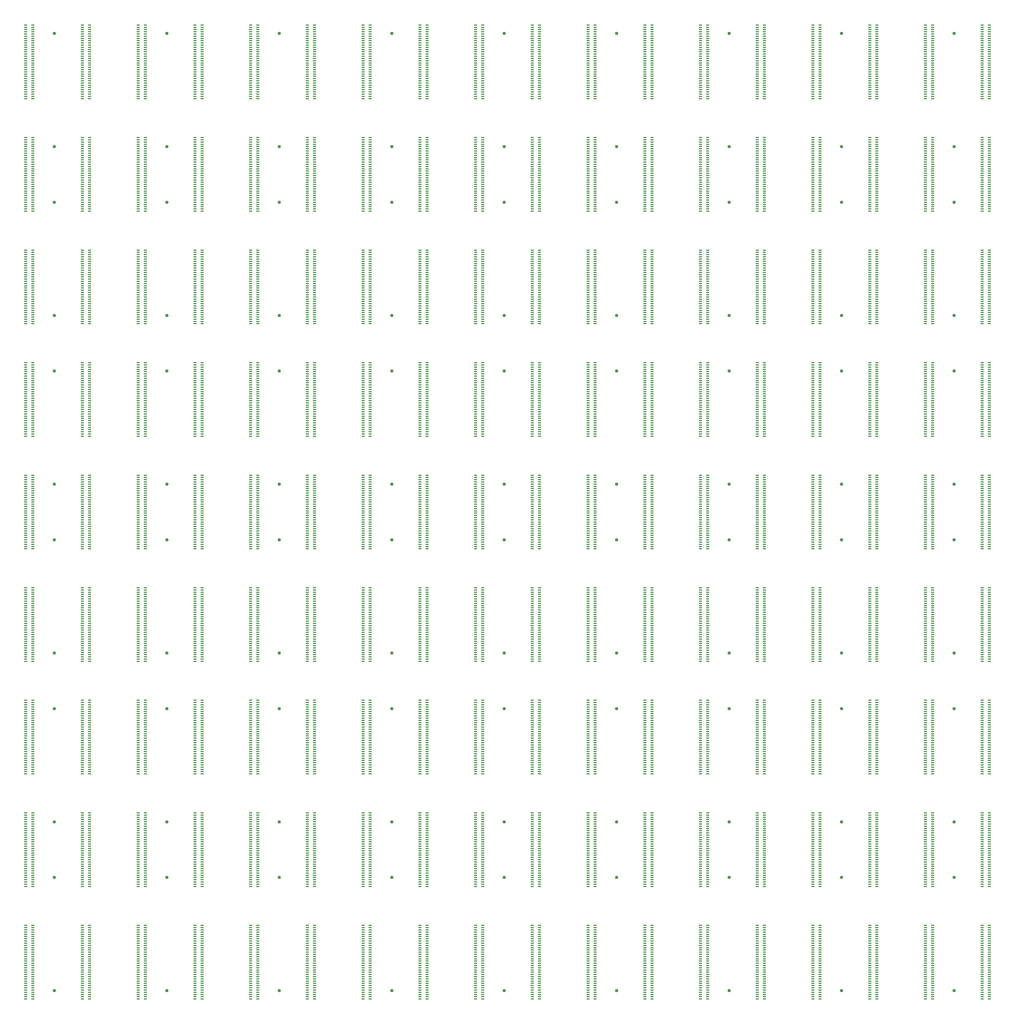
<source format=gbr>
%TF.GenerationSoftware,KiCad,Pcbnew,(5.1.9-0-10_14)*%
%TF.CreationDate,2021-06-01T11:43:06-04:00*%
%TF.ProjectId,9x9backplane,39783962-6163-46b7-906c-616e652e6b69,C*%
%TF.SameCoordinates,Original*%
%TF.FileFunction,Soldermask,Top*%
%TF.FilePolarity,Negative*%
%FSLAX46Y46*%
G04 Gerber Fmt 4.6, Leading zero omitted, Abs format (unit mm)*
G04 Created by KiCad (PCBNEW (5.1.9-0-10_14)) date 2021-06-01 11:43:06*
%MOMM*%
%LPD*%
G01*
G04 APERTURE LIST*
%ADD10R,1.370000X0.610000*%
%ADD11C,1.450000*%
G04 APERTURE END LIST*
D10*
%TO.C,J403*%
X488135500Y-240990000D03*
X491337500Y-240990000D03*
X488135500Y-239990000D03*
X491337500Y-239990000D03*
X488135500Y-238990000D03*
X491337500Y-238990000D03*
X488135500Y-237990000D03*
X491337500Y-237990000D03*
X488135500Y-236990000D03*
X491337500Y-236990000D03*
X488135500Y-235990000D03*
X491337500Y-235990000D03*
X488135500Y-234990000D03*
X491337500Y-234990000D03*
X488135500Y-233990000D03*
X491337500Y-233990000D03*
X488135500Y-232990000D03*
X491337500Y-232990000D03*
X488135500Y-231990000D03*
X491337500Y-231990000D03*
X488135500Y-230990000D03*
X491337500Y-230990000D03*
X488135500Y-229990000D03*
X491337500Y-229990000D03*
X488135500Y-228990000D03*
X491337500Y-228990000D03*
X488135500Y-227990000D03*
X491337500Y-227990000D03*
X488135500Y-226990000D03*
X491337500Y-226990000D03*
X488135500Y-225990000D03*
X491337500Y-225990000D03*
X488135500Y-224990000D03*
X491337500Y-224990000D03*
X488135500Y-223990000D03*
X491337500Y-223990000D03*
X488135500Y-222990000D03*
X491337500Y-222990000D03*
X488135500Y-221990000D03*
X491337500Y-221990000D03*
X488135500Y-220990000D03*
X491337500Y-220990000D03*
X488135500Y-219990000D03*
X491337500Y-219990000D03*
X488135500Y-218990000D03*
X491337500Y-218990000D03*
X488135500Y-217990000D03*
X491337500Y-217990000D03*
X488135500Y-216990000D03*
X491337500Y-216990000D03*
X488135500Y-215990000D03*
X491337500Y-215990000D03*
X488135500Y-214990000D03*
X491337500Y-214990000D03*
X488135500Y-213990000D03*
X491337500Y-213990000D03*
X488135500Y-212990000D03*
X491337500Y-212990000D03*
X488135500Y-211990000D03*
X491337500Y-211990000D03*
X488135500Y-210990000D03*
X491337500Y-210990000D03*
X488135500Y-209990000D03*
X491337500Y-209990000D03*
X488135500Y-208990000D03*
X491337500Y-208990000D03*
X488135500Y-207990000D03*
X491337500Y-207990000D03*
%TD*%
%TO.C,J401*%
X465837500Y-207990000D03*
X462635500Y-207990000D03*
X465837500Y-208990000D03*
X462635500Y-208990000D03*
X465837500Y-209990000D03*
X462635500Y-209990000D03*
X465837500Y-210990000D03*
X462635500Y-210990000D03*
X465837500Y-211990000D03*
X462635500Y-211990000D03*
X465837500Y-212990000D03*
X462635500Y-212990000D03*
X465837500Y-213990000D03*
X462635500Y-213990000D03*
X465837500Y-214990000D03*
X462635500Y-214990000D03*
X465837500Y-215990000D03*
X462635500Y-215990000D03*
X465837500Y-216990000D03*
X462635500Y-216990000D03*
X465837500Y-217990000D03*
X462635500Y-217990000D03*
X465837500Y-218990000D03*
X462635500Y-218990000D03*
X465837500Y-219990000D03*
X462635500Y-219990000D03*
X465837500Y-220990000D03*
X462635500Y-220990000D03*
X465837500Y-221990000D03*
X462635500Y-221990000D03*
X465837500Y-222990000D03*
X462635500Y-222990000D03*
X465837500Y-223990000D03*
X462635500Y-223990000D03*
X465837500Y-224990000D03*
X462635500Y-224990000D03*
X465837500Y-225990000D03*
X462635500Y-225990000D03*
X465837500Y-226990000D03*
X462635500Y-226990000D03*
X465837500Y-227990000D03*
X462635500Y-227990000D03*
X465837500Y-228990000D03*
X462635500Y-228990000D03*
X465837500Y-229990000D03*
X462635500Y-229990000D03*
X465837500Y-230990000D03*
X462635500Y-230990000D03*
X465837500Y-231990000D03*
X462635500Y-231990000D03*
X465837500Y-232990000D03*
X462635500Y-232990000D03*
X465837500Y-233990000D03*
X462635500Y-233990000D03*
X465837500Y-234990000D03*
X462635500Y-234990000D03*
X465837500Y-235990000D03*
X462635500Y-235990000D03*
X465837500Y-236990000D03*
X462635500Y-236990000D03*
X465837500Y-237990000D03*
X462635500Y-237990000D03*
X465837500Y-238990000D03*
X462635500Y-238990000D03*
X465837500Y-239990000D03*
X462635500Y-239990000D03*
X465837500Y-240990000D03*
X462635500Y-240990000D03*
%TD*%
D11*
%TO.C,J902*%
X475500000Y-438975000D03*
X475500000Y-489775000D03*
%TD*%
D10*
%TO.C,J901*%
X462635500Y-493490000D03*
X465837500Y-493490000D03*
X462635500Y-492490000D03*
X465837500Y-492490000D03*
X462635500Y-491490000D03*
X465837500Y-491490000D03*
X462635500Y-490490000D03*
X465837500Y-490490000D03*
X462635500Y-489490000D03*
X465837500Y-489490000D03*
X462635500Y-488490000D03*
X465837500Y-488490000D03*
X462635500Y-487490000D03*
X465837500Y-487490000D03*
X462635500Y-486490000D03*
X465837500Y-486490000D03*
X462635500Y-485490000D03*
X465837500Y-485490000D03*
X462635500Y-484490000D03*
X465837500Y-484490000D03*
X462635500Y-483490000D03*
X465837500Y-483490000D03*
X462635500Y-482490000D03*
X465837500Y-482490000D03*
X462635500Y-481490000D03*
X465837500Y-481490000D03*
X462635500Y-480490000D03*
X465837500Y-480490000D03*
X462635500Y-479490000D03*
X465837500Y-479490000D03*
X462635500Y-478490000D03*
X465837500Y-478490000D03*
X462635500Y-477490000D03*
X465837500Y-477490000D03*
X462635500Y-476490000D03*
X465837500Y-476490000D03*
X462635500Y-475490000D03*
X465837500Y-475490000D03*
X462635500Y-474490000D03*
X465837500Y-474490000D03*
X462635500Y-473490000D03*
X465837500Y-473490000D03*
X462635500Y-472490000D03*
X465837500Y-472490000D03*
X462635500Y-471490000D03*
X465837500Y-471490000D03*
X462635500Y-470490000D03*
X465837500Y-470490000D03*
X462635500Y-469490000D03*
X465837500Y-469490000D03*
X462635500Y-468490000D03*
X465837500Y-468490000D03*
X462635500Y-467490000D03*
X465837500Y-467490000D03*
X462635500Y-466490000D03*
X465837500Y-466490000D03*
X462635500Y-465490000D03*
X465837500Y-465490000D03*
X462635500Y-464490000D03*
X465837500Y-464490000D03*
X462635500Y-463490000D03*
X465837500Y-463490000D03*
X462635500Y-462490000D03*
X465837500Y-462490000D03*
X462635500Y-461490000D03*
X465837500Y-461490000D03*
X462635500Y-460490000D03*
X465837500Y-460490000D03*
%TD*%
%TO.C,J803*%
X491337500Y-409990000D03*
X488135500Y-409990000D03*
X491337500Y-410990000D03*
X488135500Y-410990000D03*
X491337500Y-411990000D03*
X488135500Y-411990000D03*
X491337500Y-412990000D03*
X488135500Y-412990000D03*
X491337500Y-413990000D03*
X488135500Y-413990000D03*
X491337500Y-414990000D03*
X488135500Y-414990000D03*
X491337500Y-415990000D03*
X488135500Y-415990000D03*
X491337500Y-416990000D03*
X488135500Y-416990000D03*
X491337500Y-417990000D03*
X488135500Y-417990000D03*
X491337500Y-418990000D03*
X488135500Y-418990000D03*
X491337500Y-419990000D03*
X488135500Y-419990000D03*
X491337500Y-420990000D03*
X488135500Y-420990000D03*
X491337500Y-421990000D03*
X488135500Y-421990000D03*
X491337500Y-422990000D03*
X488135500Y-422990000D03*
X491337500Y-423990000D03*
X488135500Y-423990000D03*
X491337500Y-424990000D03*
X488135500Y-424990000D03*
X491337500Y-425990000D03*
X488135500Y-425990000D03*
X491337500Y-426990000D03*
X488135500Y-426990000D03*
X491337500Y-427990000D03*
X488135500Y-427990000D03*
X491337500Y-428990000D03*
X488135500Y-428990000D03*
X491337500Y-429990000D03*
X488135500Y-429990000D03*
X491337500Y-430990000D03*
X488135500Y-430990000D03*
X491337500Y-431990000D03*
X488135500Y-431990000D03*
X491337500Y-432990000D03*
X488135500Y-432990000D03*
X491337500Y-433990000D03*
X488135500Y-433990000D03*
X491337500Y-434990000D03*
X488135500Y-434990000D03*
X491337500Y-435990000D03*
X488135500Y-435990000D03*
X491337500Y-436990000D03*
X488135500Y-436990000D03*
X491337500Y-437990000D03*
X488135500Y-437990000D03*
X491337500Y-438990000D03*
X488135500Y-438990000D03*
X491337500Y-439990000D03*
X488135500Y-439990000D03*
X491337500Y-440990000D03*
X488135500Y-440990000D03*
X491337500Y-441990000D03*
X488135500Y-441990000D03*
X491337500Y-442990000D03*
X488135500Y-442990000D03*
%TD*%
%TO.C,J801*%
X462635500Y-442990000D03*
X465837500Y-442990000D03*
X462635500Y-441990000D03*
X465837500Y-441990000D03*
X462635500Y-440990000D03*
X465837500Y-440990000D03*
X462635500Y-439990000D03*
X465837500Y-439990000D03*
X462635500Y-438990000D03*
X465837500Y-438990000D03*
X462635500Y-437990000D03*
X465837500Y-437990000D03*
X462635500Y-436990000D03*
X465837500Y-436990000D03*
X462635500Y-435990000D03*
X465837500Y-435990000D03*
X462635500Y-434990000D03*
X465837500Y-434990000D03*
X462635500Y-433990000D03*
X465837500Y-433990000D03*
X462635500Y-432990000D03*
X465837500Y-432990000D03*
X462635500Y-431990000D03*
X465837500Y-431990000D03*
X462635500Y-430990000D03*
X465837500Y-430990000D03*
X462635500Y-429990000D03*
X465837500Y-429990000D03*
X462635500Y-428990000D03*
X465837500Y-428990000D03*
X462635500Y-427990000D03*
X465837500Y-427990000D03*
X462635500Y-426990000D03*
X465837500Y-426990000D03*
X462635500Y-425990000D03*
X465837500Y-425990000D03*
X462635500Y-424990000D03*
X465837500Y-424990000D03*
X462635500Y-423990000D03*
X465837500Y-423990000D03*
X462635500Y-422990000D03*
X465837500Y-422990000D03*
X462635500Y-421990000D03*
X465837500Y-421990000D03*
X462635500Y-420990000D03*
X465837500Y-420990000D03*
X462635500Y-419990000D03*
X465837500Y-419990000D03*
X462635500Y-418990000D03*
X465837500Y-418990000D03*
X462635500Y-417990000D03*
X465837500Y-417990000D03*
X462635500Y-416990000D03*
X465837500Y-416990000D03*
X462635500Y-415990000D03*
X465837500Y-415990000D03*
X462635500Y-414990000D03*
X465837500Y-414990000D03*
X462635500Y-413990000D03*
X465837500Y-413990000D03*
X462635500Y-412990000D03*
X465837500Y-412990000D03*
X462635500Y-411990000D03*
X465837500Y-411990000D03*
X462635500Y-410990000D03*
X465837500Y-410990000D03*
X462635500Y-409990000D03*
X465837500Y-409990000D03*
%TD*%
%TO.C,J703*%
X488135500Y-392490000D03*
X491337500Y-392490000D03*
X488135500Y-391490000D03*
X491337500Y-391490000D03*
X488135500Y-390490000D03*
X491337500Y-390490000D03*
X488135500Y-389490000D03*
X491337500Y-389490000D03*
X488135500Y-388490000D03*
X491337500Y-388490000D03*
X488135500Y-387490000D03*
X491337500Y-387490000D03*
X488135500Y-386490000D03*
X491337500Y-386490000D03*
X488135500Y-385490000D03*
X491337500Y-385490000D03*
X488135500Y-384490000D03*
X491337500Y-384490000D03*
X488135500Y-383490000D03*
X491337500Y-383490000D03*
X488135500Y-382490000D03*
X491337500Y-382490000D03*
X488135500Y-381490000D03*
X491337500Y-381490000D03*
X488135500Y-380490000D03*
X491337500Y-380490000D03*
X488135500Y-379490000D03*
X491337500Y-379490000D03*
X488135500Y-378490000D03*
X491337500Y-378490000D03*
X488135500Y-377490000D03*
X491337500Y-377490000D03*
X488135500Y-376490000D03*
X491337500Y-376490000D03*
X488135500Y-375490000D03*
X491337500Y-375490000D03*
X488135500Y-374490000D03*
X491337500Y-374490000D03*
X488135500Y-373490000D03*
X491337500Y-373490000D03*
X488135500Y-372490000D03*
X491337500Y-372490000D03*
X488135500Y-371490000D03*
X491337500Y-371490000D03*
X488135500Y-370490000D03*
X491337500Y-370490000D03*
X488135500Y-369490000D03*
X491337500Y-369490000D03*
X488135500Y-368490000D03*
X491337500Y-368490000D03*
X488135500Y-367490000D03*
X491337500Y-367490000D03*
X488135500Y-366490000D03*
X491337500Y-366490000D03*
X488135500Y-365490000D03*
X491337500Y-365490000D03*
X488135500Y-364490000D03*
X491337500Y-364490000D03*
X488135500Y-363490000D03*
X491337500Y-363490000D03*
X488135500Y-362490000D03*
X491337500Y-362490000D03*
X488135500Y-361490000D03*
X491337500Y-361490000D03*
X488135500Y-360490000D03*
X491337500Y-360490000D03*
X488135500Y-359490000D03*
X491337500Y-359490000D03*
%TD*%
D11*
%TO.C,J702*%
X475500000Y-414025000D03*
X475500000Y-363225000D03*
%TD*%
%TO.C,J602*%
X475500000Y-287475000D03*
X475500000Y-338275000D03*
%TD*%
D10*
%TO.C,J601*%
X462635500Y-341990000D03*
X465837500Y-341990000D03*
X462635500Y-340990000D03*
X465837500Y-340990000D03*
X462635500Y-339990000D03*
X465837500Y-339990000D03*
X462635500Y-338990000D03*
X465837500Y-338990000D03*
X462635500Y-337990000D03*
X465837500Y-337990000D03*
X462635500Y-336990000D03*
X465837500Y-336990000D03*
X462635500Y-335990000D03*
X465837500Y-335990000D03*
X462635500Y-334990000D03*
X465837500Y-334990000D03*
X462635500Y-333990000D03*
X465837500Y-333990000D03*
X462635500Y-332990000D03*
X465837500Y-332990000D03*
X462635500Y-331990000D03*
X465837500Y-331990000D03*
X462635500Y-330990000D03*
X465837500Y-330990000D03*
X462635500Y-329990000D03*
X465837500Y-329990000D03*
X462635500Y-328990000D03*
X465837500Y-328990000D03*
X462635500Y-327990000D03*
X465837500Y-327990000D03*
X462635500Y-326990000D03*
X465837500Y-326990000D03*
X462635500Y-325990000D03*
X465837500Y-325990000D03*
X462635500Y-324990000D03*
X465837500Y-324990000D03*
X462635500Y-323990000D03*
X465837500Y-323990000D03*
X462635500Y-322990000D03*
X465837500Y-322990000D03*
X462635500Y-321990000D03*
X465837500Y-321990000D03*
X462635500Y-320990000D03*
X465837500Y-320990000D03*
X462635500Y-319990000D03*
X465837500Y-319990000D03*
X462635500Y-318990000D03*
X465837500Y-318990000D03*
X462635500Y-317990000D03*
X465837500Y-317990000D03*
X462635500Y-316990000D03*
X465837500Y-316990000D03*
X462635500Y-315990000D03*
X465837500Y-315990000D03*
X462635500Y-314990000D03*
X465837500Y-314990000D03*
X462635500Y-313990000D03*
X465837500Y-313990000D03*
X462635500Y-312990000D03*
X465837500Y-312990000D03*
X462635500Y-311990000D03*
X465837500Y-311990000D03*
X462635500Y-310990000D03*
X465837500Y-310990000D03*
X462635500Y-309990000D03*
X465837500Y-309990000D03*
X462635500Y-308990000D03*
X465837500Y-308990000D03*
%TD*%
%TO.C,J201*%
X462635500Y-139990000D03*
X465837500Y-139990000D03*
X462635500Y-138990000D03*
X465837500Y-138990000D03*
X462635500Y-137990000D03*
X465837500Y-137990000D03*
X462635500Y-136990000D03*
X465837500Y-136990000D03*
X462635500Y-135990000D03*
X465837500Y-135990000D03*
X462635500Y-134990000D03*
X465837500Y-134990000D03*
X462635500Y-133990000D03*
X465837500Y-133990000D03*
X462635500Y-132990000D03*
X465837500Y-132990000D03*
X462635500Y-131990000D03*
X465837500Y-131990000D03*
X462635500Y-130990000D03*
X465837500Y-130990000D03*
X462635500Y-129990000D03*
X465837500Y-129990000D03*
X462635500Y-128990000D03*
X465837500Y-128990000D03*
X462635500Y-127990000D03*
X465837500Y-127990000D03*
X462635500Y-126990000D03*
X465837500Y-126990000D03*
X462635500Y-125990000D03*
X465837500Y-125990000D03*
X462635500Y-124990000D03*
X465837500Y-124990000D03*
X462635500Y-123990000D03*
X465837500Y-123990000D03*
X462635500Y-122990000D03*
X465837500Y-122990000D03*
X462635500Y-121990000D03*
X465837500Y-121990000D03*
X462635500Y-120990000D03*
X465837500Y-120990000D03*
X462635500Y-119990000D03*
X465837500Y-119990000D03*
X462635500Y-118990000D03*
X465837500Y-118990000D03*
X462635500Y-117990000D03*
X465837500Y-117990000D03*
X462635500Y-116990000D03*
X465837500Y-116990000D03*
X462635500Y-115990000D03*
X465837500Y-115990000D03*
X462635500Y-114990000D03*
X465837500Y-114990000D03*
X462635500Y-113990000D03*
X465837500Y-113990000D03*
X462635500Y-112990000D03*
X465837500Y-112990000D03*
X462635500Y-111990000D03*
X465837500Y-111990000D03*
X462635500Y-110990000D03*
X465837500Y-110990000D03*
X462635500Y-109990000D03*
X465837500Y-109990000D03*
X462635500Y-108990000D03*
X465837500Y-108990000D03*
X462635500Y-107990000D03*
X465837500Y-107990000D03*
X462635500Y-106990000D03*
X465837500Y-106990000D03*
%TD*%
D11*
%TO.C,J402*%
X475500000Y-262525000D03*
X475500000Y-211725000D03*
%TD*%
D10*
%TO.C,J103*%
X488135500Y-89490000D03*
X491337500Y-89490000D03*
X488135500Y-88490000D03*
X491337500Y-88490000D03*
X488135500Y-87490000D03*
X491337500Y-87490000D03*
X488135500Y-86490000D03*
X491337500Y-86490000D03*
X488135500Y-85490000D03*
X491337500Y-85490000D03*
X488135500Y-84490000D03*
X491337500Y-84490000D03*
X488135500Y-83490000D03*
X491337500Y-83490000D03*
X488135500Y-82490000D03*
X491337500Y-82490000D03*
X488135500Y-81490000D03*
X491337500Y-81490000D03*
X488135500Y-80490000D03*
X491337500Y-80490000D03*
X488135500Y-79490000D03*
X491337500Y-79490000D03*
X488135500Y-78490000D03*
X491337500Y-78490000D03*
X488135500Y-77490000D03*
X491337500Y-77490000D03*
X488135500Y-76490000D03*
X491337500Y-76490000D03*
X488135500Y-75490000D03*
X491337500Y-75490000D03*
X488135500Y-74490000D03*
X491337500Y-74490000D03*
X488135500Y-73490000D03*
X491337500Y-73490000D03*
X488135500Y-72490000D03*
X491337500Y-72490000D03*
X488135500Y-71490000D03*
X491337500Y-71490000D03*
X488135500Y-70490000D03*
X491337500Y-70490000D03*
X488135500Y-69490000D03*
X491337500Y-69490000D03*
X488135500Y-68490000D03*
X491337500Y-68490000D03*
X488135500Y-67490000D03*
X491337500Y-67490000D03*
X488135500Y-66490000D03*
X491337500Y-66490000D03*
X488135500Y-65490000D03*
X491337500Y-65490000D03*
X488135500Y-64490000D03*
X491337500Y-64490000D03*
X488135500Y-63490000D03*
X491337500Y-63490000D03*
X488135500Y-62490000D03*
X491337500Y-62490000D03*
X488135500Y-61490000D03*
X491337500Y-61490000D03*
X488135500Y-60490000D03*
X491337500Y-60490000D03*
X488135500Y-59490000D03*
X491337500Y-59490000D03*
X488135500Y-58490000D03*
X491337500Y-58490000D03*
X488135500Y-57490000D03*
X491337500Y-57490000D03*
X488135500Y-56490000D03*
X491337500Y-56490000D03*
%TD*%
%TO.C,J701*%
X465837500Y-359490000D03*
X462635500Y-359490000D03*
X465837500Y-360490000D03*
X462635500Y-360490000D03*
X465837500Y-361490000D03*
X462635500Y-361490000D03*
X465837500Y-362490000D03*
X462635500Y-362490000D03*
X465837500Y-363490000D03*
X462635500Y-363490000D03*
X465837500Y-364490000D03*
X462635500Y-364490000D03*
X465837500Y-365490000D03*
X462635500Y-365490000D03*
X465837500Y-366490000D03*
X462635500Y-366490000D03*
X465837500Y-367490000D03*
X462635500Y-367490000D03*
X465837500Y-368490000D03*
X462635500Y-368490000D03*
X465837500Y-369490000D03*
X462635500Y-369490000D03*
X465837500Y-370490000D03*
X462635500Y-370490000D03*
X465837500Y-371490000D03*
X462635500Y-371490000D03*
X465837500Y-372490000D03*
X462635500Y-372490000D03*
X465837500Y-373490000D03*
X462635500Y-373490000D03*
X465837500Y-374490000D03*
X462635500Y-374490000D03*
X465837500Y-375490000D03*
X462635500Y-375490000D03*
X465837500Y-376490000D03*
X462635500Y-376490000D03*
X465837500Y-377490000D03*
X462635500Y-377490000D03*
X465837500Y-378490000D03*
X462635500Y-378490000D03*
X465837500Y-379490000D03*
X462635500Y-379490000D03*
X465837500Y-380490000D03*
X462635500Y-380490000D03*
X465837500Y-381490000D03*
X462635500Y-381490000D03*
X465837500Y-382490000D03*
X462635500Y-382490000D03*
X465837500Y-383490000D03*
X462635500Y-383490000D03*
X465837500Y-384490000D03*
X462635500Y-384490000D03*
X465837500Y-385490000D03*
X462635500Y-385490000D03*
X465837500Y-386490000D03*
X462635500Y-386490000D03*
X465837500Y-387490000D03*
X462635500Y-387490000D03*
X465837500Y-388490000D03*
X462635500Y-388490000D03*
X465837500Y-389490000D03*
X462635500Y-389490000D03*
X465837500Y-390490000D03*
X462635500Y-390490000D03*
X465837500Y-391490000D03*
X462635500Y-391490000D03*
X465837500Y-392490000D03*
X462635500Y-392490000D03*
%TD*%
%TO.C,J603*%
X491337500Y-308990000D03*
X488135500Y-308990000D03*
X491337500Y-309990000D03*
X488135500Y-309990000D03*
X491337500Y-310990000D03*
X488135500Y-310990000D03*
X491337500Y-311990000D03*
X488135500Y-311990000D03*
X491337500Y-312990000D03*
X488135500Y-312990000D03*
X491337500Y-313990000D03*
X488135500Y-313990000D03*
X491337500Y-314990000D03*
X488135500Y-314990000D03*
X491337500Y-315990000D03*
X488135500Y-315990000D03*
X491337500Y-316990000D03*
X488135500Y-316990000D03*
X491337500Y-317990000D03*
X488135500Y-317990000D03*
X491337500Y-318990000D03*
X488135500Y-318990000D03*
X491337500Y-319990000D03*
X488135500Y-319990000D03*
X491337500Y-320990000D03*
X488135500Y-320990000D03*
X491337500Y-321990000D03*
X488135500Y-321990000D03*
X491337500Y-322990000D03*
X488135500Y-322990000D03*
X491337500Y-323990000D03*
X488135500Y-323990000D03*
X491337500Y-324990000D03*
X488135500Y-324990000D03*
X491337500Y-325990000D03*
X488135500Y-325990000D03*
X491337500Y-326990000D03*
X488135500Y-326990000D03*
X491337500Y-327990000D03*
X488135500Y-327990000D03*
X491337500Y-328990000D03*
X488135500Y-328990000D03*
X491337500Y-329990000D03*
X488135500Y-329990000D03*
X491337500Y-330990000D03*
X488135500Y-330990000D03*
X491337500Y-331990000D03*
X488135500Y-331990000D03*
X491337500Y-332990000D03*
X488135500Y-332990000D03*
X491337500Y-333990000D03*
X488135500Y-333990000D03*
X491337500Y-334990000D03*
X488135500Y-334990000D03*
X491337500Y-335990000D03*
X488135500Y-335990000D03*
X491337500Y-336990000D03*
X488135500Y-336990000D03*
X491337500Y-337990000D03*
X488135500Y-337990000D03*
X491337500Y-338990000D03*
X488135500Y-338990000D03*
X491337500Y-339990000D03*
X488135500Y-339990000D03*
X491337500Y-340990000D03*
X488135500Y-340990000D03*
X491337500Y-341990000D03*
X488135500Y-341990000D03*
%TD*%
D11*
%TO.C,J102*%
X475500000Y-111025000D03*
X475500000Y-60225000D03*
%TD*%
D10*
%TO.C,J101*%
X465837500Y-56490000D03*
X462635500Y-56490000D03*
X465837500Y-57490000D03*
X462635500Y-57490000D03*
X465837500Y-58490000D03*
X462635500Y-58490000D03*
X465837500Y-59490000D03*
X462635500Y-59490000D03*
X465837500Y-60490000D03*
X462635500Y-60490000D03*
X465837500Y-61490000D03*
X462635500Y-61490000D03*
X465837500Y-62490000D03*
X462635500Y-62490000D03*
X465837500Y-63490000D03*
X462635500Y-63490000D03*
X465837500Y-64490000D03*
X462635500Y-64490000D03*
X465837500Y-65490000D03*
X462635500Y-65490000D03*
X465837500Y-66490000D03*
X462635500Y-66490000D03*
X465837500Y-67490000D03*
X462635500Y-67490000D03*
X465837500Y-68490000D03*
X462635500Y-68490000D03*
X465837500Y-69490000D03*
X462635500Y-69490000D03*
X465837500Y-70490000D03*
X462635500Y-70490000D03*
X465837500Y-71490000D03*
X462635500Y-71490000D03*
X465837500Y-72490000D03*
X462635500Y-72490000D03*
X465837500Y-73490000D03*
X462635500Y-73490000D03*
X465837500Y-74490000D03*
X462635500Y-74490000D03*
X465837500Y-75490000D03*
X462635500Y-75490000D03*
X465837500Y-76490000D03*
X462635500Y-76490000D03*
X465837500Y-77490000D03*
X462635500Y-77490000D03*
X465837500Y-78490000D03*
X462635500Y-78490000D03*
X465837500Y-79490000D03*
X462635500Y-79490000D03*
X465837500Y-80490000D03*
X462635500Y-80490000D03*
X465837500Y-81490000D03*
X462635500Y-81490000D03*
X465837500Y-82490000D03*
X462635500Y-82490000D03*
X465837500Y-83490000D03*
X462635500Y-83490000D03*
X465837500Y-84490000D03*
X462635500Y-84490000D03*
X465837500Y-85490000D03*
X462635500Y-85490000D03*
X465837500Y-86490000D03*
X462635500Y-86490000D03*
X465837500Y-87490000D03*
X462635500Y-87490000D03*
X465837500Y-88490000D03*
X462635500Y-88490000D03*
X465837500Y-89490000D03*
X462635500Y-89490000D03*
%TD*%
D11*
%TO.C,J302*%
X475500000Y-186775000D03*
X475500000Y-135975000D03*
%TD*%
D10*
%TO.C,J903*%
X491337500Y-460490000D03*
X488135500Y-460490000D03*
X491337500Y-461490000D03*
X488135500Y-461490000D03*
X491337500Y-462490000D03*
X488135500Y-462490000D03*
X491337500Y-463490000D03*
X488135500Y-463490000D03*
X491337500Y-464490000D03*
X488135500Y-464490000D03*
X491337500Y-465490000D03*
X488135500Y-465490000D03*
X491337500Y-466490000D03*
X488135500Y-466490000D03*
X491337500Y-467490000D03*
X488135500Y-467490000D03*
X491337500Y-468490000D03*
X488135500Y-468490000D03*
X491337500Y-469490000D03*
X488135500Y-469490000D03*
X491337500Y-470490000D03*
X488135500Y-470490000D03*
X491337500Y-471490000D03*
X488135500Y-471490000D03*
X491337500Y-472490000D03*
X488135500Y-472490000D03*
X491337500Y-473490000D03*
X488135500Y-473490000D03*
X491337500Y-474490000D03*
X488135500Y-474490000D03*
X491337500Y-475490000D03*
X488135500Y-475490000D03*
X491337500Y-476490000D03*
X488135500Y-476490000D03*
X491337500Y-477490000D03*
X488135500Y-477490000D03*
X491337500Y-478490000D03*
X488135500Y-478490000D03*
X491337500Y-479490000D03*
X488135500Y-479490000D03*
X491337500Y-480490000D03*
X488135500Y-480490000D03*
X491337500Y-481490000D03*
X488135500Y-481490000D03*
X491337500Y-482490000D03*
X488135500Y-482490000D03*
X491337500Y-483490000D03*
X488135500Y-483490000D03*
X491337500Y-484490000D03*
X488135500Y-484490000D03*
X491337500Y-485490000D03*
X488135500Y-485490000D03*
X491337500Y-486490000D03*
X488135500Y-486490000D03*
X491337500Y-487490000D03*
X488135500Y-487490000D03*
X491337500Y-488490000D03*
X488135500Y-488490000D03*
X491337500Y-489490000D03*
X488135500Y-489490000D03*
X491337500Y-490490000D03*
X488135500Y-490490000D03*
X491337500Y-491490000D03*
X488135500Y-491490000D03*
X491337500Y-492490000D03*
X488135500Y-492490000D03*
X491337500Y-493490000D03*
X488135500Y-493490000D03*
%TD*%
%TO.C,J303*%
X491337500Y-157490000D03*
X488135500Y-157490000D03*
X491337500Y-158490000D03*
X488135500Y-158490000D03*
X491337500Y-159490000D03*
X488135500Y-159490000D03*
X491337500Y-160490000D03*
X488135500Y-160490000D03*
X491337500Y-161490000D03*
X488135500Y-161490000D03*
X491337500Y-162490000D03*
X488135500Y-162490000D03*
X491337500Y-163490000D03*
X488135500Y-163490000D03*
X491337500Y-164490000D03*
X488135500Y-164490000D03*
X491337500Y-165490000D03*
X488135500Y-165490000D03*
X491337500Y-166490000D03*
X488135500Y-166490000D03*
X491337500Y-167490000D03*
X488135500Y-167490000D03*
X491337500Y-168490000D03*
X488135500Y-168490000D03*
X491337500Y-169490000D03*
X488135500Y-169490000D03*
X491337500Y-170490000D03*
X488135500Y-170490000D03*
X491337500Y-171490000D03*
X488135500Y-171490000D03*
X491337500Y-172490000D03*
X488135500Y-172490000D03*
X491337500Y-173490000D03*
X488135500Y-173490000D03*
X491337500Y-174490000D03*
X488135500Y-174490000D03*
X491337500Y-175490000D03*
X488135500Y-175490000D03*
X491337500Y-176490000D03*
X488135500Y-176490000D03*
X491337500Y-177490000D03*
X488135500Y-177490000D03*
X491337500Y-178490000D03*
X488135500Y-178490000D03*
X491337500Y-179490000D03*
X488135500Y-179490000D03*
X491337500Y-180490000D03*
X488135500Y-180490000D03*
X491337500Y-181490000D03*
X488135500Y-181490000D03*
X491337500Y-182490000D03*
X488135500Y-182490000D03*
X491337500Y-183490000D03*
X488135500Y-183490000D03*
X491337500Y-184490000D03*
X488135500Y-184490000D03*
X491337500Y-185490000D03*
X488135500Y-185490000D03*
X491337500Y-186490000D03*
X488135500Y-186490000D03*
X491337500Y-187490000D03*
X488135500Y-187490000D03*
X491337500Y-188490000D03*
X488135500Y-188490000D03*
X491337500Y-189490000D03*
X488135500Y-189490000D03*
X491337500Y-190490000D03*
X488135500Y-190490000D03*
%TD*%
%TO.C,J203*%
X491337500Y-106990000D03*
X488135500Y-106990000D03*
X491337500Y-107990000D03*
X488135500Y-107990000D03*
X491337500Y-108990000D03*
X488135500Y-108990000D03*
X491337500Y-109990000D03*
X488135500Y-109990000D03*
X491337500Y-110990000D03*
X488135500Y-110990000D03*
X491337500Y-111990000D03*
X488135500Y-111990000D03*
X491337500Y-112990000D03*
X488135500Y-112990000D03*
X491337500Y-113990000D03*
X488135500Y-113990000D03*
X491337500Y-114990000D03*
X488135500Y-114990000D03*
X491337500Y-115990000D03*
X488135500Y-115990000D03*
X491337500Y-116990000D03*
X488135500Y-116990000D03*
X491337500Y-117990000D03*
X488135500Y-117990000D03*
X491337500Y-118990000D03*
X488135500Y-118990000D03*
X491337500Y-119990000D03*
X488135500Y-119990000D03*
X491337500Y-120990000D03*
X488135500Y-120990000D03*
X491337500Y-121990000D03*
X488135500Y-121990000D03*
X491337500Y-122990000D03*
X488135500Y-122990000D03*
X491337500Y-123990000D03*
X488135500Y-123990000D03*
X491337500Y-124990000D03*
X488135500Y-124990000D03*
X491337500Y-125990000D03*
X488135500Y-125990000D03*
X491337500Y-126990000D03*
X488135500Y-126990000D03*
X491337500Y-127990000D03*
X488135500Y-127990000D03*
X491337500Y-128990000D03*
X488135500Y-128990000D03*
X491337500Y-129990000D03*
X488135500Y-129990000D03*
X491337500Y-130990000D03*
X488135500Y-130990000D03*
X491337500Y-131990000D03*
X488135500Y-131990000D03*
X491337500Y-132990000D03*
X488135500Y-132990000D03*
X491337500Y-133990000D03*
X488135500Y-133990000D03*
X491337500Y-134990000D03*
X488135500Y-134990000D03*
X491337500Y-135990000D03*
X488135500Y-135990000D03*
X491337500Y-136990000D03*
X488135500Y-136990000D03*
X491337500Y-137990000D03*
X488135500Y-137990000D03*
X491337500Y-138990000D03*
X488135500Y-138990000D03*
X491337500Y-139990000D03*
X488135500Y-139990000D03*
%TD*%
%TO.C,J501*%
X462635500Y-291490000D03*
X465837500Y-291490000D03*
X462635500Y-290490000D03*
X465837500Y-290490000D03*
X462635500Y-289490000D03*
X465837500Y-289490000D03*
X462635500Y-288490000D03*
X465837500Y-288490000D03*
X462635500Y-287490000D03*
X465837500Y-287490000D03*
X462635500Y-286490000D03*
X465837500Y-286490000D03*
X462635500Y-285490000D03*
X465837500Y-285490000D03*
X462635500Y-284490000D03*
X465837500Y-284490000D03*
X462635500Y-283490000D03*
X465837500Y-283490000D03*
X462635500Y-282490000D03*
X465837500Y-282490000D03*
X462635500Y-281490000D03*
X465837500Y-281490000D03*
X462635500Y-280490000D03*
X465837500Y-280490000D03*
X462635500Y-279490000D03*
X465837500Y-279490000D03*
X462635500Y-278490000D03*
X465837500Y-278490000D03*
X462635500Y-277490000D03*
X465837500Y-277490000D03*
X462635500Y-276490000D03*
X465837500Y-276490000D03*
X462635500Y-275490000D03*
X465837500Y-275490000D03*
X462635500Y-274490000D03*
X465837500Y-274490000D03*
X462635500Y-273490000D03*
X465837500Y-273490000D03*
X462635500Y-272490000D03*
X465837500Y-272490000D03*
X462635500Y-271490000D03*
X465837500Y-271490000D03*
X462635500Y-270490000D03*
X465837500Y-270490000D03*
X462635500Y-269490000D03*
X465837500Y-269490000D03*
X462635500Y-268490000D03*
X465837500Y-268490000D03*
X462635500Y-267490000D03*
X465837500Y-267490000D03*
X462635500Y-266490000D03*
X465837500Y-266490000D03*
X462635500Y-265490000D03*
X465837500Y-265490000D03*
X462635500Y-264490000D03*
X465837500Y-264490000D03*
X462635500Y-263490000D03*
X465837500Y-263490000D03*
X462635500Y-262490000D03*
X465837500Y-262490000D03*
X462635500Y-261490000D03*
X465837500Y-261490000D03*
X462635500Y-260490000D03*
X465837500Y-260490000D03*
X462635500Y-259490000D03*
X465837500Y-259490000D03*
X462635500Y-258490000D03*
X465837500Y-258490000D03*
%TD*%
%TO.C,J503*%
X491337500Y-258490000D03*
X488135500Y-258490000D03*
X491337500Y-259490000D03*
X488135500Y-259490000D03*
X491337500Y-260490000D03*
X488135500Y-260490000D03*
X491337500Y-261490000D03*
X488135500Y-261490000D03*
X491337500Y-262490000D03*
X488135500Y-262490000D03*
X491337500Y-263490000D03*
X488135500Y-263490000D03*
X491337500Y-264490000D03*
X488135500Y-264490000D03*
X491337500Y-265490000D03*
X488135500Y-265490000D03*
X491337500Y-266490000D03*
X488135500Y-266490000D03*
X491337500Y-267490000D03*
X488135500Y-267490000D03*
X491337500Y-268490000D03*
X488135500Y-268490000D03*
X491337500Y-269490000D03*
X488135500Y-269490000D03*
X491337500Y-270490000D03*
X488135500Y-270490000D03*
X491337500Y-271490000D03*
X488135500Y-271490000D03*
X491337500Y-272490000D03*
X488135500Y-272490000D03*
X491337500Y-273490000D03*
X488135500Y-273490000D03*
X491337500Y-274490000D03*
X488135500Y-274490000D03*
X491337500Y-275490000D03*
X488135500Y-275490000D03*
X491337500Y-276490000D03*
X488135500Y-276490000D03*
X491337500Y-277490000D03*
X488135500Y-277490000D03*
X491337500Y-278490000D03*
X488135500Y-278490000D03*
X491337500Y-279490000D03*
X488135500Y-279490000D03*
X491337500Y-280490000D03*
X488135500Y-280490000D03*
X491337500Y-281490000D03*
X488135500Y-281490000D03*
X491337500Y-282490000D03*
X488135500Y-282490000D03*
X491337500Y-283490000D03*
X488135500Y-283490000D03*
X491337500Y-284490000D03*
X488135500Y-284490000D03*
X491337500Y-285490000D03*
X488135500Y-285490000D03*
X491337500Y-286490000D03*
X488135500Y-286490000D03*
X491337500Y-287490000D03*
X488135500Y-287490000D03*
X491337500Y-288490000D03*
X488135500Y-288490000D03*
X491337500Y-289490000D03*
X488135500Y-289490000D03*
X491337500Y-290490000D03*
X488135500Y-290490000D03*
X491337500Y-291490000D03*
X488135500Y-291490000D03*
%TD*%
%TO.C,J301*%
X462635500Y-190490000D03*
X465837500Y-190490000D03*
X462635500Y-189490000D03*
X465837500Y-189490000D03*
X462635500Y-188490000D03*
X465837500Y-188490000D03*
X462635500Y-187490000D03*
X465837500Y-187490000D03*
X462635500Y-186490000D03*
X465837500Y-186490000D03*
X462635500Y-185490000D03*
X465837500Y-185490000D03*
X462635500Y-184490000D03*
X465837500Y-184490000D03*
X462635500Y-183490000D03*
X465837500Y-183490000D03*
X462635500Y-182490000D03*
X465837500Y-182490000D03*
X462635500Y-181490000D03*
X465837500Y-181490000D03*
X462635500Y-180490000D03*
X465837500Y-180490000D03*
X462635500Y-179490000D03*
X465837500Y-179490000D03*
X462635500Y-178490000D03*
X465837500Y-178490000D03*
X462635500Y-177490000D03*
X465837500Y-177490000D03*
X462635500Y-176490000D03*
X465837500Y-176490000D03*
X462635500Y-175490000D03*
X465837500Y-175490000D03*
X462635500Y-174490000D03*
X465837500Y-174490000D03*
X462635500Y-173490000D03*
X465837500Y-173490000D03*
X462635500Y-172490000D03*
X465837500Y-172490000D03*
X462635500Y-171490000D03*
X465837500Y-171490000D03*
X462635500Y-170490000D03*
X465837500Y-170490000D03*
X462635500Y-169490000D03*
X465837500Y-169490000D03*
X462635500Y-168490000D03*
X465837500Y-168490000D03*
X462635500Y-167490000D03*
X465837500Y-167490000D03*
X462635500Y-166490000D03*
X465837500Y-166490000D03*
X462635500Y-165490000D03*
X465837500Y-165490000D03*
X462635500Y-164490000D03*
X465837500Y-164490000D03*
X462635500Y-163490000D03*
X465837500Y-163490000D03*
X462635500Y-162490000D03*
X465837500Y-162490000D03*
X462635500Y-161490000D03*
X465837500Y-161490000D03*
X462635500Y-160490000D03*
X465837500Y-160490000D03*
X462635500Y-159490000D03*
X465837500Y-159490000D03*
X462635500Y-158490000D03*
X465837500Y-158490000D03*
X462635500Y-157490000D03*
X465837500Y-157490000D03*
%TD*%
D11*
%TO.C,J402*%
X273500000Y-211725000D03*
X273500000Y-262525000D03*
%TD*%
D10*
%TO.C,J103*%
X289337500Y-56490000D03*
X286135500Y-56490000D03*
X289337500Y-57490000D03*
X286135500Y-57490000D03*
X289337500Y-58490000D03*
X286135500Y-58490000D03*
X289337500Y-59490000D03*
X286135500Y-59490000D03*
X289337500Y-60490000D03*
X286135500Y-60490000D03*
X289337500Y-61490000D03*
X286135500Y-61490000D03*
X289337500Y-62490000D03*
X286135500Y-62490000D03*
X289337500Y-63490000D03*
X286135500Y-63490000D03*
X289337500Y-64490000D03*
X286135500Y-64490000D03*
X289337500Y-65490000D03*
X286135500Y-65490000D03*
X289337500Y-66490000D03*
X286135500Y-66490000D03*
X289337500Y-67490000D03*
X286135500Y-67490000D03*
X289337500Y-68490000D03*
X286135500Y-68490000D03*
X289337500Y-69490000D03*
X286135500Y-69490000D03*
X289337500Y-70490000D03*
X286135500Y-70490000D03*
X289337500Y-71490000D03*
X286135500Y-71490000D03*
X289337500Y-72490000D03*
X286135500Y-72490000D03*
X289337500Y-73490000D03*
X286135500Y-73490000D03*
X289337500Y-74490000D03*
X286135500Y-74490000D03*
X289337500Y-75490000D03*
X286135500Y-75490000D03*
X289337500Y-76490000D03*
X286135500Y-76490000D03*
X289337500Y-77490000D03*
X286135500Y-77490000D03*
X289337500Y-78490000D03*
X286135500Y-78490000D03*
X289337500Y-79490000D03*
X286135500Y-79490000D03*
X289337500Y-80490000D03*
X286135500Y-80490000D03*
X289337500Y-81490000D03*
X286135500Y-81490000D03*
X289337500Y-82490000D03*
X286135500Y-82490000D03*
X289337500Y-83490000D03*
X286135500Y-83490000D03*
X289337500Y-84490000D03*
X286135500Y-84490000D03*
X289337500Y-85490000D03*
X286135500Y-85490000D03*
X289337500Y-86490000D03*
X286135500Y-86490000D03*
X289337500Y-87490000D03*
X286135500Y-87490000D03*
X289337500Y-88490000D03*
X286135500Y-88490000D03*
X289337500Y-89490000D03*
X286135500Y-89490000D03*
%TD*%
%TO.C,J803*%
X390337500Y-409990000D03*
X387135500Y-409990000D03*
X390337500Y-410990000D03*
X387135500Y-410990000D03*
X390337500Y-411990000D03*
X387135500Y-411990000D03*
X390337500Y-412990000D03*
X387135500Y-412990000D03*
X390337500Y-413990000D03*
X387135500Y-413990000D03*
X390337500Y-414990000D03*
X387135500Y-414990000D03*
X390337500Y-415990000D03*
X387135500Y-415990000D03*
X390337500Y-416990000D03*
X387135500Y-416990000D03*
X390337500Y-417990000D03*
X387135500Y-417990000D03*
X390337500Y-418990000D03*
X387135500Y-418990000D03*
X390337500Y-419990000D03*
X387135500Y-419990000D03*
X390337500Y-420990000D03*
X387135500Y-420990000D03*
X390337500Y-421990000D03*
X387135500Y-421990000D03*
X390337500Y-422990000D03*
X387135500Y-422990000D03*
X390337500Y-423990000D03*
X387135500Y-423990000D03*
X390337500Y-424990000D03*
X387135500Y-424990000D03*
X390337500Y-425990000D03*
X387135500Y-425990000D03*
X390337500Y-426990000D03*
X387135500Y-426990000D03*
X390337500Y-427990000D03*
X387135500Y-427990000D03*
X390337500Y-428990000D03*
X387135500Y-428990000D03*
X390337500Y-429990000D03*
X387135500Y-429990000D03*
X390337500Y-430990000D03*
X387135500Y-430990000D03*
X390337500Y-431990000D03*
X387135500Y-431990000D03*
X390337500Y-432990000D03*
X387135500Y-432990000D03*
X390337500Y-433990000D03*
X387135500Y-433990000D03*
X390337500Y-434990000D03*
X387135500Y-434990000D03*
X390337500Y-435990000D03*
X387135500Y-435990000D03*
X390337500Y-436990000D03*
X387135500Y-436990000D03*
X390337500Y-437990000D03*
X387135500Y-437990000D03*
X390337500Y-438990000D03*
X387135500Y-438990000D03*
X390337500Y-439990000D03*
X387135500Y-439990000D03*
X390337500Y-440990000D03*
X387135500Y-440990000D03*
X390337500Y-441990000D03*
X387135500Y-441990000D03*
X390337500Y-442990000D03*
X387135500Y-442990000D03*
%TD*%
%TO.C,J301*%
X311135500Y-190490000D03*
X314337500Y-190490000D03*
X311135500Y-189490000D03*
X314337500Y-189490000D03*
X311135500Y-188490000D03*
X314337500Y-188490000D03*
X311135500Y-187490000D03*
X314337500Y-187490000D03*
X311135500Y-186490000D03*
X314337500Y-186490000D03*
X311135500Y-185490000D03*
X314337500Y-185490000D03*
X311135500Y-184490000D03*
X314337500Y-184490000D03*
X311135500Y-183490000D03*
X314337500Y-183490000D03*
X311135500Y-182490000D03*
X314337500Y-182490000D03*
X311135500Y-181490000D03*
X314337500Y-181490000D03*
X311135500Y-180490000D03*
X314337500Y-180490000D03*
X311135500Y-179490000D03*
X314337500Y-179490000D03*
X311135500Y-178490000D03*
X314337500Y-178490000D03*
X311135500Y-177490000D03*
X314337500Y-177490000D03*
X311135500Y-176490000D03*
X314337500Y-176490000D03*
X311135500Y-175490000D03*
X314337500Y-175490000D03*
X311135500Y-174490000D03*
X314337500Y-174490000D03*
X311135500Y-173490000D03*
X314337500Y-173490000D03*
X311135500Y-172490000D03*
X314337500Y-172490000D03*
X311135500Y-171490000D03*
X314337500Y-171490000D03*
X311135500Y-170490000D03*
X314337500Y-170490000D03*
X311135500Y-169490000D03*
X314337500Y-169490000D03*
X311135500Y-168490000D03*
X314337500Y-168490000D03*
X311135500Y-167490000D03*
X314337500Y-167490000D03*
X311135500Y-166490000D03*
X314337500Y-166490000D03*
X311135500Y-165490000D03*
X314337500Y-165490000D03*
X311135500Y-164490000D03*
X314337500Y-164490000D03*
X311135500Y-163490000D03*
X314337500Y-163490000D03*
X311135500Y-162490000D03*
X314337500Y-162490000D03*
X311135500Y-161490000D03*
X314337500Y-161490000D03*
X311135500Y-160490000D03*
X314337500Y-160490000D03*
X311135500Y-159490000D03*
X314337500Y-159490000D03*
X311135500Y-158490000D03*
X314337500Y-158490000D03*
X311135500Y-157490000D03*
X314337500Y-157490000D03*
%TD*%
%TO.C,J701*%
X260635500Y-392490000D03*
X263837500Y-392490000D03*
X260635500Y-391490000D03*
X263837500Y-391490000D03*
X260635500Y-390490000D03*
X263837500Y-390490000D03*
X260635500Y-389490000D03*
X263837500Y-389490000D03*
X260635500Y-388490000D03*
X263837500Y-388490000D03*
X260635500Y-387490000D03*
X263837500Y-387490000D03*
X260635500Y-386490000D03*
X263837500Y-386490000D03*
X260635500Y-385490000D03*
X263837500Y-385490000D03*
X260635500Y-384490000D03*
X263837500Y-384490000D03*
X260635500Y-383490000D03*
X263837500Y-383490000D03*
X260635500Y-382490000D03*
X263837500Y-382490000D03*
X260635500Y-381490000D03*
X263837500Y-381490000D03*
X260635500Y-380490000D03*
X263837500Y-380490000D03*
X260635500Y-379490000D03*
X263837500Y-379490000D03*
X260635500Y-378490000D03*
X263837500Y-378490000D03*
X260635500Y-377490000D03*
X263837500Y-377490000D03*
X260635500Y-376490000D03*
X263837500Y-376490000D03*
X260635500Y-375490000D03*
X263837500Y-375490000D03*
X260635500Y-374490000D03*
X263837500Y-374490000D03*
X260635500Y-373490000D03*
X263837500Y-373490000D03*
X260635500Y-372490000D03*
X263837500Y-372490000D03*
X260635500Y-371490000D03*
X263837500Y-371490000D03*
X260635500Y-370490000D03*
X263837500Y-370490000D03*
X260635500Y-369490000D03*
X263837500Y-369490000D03*
X260635500Y-368490000D03*
X263837500Y-368490000D03*
X260635500Y-367490000D03*
X263837500Y-367490000D03*
X260635500Y-366490000D03*
X263837500Y-366490000D03*
X260635500Y-365490000D03*
X263837500Y-365490000D03*
X260635500Y-364490000D03*
X263837500Y-364490000D03*
X260635500Y-363490000D03*
X263837500Y-363490000D03*
X260635500Y-362490000D03*
X263837500Y-362490000D03*
X260635500Y-361490000D03*
X263837500Y-361490000D03*
X260635500Y-360490000D03*
X263837500Y-360490000D03*
X260635500Y-359490000D03*
X263837500Y-359490000D03*
%TD*%
%TO.C,J603*%
X286135500Y-341990000D03*
X289337500Y-341990000D03*
X286135500Y-340990000D03*
X289337500Y-340990000D03*
X286135500Y-339990000D03*
X289337500Y-339990000D03*
X286135500Y-338990000D03*
X289337500Y-338990000D03*
X286135500Y-337990000D03*
X289337500Y-337990000D03*
X286135500Y-336990000D03*
X289337500Y-336990000D03*
X286135500Y-335990000D03*
X289337500Y-335990000D03*
X286135500Y-334990000D03*
X289337500Y-334990000D03*
X286135500Y-333990000D03*
X289337500Y-333990000D03*
X286135500Y-332990000D03*
X289337500Y-332990000D03*
X286135500Y-331990000D03*
X289337500Y-331990000D03*
X286135500Y-330990000D03*
X289337500Y-330990000D03*
X286135500Y-329990000D03*
X289337500Y-329990000D03*
X286135500Y-328990000D03*
X289337500Y-328990000D03*
X286135500Y-327990000D03*
X289337500Y-327990000D03*
X286135500Y-326990000D03*
X289337500Y-326990000D03*
X286135500Y-325990000D03*
X289337500Y-325990000D03*
X286135500Y-324990000D03*
X289337500Y-324990000D03*
X286135500Y-323990000D03*
X289337500Y-323990000D03*
X286135500Y-322990000D03*
X289337500Y-322990000D03*
X286135500Y-321990000D03*
X289337500Y-321990000D03*
X286135500Y-320990000D03*
X289337500Y-320990000D03*
X286135500Y-319990000D03*
X289337500Y-319990000D03*
X286135500Y-318990000D03*
X289337500Y-318990000D03*
X286135500Y-317990000D03*
X289337500Y-317990000D03*
X286135500Y-316990000D03*
X289337500Y-316990000D03*
X286135500Y-315990000D03*
X289337500Y-315990000D03*
X286135500Y-314990000D03*
X289337500Y-314990000D03*
X286135500Y-313990000D03*
X289337500Y-313990000D03*
X286135500Y-312990000D03*
X289337500Y-312990000D03*
X286135500Y-311990000D03*
X289337500Y-311990000D03*
X286135500Y-310990000D03*
X289337500Y-310990000D03*
X286135500Y-309990000D03*
X289337500Y-309990000D03*
X286135500Y-308990000D03*
X289337500Y-308990000D03*
%TD*%
D11*
%TO.C,J102*%
X273500000Y-60225000D03*
X273500000Y-111025000D03*
%TD*%
D10*
%TO.C,J101*%
X260635500Y-89490000D03*
X263837500Y-89490000D03*
X260635500Y-88490000D03*
X263837500Y-88490000D03*
X260635500Y-87490000D03*
X263837500Y-87490000D03*
X260635500Y-86490000D03*
X263837500Y-86490000D03*
X260635500Y-85490000D03*
X263837500Y-85490000D03*
X260635500Y-84490000D03*
X263837500Y-84490000D03*
X260635500Y-83490000D03*
X263837500Y-83490000D03*
X260635500Y-82490000D03*
X263837500Y-82490000D03*
X260635500Y-81490000D03*
X263837500Y-81490000D03*
X260635500Y-80490000D03*
X263837500Y-80490000D03*
X260635500Y-79490000D03*
X263837500Y-79490000D03*
X260635500Y-78490000D03*
X263837500Y-78490000D03*
X260635500Y-77490000D03*
X263837500Y-77490000D03*
X260635500Y-76490000D03*
X263837500Y-76490000D03*
X260635500Y-75490000D03*
X263837500Y-75490000D03*
X260635500Y-74490000D03*
X263837500Y-74490000D03*
X260635500Y-73490000D03*
X263837500Y-73490000D03*
X260635500Y-72490000D03*
X263837500Y-72490000D03*
X260635500Y-71490000D03*
X263837500Y-71490000D03*
X260635500Y-70490000D03*
X263837500Y-70490000D03*
X260635500Y-69490000D03*
X263837500Y-69490000D03*
X260635500Y-68490000D03*
X263837500Y-68490000D03*
X260635500Y-67490000D03*
X263837500Y-67490000D03*
X260635500Y-66490000D03*
X263837500Y-66490000D03*
X260635500Y-65490000D03*
X263837500Y-65490000D03*
X260635500Y-64490000D03*
X263837500Y-64490000D03*
X260635500Y-63490000D03*
X263837500Y-63490000D03*
X260635500Y-62490000D03*
X263837500Y-62490000D03*
X260635500Y-61490000D03*
X263837500Y-61490000D03*
X260635500Y-60490000D03*
X263837500Y-60490000D03*
X260635500Y-59490000D03*
X263837500Y-59490000D03*
X260635500Y-58490000D03*
X263837500Y-58490000D03*
X260635500Y-57490000D03*
X263837500Y-57490000D03*
X260635500Y-56490000D03*
X263837500Y-56490000D03*
%TD*%
D11*
%TO.C,J302*%
X273500000Y-135975000D03*
X273500000Y-186775000D03*
%TD*%
D10*
%TO.C,J201*%
X311135500Y-139990000D03*
X314337500Y-139990000D03*
X311135500Y-138990000D03*
X314337500Y-138990000D03*
X311135500Y-137990000D03*
X314337500Y-137990000D03*
X311135500Y-136990000D03*
X314337500Y-136990000D03*
X311135500Y-135990000D03*
X314337500Y-135990000D03*
X311135500Y-134990000D03*
X314337500Y-134990000D03*
X311135500Y-133990000D03*
X314337500Y-133990000D03*
X311135500Y-132990000D03*
X314337500Y-132990000D03*
X311135500Y-131990000D03*
X314337500Y-131990000D03*
X311135500Y-130990000D03*
X314337500Y-130990000D03*
X311135500Y-129990000D03*
X314337500Y-129990000D03*
X311135500Y-128990000D03*
X314337500Y-128990000D03*
X311135500Y-127990000D03*
X314337500Y-127990000D03*
X311135500Y-126990000D03*
X314337500Y-126990000D03*
X311135500Y-125990000D03*
X314337500Y-125990000D03*
X311135500Y-124990000D03*
X314337500Y-124990000D03*
X311135500Y-123990000D03*
X314337500Y-123990000D03*
X311135500Y-122990000D03*
X314337500Y-122990000D03*
X311135500Y-121990000D03*
X314337500Y-121990000D03*
X311135500Y-120990000D03*
X314337500Y-120990000D03*
X311135500Y-119990000D03*
X314337500Y-119990000D03*
X311135500Y-118990000D03*
X314337500Y-118990000D03*
X311135500Y-117990000D03*
X314337500Y-117990000D03*
X311135500Y-116990000D03*
X314337500Y-116990000D03*
X311135500Y-115990000D03*
X314337500Y-115990000D03*
X311135500Y-114990000D03*
X314337500Y-114990000D03*
X311135500Y-113990000D03*
X314337500Y-113990000D03*
X311135500Y-112990000D03*
X314337500Y-112990000D03*
X311135500Y-111990000D03*
X314337500Y-111990000D03*
X311135500Y-110990000D03*
X314337500Y-110990000D03*
X311135500Y-109990000D03*
X314337500Y-109990000D03*
X311135500Y-108990000D03*
X314337500Y-108990000D03*
X311135500Y-107990000D03*
X314337500Y-107990000D03*
X311135500Y-106990000D03*
X314337500Y-106990000D03*
%TD*%
D11*
%TO.C,J402*%
X324000000Y-262525000D03*
X324000000Y-211725000D03*
%TD*%
D10*
%TO.C,J103*%
X336635500Y-89490000D03*
X339837500Y-89490000D03*
X336635500Y-88490000D03*
X339837500Y-88490000D03*
X336635500Y-87490000D03*
X339837500Y-87490000D03*
X336635500Y-86490000D03*
X339837500Y-86490000D03*
X336635500Y-85490000D03*
X339837500Y-85490000D03*
X336635500Y-84490000D03*
X339837500Y-84490000D03*
X336635500Y-83490000D03*
X339837500Y-83490000D03*
X336635500Y-82490000D03*
X339837500Y-82490000D03*
X336635500Y-81490000D03*
X339837500Y-81490000D03*
X336635500Y-80490000D03*
X339837500Y-80490000D03*
X336635500Y-79490000D03*
X339837500Y-79490000D03*
X336635500Y-78490000D03*
X339837500Y-78490000D03*
X336635500Y-77490000D03*
X339837500Y-77490000D03*
X336635500Y-76490000D03*
X339837500Y-76490000D03*
X336635500Y-75490000D03*
X339837500Y-75490000D03*
X336635500Y-74490000D03*
X339837500Y-74490000D03*
X336635500Y-73490000D03*
X339837500Y-73490000D03*
X336635500Y-72490000D03*
X339837500Y-72490000D03*
X336635500Y-71490000D03*
X339837500Y-71490000D03*
X336635500Y-70490000D03*
X339837500Y-70490000D03*
X336635500Y-69490000D03*
X339837500Y-69490000D03*
X336635500Y-68490000D03*
X339837500Y-68490000D03*
X336635500Y-67490000D03*
X339837500Y-67490000D03*
X336635500Y-66490000D03*
X339837500Y-66490000D03*
X336635500Y-65490000D03*
X339837500Y-65490000D03*
X336635500Y-64490000D03*
X339837500Y-64490000D03*
X336635500Y-63490000D03*
X339837500Y-63490000D03*
X336635500Y-62490000D03*
X339837500Y-62490000D03*
X336635500Y-61490000D03*
X339837500Y-61490000D03*
X336635500Y-60490000D03*
X339837500Y-60490000D03*
X336635500Y-59490000D03*
X339837500Y-59490000D03*
X336635500Y-58490000D03*
X339837500Y-58490000D03*
X336635500Y-57490000D03*
X339837500Y-57490000D03*
X336635500Y-56490000D03*
X339837500Y-56490000D03*
%TD*%
%TO.C,J701*%
X314337500Y-359490000D03*
X311135500Y-359490000D03*
X314337500Y-360490000D03*
X311135500Y-360490000D03*
X314337500Y-361490000D03*
X311135500Y-361490000D03*
X314337500Y-362490000D03*
X311135500Y-362490000D03*
X314337500Y-363490000D03*
X311135500Y-363490000D03*
X314337500Y-364490000D03*
X311135500Y-364490000D03*
X314337500Y-365490000D03*
X311135500Y-365490000D03*
X314337500Y-366490000D03*
X311135500Y-366490000D03*
X314337500Y-367490000D03*
X311135500Y-367490000D03*
X314337500Y-368490000D03*
X311135500Y-368490000D03*
X314337500Y-369490000D03*
X311135500Y-369490000D03*
X314337500Y-370490000D03*
X311135500Y-370490000D03*
X314337500Y-371490000D03*
X311135500Y-371490000D03*
X314337500Y-372490000D03*
X311135500Y-372490000D03*
X314337500Y-373490000D03*
X311135500Y-373490000D03*
X314337500Y-374490000D03*
X311135500Y-374490000D03*
X314337500Y-375490000D03*
X311135500Y-375490000D03*
X314337500Y-376490000D03*
X311135500Y-376490000D03*
X314337500Y-377490000D03*
X311135500Y-377490000D03*
X314337500Y-378490000D03*
X311135500Y-378490000D03*
X314337500Y-379490000D03*
X311135500Y-379490000D03*
X314337500Y-380490000D03*
X311135500Y-380490000D03*
X314337500Y-381490000D03*
X311135500Y-381490000D03*
X314337500Y-382490000D03*
X311135500Y-382490000D03*
X314337500Y-383490000D03*
X311135500Y-383490000D03*
X314337500Y-384490000D03*
X311135500Y-384490000D03*
X314337500Y-385490000D03*
X311135500Y-385490000D03*
X314337500Y-386490000D03*
X311135500Y-386490000D03*
X314337500Y-387490000D03*
X311135500Y-387490000D03*
X314337500Y-388490000D03*
X311135500Y-388490000D03*
X314337500Y-389490000D03*
X311135500Y-389490000D03*
X314337500Y-390490000D03*
X311135500Y-390490000D03*
X314337500Y-391490000D03*
X311135500Y-391490000D03*
X314337500Y-392490000D03*
X311135500Y-392490000D03*
%TD*%
%TO.C,J603*%
X339837500Y-308990000D03*
X336635500Y-308990000D03*
X339837500Y-309990000D03*
X336635500Y-309990000D03*
X339837500Y-310990000D03*
X336635500Y-310990000D03*
X339837500Y-311990000D03*
X336635500Y-311990000D03*
X339837500Y-312990000D03*
X336635500Y-312990000D03*
X339837500Y-313990000D03*
X336635500Y-313990000D03*
X339837500Y-314990000D03*
X336635500Y-314990000D03*
X339837500Y-315990000D03*
X336635500Y-315990000D03*
X339837500Y-316990000D03*
X336635500Y-316990000D03*
X339837500Y-317990000D03*
X336635500Y-317990000D03*
X339837500Y-318990000D03*
X336635500Y-318990000D03*
X339837500Y-319990000D03*
X336635500Y-319990000D03*
X339837500Y-320990000D03*
X336635500Y-320990000D03*
X339837500Y-321990000D03*
X336635500Y-321990000D03*
X339837500Y-322990000D03*
X336635500Y-322990000D03*
X339837500Y-323990000D03*
X336635500Y-323990000D03*
X339837500Y-324990000D03*
X336635500Y-324990000D03*
X339837500Y-325990000D03*
X336635500Y-325990000D03*
X339837500Y-326990000D03*
X336635500Y-326990000D03*
X339837500Y-327990000D03*
X336635500Y-327990000D03*
X339837500Y-328990000D03*
X336635500Y-328990000D03*
X339837500Y-329990000D03*
X336635500Y-329990000D03*
X339837500Y-330990000D03*
X336635500Y-330990000D03*
X339837500Y-331990000D03*
X336635500Y-331990000D03*
X339837500Y-332990000D03*
X336635500Y-332990000D03*
X339837500Y-333990000D03*
X336635500Y-333990000D03*
X339837500Y-334990000D03*
X336635500Y-334990000D03*
X339837500Y-335990000D03*
X336635500Y-335990000D03*
X339837500Y-336990000D03*
X336635500Y-336990000D03*
X339837500Y-337990000D03*
X336635500Y-337990000D03*
X339837500Y-338990000D03*
X336635500Y-338990000D03*
X339837500Y-339990000D03*
X336635500Y-339990000D03*
X339837500Y-340990000D03*
X336635500Y-340990000D03*
X339837500Y-341990000D03*
X336635500Y-341990000D03*
%TD*%
D11*
%TO.C,J102*%
X324000000Y-111025000D03*
X324000000Y-60225000D03*
%TD*%
D10*
%TO.C,J101*%
X314337500Y-56490000D03*
X311135500Y-56490000D03*
X314337500Y-57490000D03*
X311135500Y-57490000D03*
X314337500Y-58490000D03*
X311135500Y-58490000D03*
X314337500Y-59490000D03*
X311135500Y-59490000D03*
X314337500Y-60490000D03*
X311135500Y-60490000D03*
X314337500Y-61490000D03*
X311135500Y-61490000D03*
X314337500Y-62490000D03*
X311135500Y-62490000D03*
X314337500Y-63490000D03*
X311135500Y-63490000D03*
X314337500Y-64490000D03*
X311135500Y-64490000D03*
X314337500Y-65490000D03*
X311135500Y-65490000D03*
X314337500Y-66490000D03*
X311135500Y-66490000D03*
X314337500Y-67490000D03*
X311135500Y-67490000D03*
X314337500Y-68490000D03*
X311135500Y-68490000D03*
X314337500Y-69490000D03*
X311135500Y-69490000D03*
X314337500Y-70490000D03*
X311135500Y-70490000D03*
X314337500Y-71490000D03*
X311135500Y-71490000D03*
X314337500Y-72490000D03*
X311135500Y-72490000D03*
X314337500Y-73490000D03*
X311135500Y-73490000D03*
X314337500Y-74490000D03*
X311135500Y-74490000D03*
X314337500Y-75490000D03*
X311135500Y-75490000D03*
X314337500Y-76490000D03*
X311135500Y-76490000D03*
X314337500Y-77490000D03*
X311135500Y-77490000D03*
X314337500Y-78490000D03*
X311135500Y-78490000D03*
X314337500Y-79490000D03*
X311135500Y-79490000D03*
X314337500Y-80490000D03*
X311135500Y-80490000D03*
X314337500Y-81490000D03*
X311135500Y-81490000D03*
X314337500Y-82490000D03*
X311135500Y-82490000D03*
X314337500Y-83490000D03*
X311135500Y-83490000D03*
X314337500Y-84490000D03*
X311135500Y-84490000D03*
X314337500Y-85490000D03*
X311135500Y-85490000D03*
X314337500Y-86490000D03*
X311135500Y-86490000D03*
X314337500Y-87490000D03*
X311135500Y-87490000D03*
X314337500Y-88490000D03*
X311135500Y-88490000D03*
X314337500Y-89490000D03*
X311135500Y-89490000D03*
%TD*%
D11*
%TO.C,J302*%
X324000000Y-186775000D03*
X324000000Y-135975000D03*
%TD*%
D10*
%TO.C,J903*%
X339837500Y-460490000D03*
X336635500Y-460490000D03*
X339837500Y-461490000D03*
X336635500Y-461490000D03*
X339837500Y-462490000D03*
X336635500Y-462490000D03*
X339837500Y-463490000D03*
X336635500Y-463490000D03*
X339837500Y-464490000D03*
X336635500Y-464490000D03*
X339837500Y-465490000D03*
X336635500Y-465490000D03*
X339837500Y-466490000D03*
X336635500Y-466490000D03*
X339837500Y-467490000D03*
X336635500Y-467490000D03*
X339837500Y-468490000D03*
X336635500Y-468490000D03*
X339837500Y-469490000D03*
X336635500Y-469490000D03*
X339837500Y-470490000D03*
X336635500Y-470490000D03*
X339837500Y-471490000D03*
X336635500Y-471490000D03*
X339837500Y-472490000D03*
X336635500Y-472490000D03*
X339837500Y-473490000D03*
X336635500Y-473490000D03*
X339837500Y-474490000D03*
X336635500Y-474490000D03*
X339837500Y-475490000D03*
X336635500Y-475490000D03*
X339837500Y-476490000D03*
X336635500Y-476490000D03*
X339837500Y-477490000D03*
X336635500Y-477490000D03*
X339837500Y-478490000D03*
X336635500Y-478490000D03*
X339837500Y-479490000D03*
X336635500Y-479490000D03*
X339837500Y-480490000D03*
X336635500Y-480490000D03*
X339837500Y-481490000D03*
X336635500Y-481490000D03*
X339837500Y-482490000D03*
X336635500Y-482490000D03*
X339837500Y-483490000D03*
X336635500Y-483490000D03*
X339837500Y-484490000D03*
X336635500Y-484490000D03*
X339837500Y-485490000D03*
X336635500Y-485490000D03*
X339837500Y-486490000D03*
X336635500Y-486490000D03*
X339837500Y-487490000D03*
X336635500Y-487490000D03*
X339837500Y-488490000D03*
X336635500Y-488490000D03*
X339837500Y-489490000D03*
X336635500Y-489490000D03*
X339837500Y-490490000D03*
X336635500Y-490490000D03*
X339837500Y-491490000D03*
X336635500Y-491490000D03*
X339837500Y-492490000D03*
X336635500Y-492490000D03*
X339837500Y-493490000D03*
X336635500Y-493490000D03*
%TD*%
D11*
%TO.C,J902*%
X324000000Y-438975000D03*
X324000000Y-489775000D03*
%TD*%
D10*
%TO.C,J901*%
X311135500Y-493490000D03*
X314337500Y-493490000D03*
X311135500Y-492490000D03*
X314337500Y-492490000D03*
X311135500Y-491490000D03*
X314337500Y-491490000D03*
X311135500Y-490490000D03*
X314337500Y-490490000D03*
X311135500Y-489490000D03*
X314337500Y-489490000D03*
X311135500Y-488490000D03*
X314337500Y-488490000D03*
X311135500Y-487490000D03*
X314337500Y-487490000D03*
X311135500Y-486490000D03*
X314337500Y-486490000D03*
X311135500Y-485490000D03*
X314337500Y-485490000D03*
X311135500Y-484490000D03*
X314337500Y-484490000D03*
X311135500Y-483490000D03*
X314337500Y-483490000D03*
X311135500Y-482490000D03*
X314337500Y-482490000D03*
X311135500Y-481490000D03*
X314337500Y-481490000D03*
X311135500Y-480490000D03*
X314337500Y-480490000D03*
X311135500Y-479490000D03*
X314337500Y-479490000D03*
X311135500Y-478490000D03*
X314337500Y-478490000D03*
X311135500Y-477490000D03*
X314337500Y-477490000D03*
X311135500Y-476490000D03*
X314337500Y-476490000D03*
X311135500Y-475490000D03*
X314337500Y-475490000D03*
X311135500Y-474490000D03*
X314337500Y-474490000D03*
X311135500Y-473490000D03*
X314337500Y-473490000D03*
X311135500Y-472490000D03*
X314337500Y-472490000D03*
X311135500Y-471490000D03*
X314337500Y-471490000D03*
X311135500Y-470490000D03*
X314337500Y-470490000D03*
X311135500Y-469490000D03*
X314337500Y-469490000D03*
X311135500Y-468490000D03*
X314337500Y-468490000D03*
X311135500Y-467490000D03*
X314337500Y-467490000D03*
X311135500Y-466490000D03*
X314337500Y-466490000D03*
X311135500Y-465490000D03*
X314337500Y-465490000D03*
X311135500Y-464490000D03*
X314337500Y-464490000D03*
X311135500Y-463490000D03*
X314337500Y-463490000D03*
X311135500Y-462490000D03*
X314337500Y-462490000D03*
X311135500Y-461490000D03*
X314337500Y-461490000D03*
X311135500Y-460490000D03*
X314337500Y-460490000D03*
%TD*%
%TO.C,J803*%
X339837500Y-409990000D03*
X336635500Y-409990000D03*
X339837500Y-410990000D03*
X336635500Y-410990000D03*
X339837500Y-411990000D03*
X336635500Y-411990000D03*
X339837500Y-412990000D03*
X336635500Y-412990000D03*
X339837500Y-413990000D03*
X336635500Y-413990000D03*
X339837500Y-414990000D03*
X336635500Y-414990000D03*
X339837500Y-415990000D03*
X336635500Y-415990000D03*
X339837500Y-416990000D03*
X336635500Y-416990000D03*
X339837500Y-417990000D03*
X336635500Y-417990000D03*
X339837500Y-418990000D03*
X336635500Y-418990000D03*
X339837500Y-419990000D03*
X336635500Y-419990000D03*
X339837500Y-420990000D03*
X336635500Y-420990000D03*
X339837500Y-421990000D03*
X336635500Y-421990000D03*
X339837500Y-422990000D03*
X336635500Y-422990000D03*
X339837500Y-423990000D03*
X336635500Y-423990000D03*
X339837500Y-424990000D03*
X336635500Y-424990000D03*
X339837500Y-425990000D03*
X336635500Y-425990000D03*
X339837500Y-426990000D03*
X336635500Y-426990000D03*
X339837500Y-427990000D03*
X336635500Y-427990000D03*
X339837500Y-428990000D03*
X336635500Y-428990000D03*
X339837500Y-429990000D03*
X336635500Y-429990000D03*
X339837500Y-430990000D03*
X336635500Y-430990000D03*
X339837500Y-431990000D03*
X336635500Y-431990000D03*
X339837500Y-432990000D03*
X336635500Y-432990000D03*
X339837500Y-433990000D03*
X336635500Y-433990000D03*
X339837500Y-434990000D03*
X336635500Y-434990000D03*
X339837500Y-435990000D03*
X336635500Y-435990000D03*
X339837500Y-436990000D03*
X336635500Y-436990000D03*
X339837500Y-437990000D03*
X336635500Y-437990000D03*
X339837500Y-438990000D03*
X336635500Y-438990000D03*
X339837500Y-439990000D03*
X336635500Y-439990000D03*
X339837500Y-440990000D03*
X336635500Y-440990000D03*
X339837500Y-441990000D03*
X336635500Y-441990000D03*
X339837500Y-442990000D03*
X336635500Y-442990000D03*
%TD*%
%TO.C,J801*%
X311135500Y-442990000D03*
X314337500Y-442990000D03*
X311135500Y-441990000D03*
X314337500Y-441990000D03*
X311135500Y-440990000D03*
X314337500Y-440990000D03*
X311135500Y-439990000D03*
X314337500Y-439990000D03*
X311135500Y-438990000D03*
X314337500Y-438990000D03*
X311135500Y-437990000D03*
X314337500Y-437990000D03*
X311135500Y-436990000D03*
X314337500Y-436990000D03*
X311135500Y-435990000D03*
X314337500Y-435990000D03*
X311135500Y-434990000D03*
X314337500Y-434990000D03*
X311135500Y-433990000D03*
X314337500Y-433990000D03*
X311135500Y-432990000D03*
X314337500Y-432990000D03*
X311135500Y-431990000D03*
X314337500Y-431990000D03*
X311135500Y-430990000D03*
X314337500Y-430990000D03*
X311135500Y-429990000D03*
X314337500Y-429990000D03*
X311135500Y-428990000D03*
X314337500Y-428990000D03*
X311135500Y-427990000D03*
X314337500Y-427990000D03*
X311135500Y-426990000D03*
X314337500Y-426990000D03*
X311135500Y-425990000D03*
X314337500Y-425990000D03*
X311135500Y-424990000D03*
X314337500Y-424990000D03*
X311135500Y-423990000D03*
X314337500Y-423990000D03*
X311135500Y-422990000D03*
X314337500Y-422990000D03*
X311135500Y-421990000D03*
X314337500Y-421990000D03*
X311135500Y-420990000D03*
X314337500Y-420990000D03*
X311135500Y-419990000D03*
X314337500Y-419990000D03*
X311135500Y-418990000D03*
X314337500Y-418990000D03*
X311135500Y-417990000D03*
X314337500Y-417990000D03*
X311135500Y-416990000D03*
X314337500Y-416990000D03*
X311135500Y-415990000D03*
X314337500Y-415990000D03*
X311135500Y-414990000D03*
X314337500Y-414990000D03*
X311135500Y-413990000D03*
X314337500Y-413990000D03*
X311135500Y-412990000D03*
X314337500Y-412990000D03*
X311135500Y-411990000D03*
X314337500Y-411990000D03*
X311135500Y-410990000D03*
X314337500Y-410990000D03*
X311135500Y-409990000D03*
X314337500Y-409990000D03*
%TD*%
%TO.C,J703*%
X336635500Y-392490000D03*
X339837500Y-392490000D03*
X336635500Y-391490000D03*
X339837500Y-391490000D03*
X336635500Y-390490000D03*
X339837500Y-390490000D03*
X336635500Y-389490000D03*
X339837500Y-389490000D03*
X336635500Y-388490000D03*
X339837500Y-388490000D03*
X336635500Y-387490000D03*
X339837500Y-387490000D03*
X336635500Y-386490000D03*
X339837500Y-386490000D03*
X336635500Y-385490000D03*
X339837500Y-385490000D03*
X336635500Y-384490000D03*
X339837500Y-384490000D03*
X336635500Y-383490000D03*
X339837500Y-383490000D03*
X336635500Y-382490000D03*
X339837500Y-382490000D03*
X336635500Y-381490000D03*
X339837500Y-381490000D03*
X336635500Y-380490000D03*
X339837500Y-380490000D03*
X336635500Y-379490000D03*
X339837500Y-379490000D03*
X336635500Y-378490000D03*
X339837500Y-378490000D03*
X336635500Y-377490000D03*
X339837500Y-377490000D03*
X336635500Y-376490000D03*
X339837500Y-376490000D03*
X336635500Y-375490000D03*
X339837500Y-375490000D03*
X336635500Y-374490000D03*
X339837500Y-374490000D03*
X336635500Y-373490000D03*
X339837500Y-373490000D03*
X336635500Y-372490000D03*
X339837500Y-372490000D03*
X336635500Y-371490000D03*
X339837500Y-371490000D03*
X336635500Y-370490000D03*
X339837500Y-370490000D03*
X336635500Y-369490000D03*
X339837500Y-369490000D03*
X336635500Y-368490000D03*
X339837500Y-368490000D03*
X336635500Y-367490000D03*
X339837500Y-367490000D03*
X336635500Y-366490000D03*
X339837500Y-366490000D03*
X336635500Y-365490000D03*
X339837500Y-365490000D03*
X336635500Y-364490000D03*
X339837500Y-364490000D03*
X336635500Y-363490000D03*
X339837500Y-363490000D03*
X336635500Y-362490000D03*
X339837500Y-362490000D03*
X336635500Y-361490000D03*
X339837500Y-361490000D03*
X336635500Y-360490000D03*
X339837500Y-360490000D03*
X336635500Y-359490000D03*
X339837500Y-359490000D03*
%TD*%
D11*
%TO.C,J702*%
X324000000Y-414025000D03*
X324000000Y-363225000D03*
%TD*%
%TO.C,J602*%
X324000000Y-287475000D03*
X324000000Y-338275000D03*
%TD*%
D10*
%TO.C,J601*%
X311135500Y-341990000D03*
X314337500Y-341990000D03*
X311135500Y-340990000D03*
X314337500Y-340990000D03*
X311135500Y-339990000D03*
X314337500Y-339990000D03*
X311135500Y-338990000D03*
X314337500Y-338990000D03*
X311135500Y-337990000D03*
X314337500Y-337990000D03*
X311135500Y-336990000D03*
X314337500Y-336990000D03*
X311135500Y-335990000D03*
X314337500Y-335990000D03*
X311135500Y-334990000D03*
X314337500Y-334990000D03*
X311135500Y-333990000D03*
X314337500Y-333990000D03*
X311135500Y-332990000D03*
X314337500Y-332990000D03*
X311135500Y-331990000D03*
X314337500Y-331990000D03*
X311135500Y-330990000D03*
X314337500Y-330990000D03*
X311135500Y-329990000D03*
X314337500Y-329990000D03*
X311135500Y-328990000D03*
X314337500Y-328990000D03*
X311135500Y-327990000D03*
X314337500Y-327990000D03*
X311135500Y-326990000D03*
X314337500Y-326990000D03*
X311135500Y-325990000D03*
X314337500Y-325990000D03*
X311135500Y-324990000D03*
X314337500Y-324990000D03*
X311135500Y-323990000D03*
X314337500Y-323990000D03*
X311135500Y-322990000D03*
X314337500Y-322990000D03*
X311135500Y-321990000D03*
X314337500Y-321990000D03*
X311135500Y-320990000D03*
X314337500Y-320990000D03*
X311135500Y-319990000D03*
X314337500Y-319990000D03*
X311135500Y-318990000D03*
X314337500Y-318990000D03*
X311135500Y-317990000D03*
X314337500Y-317990000D03*
X311135500Y-316990000D03*
X314337500Y-316990000D03*
X311135500Y-315990000D03*
X314337500Y-315990000D03*
X311135500Y-314990000D03*
X314337500Y-314990000D03*
X311135500Y-313990000D03*
X314337500Y-313990000D03*
X311135500Y-312990000D03*
X314337500Y-312990000D03*
X311135500Y-311990000D03*
X314337500Y-311990000D03*
X311135500Y-310990000D03*
X314337500Y-310990000D03*
X311135500Y-309990000D03*
X314337500Y-309990000D03*
X311135500Y-308990000D03*
X314337500Y-308990000D03*
%TD*%
%TO.C,J503*%
X339837500Y-258490000D03*
X336635500Y-258490000D03*
X339837500Y-259490000D03*
X336635500Y-259490000D03*
X339837500Y-260490000D03*
X336635500Y-260490000D03*
X339837500Y-261490000D03*
X336635500Y-261490000D03*
X339837500Y-262490000D03*
X336635500Y-262490000D03*
X339837500Y-263490000D03*
X336635500Y-263490000D03*
X339837500Y-264490000D03*
X336635500Y-264490000D03*
X339837500Y-265490000D03*
X336635500Y-265490000D03*
X339837500Y-266490000D03*
X336635500Y-266490000D03*
X339837500Y-267490000D03*
X336635500Y-267490000D03*
X339837500Y-268490000D03*
X336635500Y-268490000D03*
X339837500Y-269490000D03*
X336635500Y-269490000D03*
X339837500Y-270490000D03*
X336635500Y-270490000D03*
X339837500Y-271490000D03*
X336635500Y-271490000D03*
X339837500Y-272490000D03*
X336635500Y-272490000D03*
X339837500Y-273490000D03*
X336635500Y-273490000D03*
X339837500Y-274490000D03*
X336635500Y-274490000D03*
X339837500Y-275490000D03*
X336635500Y-275490000D03*
X339837500Y-276490000D03*
X336635500Y-276490000D03*
X339837500Y-277490000D03*
X336635500Y-277490000D03*
X339837500Y-278490000D03*
X336635500Y-278490000D03*
X339837500Y-279490000D03*
X336635500Y-279490000D03*
X339837500Y-280490000D03*
X336635500Y-280490000D03*
X339837500Y-281490000D03*
X336635500Y-281490000D03*
X339837500Y-282490000D03*
X336635500Y-282490000D03*
X339837500Y-283490000D03*
X336635500Y-283490000D03*
X339837500Y-284490000D03*
X336635500Y-284490000D03*
X339837500Y-285490000D03*
X336635500Y-285490000D03*
X339837500Y-286490000D03*
X336635500Y-286490000D03*
X339837500Y-287490000D03*
X336635500Y-287490000D03*
X339837500Y-288490000D03*
X336635500Y-288490000D03*
X339837500Y-289490000D03*
X336635500Y-289490000D03*
X339837500Y-290490000D03*
X336635500Y-290490000D03*
X339837500Y-291490000D03*
X336635500Y-291490000D03*
%TD*%
%TO.C,J501*%
X311135500Y-291490000D03*
X314337500Y-291490000D03*
X311135500Y-290490000D03*
X314337500Y-290490000D03*
X311135500Y-289490000D03*
X314337500Y-289490000D03*
X311135500Y-288490000D03*
X314337500Y-288490000D03*
X311135500Y-287490000D03*
X314337500Y-287490000D03*
X311135500Y-286490000D03*
X314337500Y-286490000D03*
X311135500Y-285490000D03*
X314337500Y-285490000D03*
X311135500Y-284490000D03*
X314337500Y-284490000D03*
X311135500Y-283490000D03*
X314337500Y-283490000D03*
X311135500Y-282490000D03*
X314337500Y-282490000D03*
X311135500Y-281490000D03*
X314337500Y-281490000D03*
X311135500Y-280490000D03*
X314337500Y-280490000D03*
X311135500Y-279490000D03*
X314337500Y-279490000D03*
X311135500Y-278490000D03*
X314337500Y-278490000D03*
X311135500Y-277490000D03*
X314337500Y-277490000D03*
X311135500Y-276490000D03*
X314337500Y-276490000D03*
X311135500Y-275490000D03*
X314337500Y-275490000D03*
X311135500Y-274490000D03*
X314337500Y-274490000D03*
X311135500Y-273490000D03*
X314337500Y-273490000D03*
X311135500Y-272490000D03*
X314337500Y-272490000D03*
X311135500Y-271490000D03*
X314337500Y-271490000D03*
X311135500Y-270490000D03*
X314337500Y-270490000D03*
X311135500Y-269490000D03*
X314337500Y-269490000D03*
X311135500Y-268490000D03*
X314337500Y-268490000D03*
X311135500Y-267490000D03*
X314337500Y-267490000D03*
X311135500Y-266490000D03*
X314337500Y-266490000D03*
X311135500Y-265490000D03*
X314337500Y-265490000D03*
X311135500Y-264490000D03*
X314337500Y-264490000D03*
X311135500Y-263490000D03*
X314337500Y-263490000D03*
X311135500Y-262490000D03*
X314337500Y-262490000D03*
X311135500Y-261490000D03*
X314337500Y-261490000D03*
X311135500Y-260490000D03*
X314337500Y-260490000D03*
X311135500Y-259490000D03*
X314337500Y-259490000D03*
X311135500Y-258490000D03*
X314337500Y-258490000D03*
%TD*%
%TO.C,J403*%
X336635500Y-240990000D03*
X339837500Y-240990000D03*
X336635500Y-239990000D03*
X339837500Y-239990000D03*
X336635500Y-238990000D03*
X339837500Y-238990000D03*
X336635500Y-237990000D03*
X339837500Y-237990000D03*
X336635500Y-236990000D03*
X339837500Y-236990000D03*
X336635500Y-235990000D03*
X339837500Y-235990000D03*
X336635500Y-234990000D03*
X339837500Y-234990000D03*
X336635500Y-233990000D03*
X339837500Y-233990000D03*
X336635500Y-232990000D03*
X339837500Y-232990000D03*
X336635500Y-231990000D03*
X339837500Y-231990000D03*
X336635500Y-230990000D03*
X339837500Y-230990000D03*
X336635500Y-229990000D03*
X339837500Y-229990000D03*
X336635500Y-228990000D03*
X339837500Y-228990000D03*
X336635500Y-227990000D03*
X339837500Y-227990000D03*
X336635500Y-226990000D03*
X339837500Y-226990000D03*
X336635500Y-225990000D03*
X339837500Y-225990000D03*
X336635500Y-224990000D03*
X339837500Y-224990000D03*
X336635500Y-223990000D03*
X339837500Y-223990000D03*
X336635500Y-222990000D03*
X339837500Y-222990000D03*
X336635500Y-221990000D03*
X339837500Y-221990000D03*
X336635500Y-220990000D03*
X339837500Y-220990000D03*
X336635500Y-219990000D03*
X339837500Y-219990000D03*
X336635500Y-218990000D03*
X339837500Y-218990000D03*
X336635500Y-217990000D03*
X339837500Y-217990000D03*
X336635500Y-216990000D03*
X339837500Y-216990000D03*
X336635500Y-215990000D03*
X339837500Y-215990000D03*
X336635500Y-214990000D03*
X339837500Y-214990000D03*
X336635500Y-213990000D03*
X339837500Y-213990000D03*
X336635500Y-212990000D03*
X339837500Y-212990000D03*
X336635500Y-211990000D03*
X339837500Y-211990000D03*
X336635500Y-210990000D03*
X339837500Y-210990000D03*
X336635500Y-209990000D03*
X339837500Y-209990000D03*
X336635500Y-208990000D03*
X339837500Y-208990000D03*
X336635500Y-207990000D03*
X339837500Y-207990000D03*
%TD*%
%TO.C,J401*%
X314337500Y-207990000D03*
X311135500Y-207990000D03*
X314337500Y-208990000D03*
X311135500Y-208990000D03*
X314337500Y-209990000D03*
X311135500Y-209990000D03*
X314337500Y-210990000D03*
X311135500Y-210990000D03*
X314337500Y-211990000D03*
X311135500Y-211990000D03*
X314337500Y-212990000D03*
X311135500Y-212990000D03*
X314337500Y-213990000D03*
X311135500Y-213990000D03*
X314337500Y-214990000D03*
X311135500Y-214990000D03*
X314337500Y-215990000D03*
X311135500Y-215990000D03*
X314337500Y-216990000D03*
X311135500Y-216990000D03*
X314337500Y-217990000D03*
X311135500Y-217990000D03*
X314337500Y-218990000D03*
X311135500Y-218990000D03*
X314337500Y-219990000D03*
X311135500Y-219990000D03*
X314337500Y-220990000D03*
X311135500Y-220990000D03*
X314337500Y-221990000D03*
X311135500Y-221990000D03*
X314337500Y-222990000D03*
X311135500Y-222990000D03*
X314337500Y-223990000D03*
X311135500Y-223990000D03*
X314337500Y-224990000D03*
X311135500Y-224990000D03*
X314337500Y-225990000D03*
X311135500Y-225990000D03*
X314337500Y-226990000D03*
X311135500Y-226990000D03*
X314337500Y-227990000D03*
X311135500Y-227990000D03*
X314337500Y-228990000D03*
X311135500Y-228990000D03*
X314337500Y-229990000D03*
X311135500Y-229990000D03*
X314337500Y-230990000D03*
X311135500Y-230990000D03*
X314337500Y-231990000D03*
X311135500Y-231990000D03*
X314337500Y-232990000D03*
X311135500Y-232990000D03*
X314337500Y-233990000D03*
X311135500Y-233990000D03*
X314337500Y-234990000D03*
X311135500Y-234990000D03*
X314337500Y-235990000D03*
X311135500Y-235990000D03*
X314337500Y-236990000D03*
X311135500Y-236990000D03*
X314337500Y-237990000D03*
X311135500Y-237990000D03*
X314337500Y-238990000D03*
X311135500Y-238990000D03*
X314337500Y-239990000D03*
X311135500Y-239990000D03*
X314337500Y-240990000D03*
X311135500Y-240990000D03*
%TD*%
%TO.C,J303*%
X339837500Y-157490000D03*
X336635500Y-157490000D03*
X339837500Y-158490000D03*
X336635500Y-158490000D03*
X339837500Y-159490000D03*
X336635500Y-159490000D03*
X339837500Y-160490000D03*
X336635500Y-160490000D03*
X339837500Y-161490000D03*
X336635500Y-161490000D03*
X339837500Y-162490000D03*
X336635500Y-162490000D03*
X339837500Y-163490000D03*
X336635500Y-163490000D03*
X339837500Y-164490000D03*
X336635500Y-164490000D03*
X339837500Y-165490000D03*
X336635500Y-165490000D03*
X339837500Y-166490000D03*
X336635500Y-166490000D03*
X339837500Y-167490000D03*
X336635500Y-167490000D03*
X339837500Y-168490000D03*
X336635500Y-168490000D03*
X339837500Y-169490000D03*
X336635500Y-169490000D03*
X339837500Y-170490000D03*
X336635500Y-170490000D03*
X339837500Y-171490000D03*
X336635500Y-171490000D03*
X339837500Y-172490000D03*
X336635500Y-172490000D03*
X339837500Y-173490000D03*
X336635500Y-173490000D03*
X339837500Y-174490000D03*
X336635500Y-174490000D03*
X339837500Y-175490000D03*
X336635500Y-175490000D03*
X339837500Y-176490000D03*
X336635500Y-176490000D03*
X339837500Y-177490000D03*
X336635500Y-177490000D03*
X339837500Y-178490000D03*
X336635500Y-178490000D03*
X339837500Y-179490000D03*
X336635500Y-179490000D03*
X339837500Y-180490000D03*
X336635500Y-180490000D03*
X339837500Y-181490000D03*
X336635500Y-181490000D03*
X339837500Y-182490000D03*
X336635500Y-182490000D03*
X339837500Y-183490000D03*
X336635500Y-183490000D03*
X339837500Y-184490000D03*
X336635500Y-184490000D03*
X339837500Y-185490000D03*
X336635500Y-185490000D03*
X339837500Y-186490000D03*
X336635500Y-186490000D03*
X339837500Y-187490000D03*
X336635500Y-187490000D03*
X339837500Y-188490000D03*
X336635500Y-188490000D03*
X339837500Y-189490000D03*
X336635500Y-189490000D03*
X339837500Y-190490000D03*
X336635500Y-190490000D03*
%TD*%
%TO.C,J203*%
X339837500Y-106990000D03*
X336635500Y-106990000D03*
X339837500Y-107990000D03*
X336635500Y-107990000D03*
X339837500Y-108990000D03*
X336635500Y-108990000D03*
X339837500Y-109990000D03*
X336635500Y-109990000D03*
X339837500Y-110990000D03*
X336635500Y-110990000D03*
X339837500Y-111990000D03*
X336635500Y-111990000D03*
X339837500Y-112990000D03*
X336635500Y-112990000D03*
X339837500Y-113990000D03*
X336635500Y-113990000D03*
X339837500Y-114990000D03*
X336635500Y-114990000D03*
X339837500Y-115990000D03*
X336635500Y-115990000D03*
X339837500Y-116990000D03*
X336635500Y-116990000D03*
X339837500Y-117990000D03*
X336635500Y-117990000D03*
X339837500Y-118990000D03*
X336635500Y-118990000D03*
X339837500Y-119990000D03*
X336635500Y-119990000D03*
X339837500Y-120990000D03*
X336635500Y-120990000D03*
X339837500Y-121990000D03*
X336635500Y-121990000D03*
X339837500Y-122990000D03*
X336635500Y-122990000D03*
X339837500Y-123990000D03*
X336635500Y-123990000D03*
X339837500Y-124990000D03*
X336635500Y-124990000D03*
X339837500Y-125990000D03*
X336635500Y-125990000D03*
X339837500Y-126990000D03*
X336635500Y-126990000D03*
X339837500Y-127990000D03*
X336635500Y-127990000D03*
X339837500Y-128990000D03*
X336635500Y-128990000D03*
X339837500Y-129990000D03*
X336635500Y-129990000D03*
X339837500Y-130990000D03*
X336635500Y-130990000D03*
X339837500Y-131990000D03*
X336635500Y-131990000D03*
X339837500Y-132990000D03*
X336635500Y-132990000D03*
X339837500Y-133990000D03*
X336635500Y-133990000D03*
X339837500Y-134990000D03*
X336635500Y-134990000D03*
X339837500Y-135990000D03*
X336635500Y-135990000D03*
X339837500Y-136990000D03*
X336635500Y-136990000D03*
X339837500Y-137990000D03*
X336635500Y-137990000D03*
X339837500Y-138990000D03*
X336635500Y-138990000D03*
X339837500Y-139990000D03*
X336635500Y-139990000D03*
%TD*%
%TO.C,J201*%
X415337500Y-106990000D03*
X412135500Y-106990000D03*
X415337500Y-107990000D03*
X412135500Y-107990000D03*
X415337500Y-108990000D03*
X412135500Y-108990000D03*
X415337500Y-109990000D03*
X412135500Y-109990000D03*
X415337500Y-110990000D03*
X412135500Y-110990000D03*
X415337500Y-111990000D03*
X412135500Y-111990000D03*
X415337500Y-112990000D03*
X412135500Y-112990000D03*
X415337500Y-113990000D03*
X412135500Y-113990000D03*
X415337500Y-114990000D03*
X412135500Y-114990000D03*
X415337500Y-115990000D03*
X412135500Y-115990000D03*
X415337500Y-116990000D03*
X412135500Y-116990000D03*
X415337500Y-117990000D03*
X412135500Y-117990000D03*
X415337500Y-118990000D03*
X412135500Y-118990000D03*
X415337500Y-119990000D03*
X412135500Y-119990000D03*
X415337500Y-120990000D03*
X412135500Y-120990000D03*
X415337500Y-121990000D03*
X412135500Y-121990000D03*
X415337500Y-122990000D03*
X412135500Y-122990000D03*
X415337500Y-123990000D03*
X412135500Y-123990000D03*
X415337500Y-124990000D03*
X412135500Y-124990000D03*
X415337500Y-125990000D03*
X412135500Y-125990000D03*
X415337500Y-126990000D03*
X412135500Y-126990000D03*
X415337500Y-127990000D03*
X412135500Y-127990000D03*
X415337500Y-128990000D03*
X412135500Y-128990000D03*
X415337500Y-129990000D03*
X412135500Y-129990000D03*
X415337500Y-130990000D03*
X412135500Y-130990000D03*
X415337500Y-131990000D03*
X412135500Y-131990000D03*
X415337500Y-132990000D03*
X412135500Y-132990000D03*
X415337500Y-133990000D03*
X412135500Y-133990000D03*
X415337500Y-134990000D03*
X412135500Y-134990000D03*
X415337500Y-135990000D03*
X412135500Y-135990000D03*
X415337500Y-136990000D03*
X412135500Y-136990000D03*
X415337500Y-137990000D03*
X412135500Y-137990000D03*
X415337500Y-138990000D03*
X412135500Y-138990000D03*
X415337500Y-139990000D03*
X412135500Y-139990000D03*
%TD*%
D11*
%TO.C,J402*%
X425000000Y-211725000D03*
X425000000Y-262525000D03*
%TD*%
D10*
%TO.C,J103*%
X440837500Y-56490000D03*
X437635500Y-56490000D03*
X440837500Y-57490000D03*
X437635500Y-57490000D03*
X440837500Y-58490000D03*
X437635500Y-58490000D03*
X440837500Y-59490000D03*
X437635500Y-59490000D03*
X440837500Y-60490000D03*
X437635500Y-60490000D03*
X440837500Y-61490000D03*
X437635500Y-61490000D03*
X440837500Y-62490000D03*
X437635500Y-62490000D03*
X440837500Y-63490000D03*
X437635500Y-63490000D03*
X440837500Y-64490000D03*
X437635500Y-64490000D03*
X440837500Y-65490000D03*
X437635500Y-65490000D03*
X440837500Y-66490000D03*
X437635500Y-66490000D03*
X440837500Y-67490000D03*
X437635500Y-67490000D03*
X440837500Y-68490000D03*
X437635500Y-68490000D03*
X440837500Y-69490000D03*
X437635500Y-69490000D03*
X440837500Y-70490000D03*
X437635500Y-70490000D03*
X440837500Y-71490000D03*
X437635500Y-71490000D03*
X440837500Y-72490000D03*
X437635500Y-72490000D03*
X440837500Y-73490000D03*
X437635500Y-73490000D03*
X440837500Y-74490000D03*
X437635500Y-74490000D03*
X440837500Y-75490000D03*
X437635500Y-75490000D03*
X440837500Y-76490000D03*
X437635500Y-76490000D03*
X440837500Y-77490000D03*
X437635500Y-77490000D03*
X440837500Y-78490000D03*
X437635500Y-78490000D03*
X440837500Y-79490000D03*
X437635500Y-79490000D03*
X440837500Y-80490000D03*
X437635500Y-80490000D03*
X440837500Y-81490000D03*
X437635500Y-81490000D03*
X440837500Y-82490000D03*
X437635500Y-82490000D03*
X440837500Y-83490000D03*
X437635500Y-83490000D03*
X440837500Y-84490000D03*
X437635500Y-84490000D03*
X440837500Y-85490000D03*
X437635500Y-85490000D03*
X440837500Y-86490000D03*
X437635500Y-86490000D03*
X440837500Y-87490000D03*
X437635500Y-87490000D03*
X440837500Y-88490000D03*
X437635500Y-88490000D03*
X440837500Y-89490000D03*
X437635500Y-89490000D03*
%TD*%
%TO.C,J701*%
X412135500Y-392490000D03*
X415337500Y-392490000D03*
X412135500Y-391490000D03*
X415337500Y-391490000D03*
X412135500Y-390490000D03*
X415337500Y-390490000D03*
X412135500Y-389490000D03*
X415337500Y-389490000D03*
X412135500Y-388490000D03*
X415337500Y-388490000D03*
X412135500Y-387490000D03*
X415337500Y-387490000D03*
X412135500Y-386490000D03*
X415337500Y-386490000D03*
X412135500Y-385490000D03*
X415337500Y-385490000D03*
X412135500Y-384490000D03*
X415337500Y-384490000D03*
X412135500Y-383490000D03*
X415337500Y-383490000D03*
X412135500Y-382490000D03*
X415337500Y-382490000D03*
X412135500Y-381490000D03*
X415337500Y-381490000D03*
X412135500Y-380490000D03*
X415337500Y-380490000D03*
X412135500Y-379490000D03*
X415337500Y-379490000D03*
X412135500Y-378490000D03*
X415337500Y-378490000D03*
X412135500Y-377490000D03*
X415337500Y-377490000D03*
X412135500Y-376490000D03*
X415337500Y-376490000D03*
X412135500Y-375490000D03*
X415337500Y-375490000D03*
X412135500Y-374490000D03*
X415337500Y-374490000D03*
X412135500Y-373490000D03*
X415337500Y-373490000D03*
X412135500Y-372490000D03*
X415337500Y-372490000D03*
X412135500Y-371490000D03*
X415337500Y-371490000D03*
X412135500Y-370490000D03*
X415337500Y-370490000D03*
X412135500Y-369490000D03*
X415337500Y-369490000D03*
X412135500Y-368490000D03*
X415337500Y-368490000D03*
X412135500Y-367490000D03*
X415337500Y-367490000D03*
X412135500Y-366490000D03*
X415337500Y-366490000D03*
X412135500Y-365490000D03*
X415337500Y-365490000D03*
X412135500Y-364490000D03*
X415337500Y-364490000D03*
X412135500Y-363490000D03*
X415337500Y-363490000D03*
X412135500Y-362490000D03*
X415337500Y-362490000D03*
X412135500Y-361490000D03*
X415337500Y-361490000D03*
X412135500Y-360490000D03*
X415337500Y-360490000D03*
X412135500Y-359490000D03*
X415337500Y-359490000D03*
%TD*%
%TO.C,J603*%
X437635500Y-341990000D03*
X440837500Y-341990000D03*
X437635500Y-340990000D03*
X440837500Y-340990000D03*
X437635500Y-339990000D03*
X440837500Y-339990000D03*
X437635500Y-338990000D03*
X440837500Y-338990000D03*
X437635500Y-337990000D03*
X440837500Y-337990000D03*
X437635500Y-336990000D03*
X440837500Y-336990000D03*
X437635500Y-335990000D03*
X440837500Y-335990000D03*
X437635500Y-334990000D03*
X440837500Y-334990000D03*
X437635500Y-333990000D03*
X440837500Y-333990000D03*
X437635500Y-332990000D03*
X440837500Y-332990000D03*
X437635500Y-331990000D03*
X440837500Y-331990000D03*
X437635500Y-330990000D03*
X440837500Y-330990000D03*
X437635500Y-329990000D03*
X440837500Y-329990000D03*
X437635500Y-328990000D03*
X440837500Y-328990000D03*
X437635500Y-327990000D03*
X440837500Y-327990000D03*
X437635500Y-326990000D03*
X440837500Y-326990000D03*
X437635500Y-325990000D03*
X440837500Y-325990000D03*
X437635500Y-324990000D03*
X440837500Y-324990000D03*
X437635500Y-323990000D03*
X440837500Y-323990000D03*
X437635500Y-322990000D03*
X440837500Y-322990000D03*
X437635500Y-321990000D03*
X440837500Y-321990000D03*
X437635500Y-320990000D03*
X440837500Y-320990000D03*
X437635500Y-319990000D03*
X440837500Y-319990000D03*
X437635500Y-318990000D03*
X440837500Y-318990000D03*
X437635500Y-317990000D03*
X440837500Y-317990000D03*
X437635500Y-316990000D03*
X440837500Y-316990000D03*
X437635500Y-315990000D03*
X440837500Y-315990000D03*
X437635500Y-314990000D03*
X440837500Y-314990000D03*
X437635500Y-313990000D03*
X440837500Y-313990000D03*
X437635500Y-312990000D03*
X440837500Y-312990000D03*
X437635500Y-311990000D03*
X440837500Y-311990000D03*
X437635500Y-310990000D03*
X440837500Y-310990000D03*
X437635500Y-309990000D03*
X440837500Y-309990000D03*
X437635500Y-308990000D03*
X440837500Y-308990000D03*
%TD*%
D11*
%TO.C,J102*%
X425000000Y-60225000D03*
X425000000Y-111025000D03*
%TD*%
D10*
%TO.C,J101*%
X412135500Y-89490000D03*
X415337500Y-89490000D03*
X412135500Y-88490000D03*
X415337500Y-88490000D03*
X412135500Y-87490000D03*
X415337500Y-87490000D03*
X412135500Y-86490000D03*
X415337500Y-86490000D03*
X412135500Y-85490000D03*
X415337500Y-85490000D03*
X412135500Y-84490000D03*
X415337500Y-84490000D03*
X412135500Y-83490000D03*
X415337500Y-83490000D03*
X412135500Y-82490000D03*
X415337500Y-82490000D03*
X412135500Y-81490000D03*
X415337500Y-81490000D03*
X412135500Y-80490000D03*
X415337500Y-80490000D03*
X412135500Y-79490000D03*
X415337500Y-79490000D03*
X412135500Y-78490000D03*
X415337500Y-78490000D03*
X412135500Y-77490000D03*
X415337500Y-77490000D03*
X412135500Y-76490000D03*
X415337500Y-76490000D03*
X412135500Y-75490000D03*
X415337500Y-75490000D03*
X412135500Y-74490000D03*
X415337500Y-74490000D03*
X412135500Y-73490000D03*
X415337500Y-73490000D03*
X412135500Y-72490000D03*
X415337500Y-72490000D03*
X412135500Y-71490000D03*
X415337500Y-71490000D03*
X412135500Y-70490000D03*
X415337500Y-70490000D03*
X412135500Y-69490000D03*
X415337500Y-69490000D03*
X412135500Y-68490000D03*
X415337500Y-68490000D03*
X412135500Y-67490000D03*
X415337500Y-67490000D03*
X412135500Y-66490000D03*
X415337500Y-66490000D03*
X412135500Y-65490000D03*
X415337500Y-65490000D03*
X412135500Y-64490000D03*
X415337500Y-64490000D03*
X412135500Y-63490000D03*
X415337500Y-63490000D03*
X412135500Y-62490000D03*
X415337500Y-62490000D03*
X412135500Y-61490000D03*
X415337500Y-61490000D03*
X412135500Y-60490000D03*
X415337500Y-60490000D03*
X412135500Y-59490000D03*
X415337500Y-59490000D03*
X412135500Y-58490000D03*
X415337500Y-58490000D03*
X412135500Y-57490000D03*
X415337500Y-57490000D03*
X412135500Y-56490000D03*
X415337500Y-56490000D03*
%TD*%
D11*
%TO.C,J302*%
X425000000Y-135975000D03*
X425000000Y-186775000D03*
%TD*%
D10*
%TO.C,J903*%
X437635500Y-493490000D03*
X440837500Y-493490000D03*
X437635500Y-492490000D03*
X440837500Y-492490000D03*
X437635500Y-491490000D03*
X440837500Y-491490000D03*
X437635500Y-490490000D03*
X440837500Y-490490000D03*
X437635500Y-489490000D03*
X440837500Y-489490000D03*
X437635500Y-488490000D03*
X440837500Y-488490000D03*
X437635500Y-487490000D03*
X440837500Y-487490000D03*
X437635500Y-486490000D03*
X440837500Y-486490000D03*
X437635500Y-485490000D03*
X440837500Y-485490000D03*
X437635500Y-484490000D03*
X440837500Y-484490000D03*
X437635500Y-483490000D03*
X440837500Y-483490000D03*
X437635500Y-482490000D03*
X440837500Y-482490000D03*
X437635500Y-481490000D03*
X440837500Y-481490000D03*
X437635500Y-480490000D03*
X440837500Y-480490000D03*
X437635500Y-479490000D03*
X440837500Y-479490000D03*
X437635500Y-478490000D03*
X440837500Y-478490000D03*
X437635500Y-477490000D03*
X440837500Y-477490000D03*
X437635500Y-476490000D03*
X440837500Y-476490000D03*
X437635500Y-475490000D03*
X440837500Y-475490000D03*
X437635500Y-474490000D03*
X440837500Y-474490000D03*
X437635500Y-473490000D03*
X440837500Y-473490000D03*
X437635500Y-472490000D03*
X440837500Y-472490000D03*
X437635500Y-471490000D03*
X440837500Y-471490000D03*
X437635500Y-470490000D03*
X440837500Y-470490000D03*
X437635500Y-469490000D03*
X440837500Y-469490000D03*
X437635500Y-468490000D03*
X440837500Y-468490000D03*
X437635500Y-467490000D03*
X440837500Y-467490000D03*
X437635500Y-466490000D03*
X440837500Y-466490000D03*
X437635500Y-465490000D03*
X440837500Y-465490000D03*
X437635500Y-464490000D03*
X440837500Y-464490000D03*
X437635500Y-463490000D03*
X440837500Y-463490000D03*
X437635500Y-462490000D03*
X440837500Y-462490000D03*
X437635500Y-461490000D03*
X440837500Y-461490000D03*
X437635500Y-460490000D03*
X440837500Y-460490000D03*
%TD*%
D11*
%TO.C,J902*%
X425000000Y-489775000D03*
X425000000Y-438975000D03*
%TD*%
D10*
%TO.C,J901*%
X415337500Y-460490000D03*
X412135500Y-460490000D03*
X415337500Y-461490000D03*
X412135500Y-461490000D03*
X415337500Y-462490000D03*
X412135500Y-462490000D03*
X415337500Y-463490000D03*
X412135500Y-463490000D03*
X415337500Y-464490000D03*
X412135500Y-464490000D03*
X415337500Y-465490000D03*
X412135500Y-465490000D03*
X415337500Y-466490000D03*
X412135500Y-466490000D03*
X415337500Y-467490000D03*
X412135500Y-467490000D03*
X415337500Y-468490000D03*
X412135500Y-468490000D03*
X415337500Y-469490000D03*
X412135500Y-469490000D03*
X415337500Y-470490000D03*
X412135500Y-470490000D03*
X415337500Y-471490000D03*
X412135500Y-471490000D03*
X415337500Y-472490000D03*
X412135500Y-472490000D03*
X415337500Y-473490000D03*
X412135500Y-473490000D03*
X415337500Y-474490000D03*
X412135500Y-474490000D03*
X415337500Y-475490000D03*
X412135500Y-475490000D03*
X415337500Y-476490000D03*
X412135500Y-476490000D03*
X415337500Y-477490000D03*
X412135500Y-477490000D03*
X415337500Y-478490000D03*
X412135500Y-478490000D03*
X415337500Y-479490000D03*
X412135500Y-479490000D03*
X415337500Y-480490000D03*
X412135500Y-480490000D03*
X415337500Y-481490000D03*
X412135500Y-481490000D03*
X415337500Y-482490000D03*
X412135500Y-482490000D03*
X415337500Y-483490000D03*
X412135500Y-483490000D03*
X415337500Y-484490000D03*
X412135500Y-484490000D03*
X415337500Y-485490000D03*
X412135500Y-485490000D03*
X415337500Y-486490000D03*
X412135500Y-486490000D03*
X415337500Y-487490000D03*
X412135500Y-487490000D03*
X415337500Y-488490000D03*
X412135500Y-488490000D03*
X415337500Y-489490000D03*
X412135500Y-489490000D03*
X415337500Y-490490000D03*
X412135500Y-490490000D03*
X415337500Y-491490000D03*
X412135500Y-491490000D03*
X415337500Y-492490000D03*
X412135500Y-492490000D03*
X415337500Y-493490000D03*
X412135500Y-493490000D03*
%TD*%
%TO.C,J803*%
X437635500Y-442990000D03*
X440837500Y-442990000D03*
X437635500Y-441990000D03*
X440837500Y-441990000D03*
X437635500Y-440990000D03*
X440837500Y-440990000D03*
X437635500Y-439990000D03*
X440837500Y-439990000D03*
X437635500Y-438990000D03*
X440837500Y-438990000D03*
X437635500Y-437990000D03*
X440837500Y-437990000D03*
X437635500Y-436990000D03*
X440837500Y-436990000D03*
X437635500Y-435990000D03*
X440837500Y-435990000D03*
X437635500Y-434990000D03*
X440837500Y-434990000D03*
X437635500Y-433990000D03*
X440837500Y-433990000D03*
X437635500Y-432990000D03*
X440837500Y-432990000D03*
X437635500Y-431990000D03*
X440837500Y-431990000D03*
X437635500Y-430990000D03*
X440837500Y-430990000D03*
X437635500Y-429990000D03*
X440837500Y-429990000D03*
X437635500Y-428990000D03*
X440837500Y-428990000D03*
X437635500Y-427990000D03*
X440837500Y-427990000D03*
X437635500Y-426990000D03*
X440837500Y-426990000D03*
X437635500Y-425990000D03*
X440837500Y-425990000D03*
X437635500Y-424990000D03*
X440837500Y-424990000D03*
X437635500Y-423990000D03*
X440837500Y-423990000D03*
X437635500Y-422990000D03*
X440837500Y-422990000D03*
X437635500Y-421990000D03*
X440837500Y-421990000D03*
X437635500Y-420990000D03*
X440837500Y-420990000D03*
X437635500Y-419990000D03*
X440837500Y-419990000D03*
X437635500Y-418990000D03*
X440837500Y-418990000D03*
X437635500Y-417990000D03*
X440837500Y-417990000D03*
X437635500Y-416990000D03*
X440837500Y-416990000D03*
X437635500Y-415990000D03*
X440837500Y-415990000D03*
X437635500Y-414990000D03*
X440837500Y-414990000D03*
X437635500Y-413990000D03*
X440837500Y-413990000D03*
X437635500Y-412990000D03*
X440837500Y-412990000D03*
X437635500Y-411990000D03*
X440837500Y-411990000D03*
X437635500Y-410990000D03*
X440837500Y-410990000D03*
X437635500Y-409990000D03*
X440837500Y-409990000D03*
%TD*%
%TO.C,J801*%
X415337500Y-409990000D03*
X412135500Y-409990000D03*
X415337500Y-410990000D03*
X412135500Y-410990000D03*
X415337500Y-411990000D03*
X412135500Y-411990000D03*
X415337500Y-412990000D03*
X412135500Y-412990000D03*
X415337500Y-413990000D03*
X412135500Y-413990000D03*
X415337500Y-414990000D03*
X412135500Y-414990000D03*
X415337500Y-415990000D03*
X412135500Y-415990000D03*
X415337500Y-416990000D03*
X412135500Y-416990000D03*
X415337500Y-417990000D03*
X412135500Y-417990000D03*
X415337500Y-418990000D03*
X412135500Y-418990000D03*
X415337500Y-419990000D03*
X412135500Y-419990000D03*
X415337500Y-420990000D03*
X412135500Y-420990000D03*
X415337500Y-421990000D03*
X412135500Y-421990000D03*
X415337500Y-422990000D03*
X412135500Y-422990000D03*
X415337500Y-423990000D03*
X412135500Y-423990000D03*
X415337500Y-424990000D03*
X412135500Y-424990000D03*
X415337500Y-425990000D03*
X412135500Y-425990000D03*
X415337500Y-426990000D03*
X412135500Y-426990000D03*
X415337500Y-427990000D03*
X412135500Y-427990000D03*
X415337500Y-428990000D03*
X412135500Y-428990000D03*
X415337500Y-429990000D03*
X412135500Y-429990000D03*
X415337500Y-430990000D03*
X412135500Y-430990000D03*
X415337500Y-431990000D03*
X412135500Y-431990000D03*
X415337500Y-432990000D03*
X412135500Y-432990000D03*
X415337500Y-433990000D03*
X412135500Y-433990000D03*
X415337500Y-434990000D03*
X412135500Y-434990000D03*
X415337500Y-435990000D03*
X412135500Y-435990000D03*
X415337500Y-436990000D03*
X412135500Y-436990000D03*
X415337500Y-437990000D03*
X412135500Y-437990000D03*
X415337500Y-438990000D03*
X412135500Y-438990000D03*
X415337500Y-439990000D03*
X412135500Y-439990000D03*
X415337500Y-440990000D03*
X412135500Y-440990000D03*
X415337500Y-441990000D03*
X412135500Y-441990000D03*
X415337500Y-442990000D03*
X412135500Y-442990000D03*
%TD*%
%TO.C,J703*%
X440837500Y-359490000D03*
X437635500Y-359490000D03*
X440837500Y-360490000D03*
X437635500Y-360490000D03*
X440837500Y-361490000D03*
X437635500Y-361490000D03*
X440837500Y-362490000D03*
X437635500Y-362490000D03*
X440837500Y-363490000D03*
X437635500Y-363490000D03*
X440837500Y-364490000D03*
X437635500Y-364490000D03*
X440837500Y-365490000D03*
X437635500Y-365490000D03*
X440837500Y-366490000D03*
X437635500Y-366490000D03*
X440837500Y-367490000D03*
X437635500Y-367490000D03*
X440837500Y-368490000D03*
X437635500Y-368490000D03*
X440837500Y-369490000D03*
X437635500Y-369490000D03*
X440837500Y-370490000D03*
X437635500Y-370490000D03*
X440837500Y-371490000D03*
X437635500Y-371490000D03*
X440837500Y-372490000D03*
X437635500Y-372490000D03*
X440837500Y-373490000D03*
X437635500Y-373490000D03*
X440837500Y-374490000D03*
X437635500Y-374490000D03*
X440837500Y-375490000D03*
X437635500Y-375490000D03*
X440837500Y-376490000D03*
X437635500Y-376490000D03*
X440837500Y-377490000D03*
X437635500Y-377490000D03*
X440837500Y-378490000D03*
X437635500Y-378490000D03*
X440837500Y-379490000D03*
X437635500Y-379490000D03*
X440837500Y-380490000D03*
X437635500Y-380490000D03*
X440837500Y-381490000D03*
X437635500Y-381490000D03*
X440837500Y-382490000D03*
X437635500Y-382490000D03*
X440837500Y-383490000D03*
X437635500Y-383490000D03*
X440837500Y-384490000D03*
X437635500Y-384490000D03*
X440837500Y-385490000D03*
X437635500Y-385490000D03*
X440837500Y-386490000D03*
X437635500Y-386490000D03*
X440837500Y-387490000D03*
X437635500Y-387490000D03*
X440837500Y-388490000D03*
X437635500Y-388490000D03*
X440837500Y-389490000D03*
X437635500Y-389490000D03*
X440837500Y-390490000D03*
X437635500Y-390490000D03*
X440837500Y-391490000D03*
X437635500Y-391490000D03*
X440837500Y-392490000D03*
X437635500Y-392490000D03*
%TD*%
%TO.C,J301*%
X361635500Y-190490000D03*
X364837500Y-190490000D03*
X361635500Y-189490000D03*
X364837500Y-189490000D03*
X361635500Y-188490000D03*
X364837500Y-188490000D03*
X361635500Y-187490000D03*
X364837500Y-187490000D03*
X361635500Y-186490000D03*
X364837500Y-186490000D03*
X361635500Y-185490000D03*
X364837500Y-185490000D03*
X361635500Y-184490000D03*
X364837500Y-184490000D03*
X361635500Y-183490000D03*
X364837500Y-183490000D03*
X361635500Y-182490000D03*
X364837500Y-182490000D03*
X361635500Y-181490000D03*
X364837500Y-181490000D03*
X361635500Y-180490000D03*
X364837500Y-180490000D03*
X361635500Y-179490000D03*
X364837500Y-179490000D03*
X361635500Y-178490000D03*
X364837500Y-178490000D03*
X361635500Y-177490000D03*
X364837500Y-177490000D03*
X361635500Y-176490000D03*
X364837500Y-176490000D03*
X361635500Y-175490000D03*
X364837500Y-175490000D03*
X361635500Y-174490000D03*
X364837500Y-174490000D03*
X361635500Y-173490000D03*
X364837500Y-173490000D03*
X361635500Y-172490000D03*
X364837500Y-172490000D03*
X361635500Y-171490000D03*
X364837500Y-171490000D03*
X361635500Y-170490000D03*
X364837500Y-170490000D03*
X361635500Y-169490000D03*
X364837500Y-169490000D03*
X361635500Y-168490000D03*
X364837500Y-168490000D03*
X361635500Y-167490000D03*
X364837500Y-167490000D03*
X361635500Y-166490000D03*
X364837500Y-166490000D03*
X361635500Y-165490000D03*
X364837500Y-165490000D03*
X361635500Y-164490000D03*
X364837500Y-164490000D03*
X361635500Y-163490000D03*
X364837500Y-163490000D03*
X361635500Y-162490000D03*
X364837500Y-162490000D03*
X361635500Y-161490000D03*
X364837500Y-161490000D03*
X361635500Y-160490000D03*
X364837500Y-160490000D03*
X361635500Y-159490000D03*
X364837500Y-159490000D03*
X361635500Y-158490000D03*
X364837500Y-158490000D03*
X361635500Y-157490000D03*
X364837500Y-157490000D03*
%TD*%
%TO.C,J201*%
X361635500Y-139990000D03*
X364837500Y-139990000D03*
X361635500Y-138990000D03*
X364837500Y-138990000D03*
X361635500Y-137990000D03*
X364837500Y-137990000D03*
X361635500Y-136990000D03*
X364837500Y-136990000D03*
X361635500Y-135990000D03*
X364837500Y-135990000D03*
X361635500Y-134990000D03*
X364837500Y-134990000D03*
X361635500Y-133990000D03*
X364837500Y-133990000D03*
X361635500Y-132990000D03*
X364837500Y-132990000D03*
X361635500Y-131990000D03*
X364837500Y-131990000D03*
X361635500Y-130990000D03*
X364837500Y-130990000D03*
X361635500Y-129990000D03*
X364837500Y-129990000D03*
X361635500Y-128990000D03*
X364837500Y-128990000D03*
X361635500Y-127990000D03*
X364837500Y-127990000D03*
X361635500Y-126990000D03*
X364837500Y-126990000D03*
X361635500Y-125990000D03*
X364837500Y-125990000D03*
X361635500Y-124990000D03*
X364837500Y-124990000D03*
X361635500Y-123990000D03*
X364837500Y-123990000D03*
X361635500Y-122990000D03*
X364837500Y-122990000D03*
X361635500Y-121990000D03*
X364837500Y-121990000D03*
X361635500Y-120990000D03*
X364837500Y-120990000D03*
X361635500Y-119990000D03*
X364837500Y-119990000D03*
X361635500Y-118990000D03*
X364837500Y-118990000D03*
X361635500Y-117990000D03*
X364837500Y-117990000D03*
X361635500Y-116990000D03*
X364837500Y-116990000D03*
X361635500Y-115990000D03*
X364837500Y-115990000D03*
X361635500Y-114990000D03*
X364837500Y-114990000D03*
X361635500Y-113990000D03*
X364837500Y-113990000D03*
X361635500Y-112990000D03*
X364837500Y-112990000D03*
X361635500Y-111990000D03*
X364837500Y-111990000D03*
X361635500Y-110990000D03*
X364837500Y-110990000D03*
X361635500Y-109990000D03*
X364837500Y-109990000D03*
X361635500Y-108990000D03*
X364837500Y-108990000D03*
X361635500Y-107990000D03*
X364837500Y-107990000D03*
X361635500Y-106990000D03*
X364837500Y-106990000D03*
%TD*%
%TO.C,J203*%
X390337500Y-106990000D03*
X387135500Y-106990000D03*
X390337500Y-107990000D03*
X387135500Y-107990000D03*
X390337500Y-108990000D03*
X387135500Y-108990000D03*
X390337500Y-109990000D03*
X387135500Y-109990000D03*
X390337500Y-110990000D03*
X387135500Y-110990000D03*
X390337500Y-111990000D03*
X387135500Y-111990000D03*
X390337500Y-112990000D03*
X387135500Y-112990000D03*
X390337500Y-113990000D03*
X387135500Y-113990000D03*
X390337500Y-114990000D03*
X387135500Y-114990000D03*
X390337500Y-115990000D03*
X387135500Y-115990000D03*
X390337500Y-116990000D03*
X387135500Y-116990000D03*
X390337500Y-117990000D03*
X387135500Y-117990000D03*
X390337500Y-118990000D03*
X387135500Y-118990000D03*
X390337500Y-119990000D03*
X387135500Y-119990000D03*
X390337500Y-120990000D03*
X387135500Y-120990000D03*
X390337500Y-121990000D03*
X387135500Y-121990000D03*
X390337500Y-122990000D03*
X387135500Y-122990000D03*
X390337500Y-123990000D03*
X387135500Y-123990000D03*
X390337500Y-124990000D03*
X387135500Y-124990000D03*
X390337500Y-125990000D03*
X387135500Y-125990000D03*
X390337500Y-126990000D03*
X387135500Y-126990000D03*
X390337500Y-127990000D03*
X387135500Y-127990000D03*
X390337500Y-128990000D03*
X387135500Y-128990000D03*
X390337500Y-129990000D03*
X387135500Y-129990000D03*
X390337500Y-130990000D03*
X387135500Y-130990000D03*
X390337500Y-131990000D03*
X387135500Y-131990000D03*
X390337500Y-132990000D03*
X387135500Y-132990000D03*
X390337500Y-133990000D03*
X387135500Y-133990000D03*
X390337500Y-134990000D03*
X387135500Y-134990000D03*
X390337500Y-135990000D03*
X387135500Y-135990000D03*
X390337500Y-136990000D03*
X387135500Y-136990000D03*
X390337500Y-137990000D03*
X387135500Y-137990000D03*
X390337500Y-138990000D03*
X387135500Y-138990000D03*
X390337500Y-139990000D03*
X387135500Y-139990000D03*
%TD*%
%TO.C,J303*%
X390337500Y-157490000D03*
X387135500Y-157490000D03*
X390337500Y-158490000D03*
X387135500Y-158490000D03*
X390337500Y-159490000D03*
X387135500Y-159490000D03*
X390337500Y-160490000D03*
X387135500Y-160490000D03*
X390337500Y-161490000D03*
X387135500Y-161490000D03*
X390337500Y-162490000D03*
X387135500Y-162490000D03*
X390337500Y-163490000D03*
X387135500Y-163490000D03*
X390337500Y-164490000D03*
X387135500Y-164490000D03*
X390337500Y-165490000D03*
X387135500Y-165490000D03*
X390337500Y-166490000D03*
X387135500Y-166490000D03*
X390337500Y-167490000D03*
X387135500Y-167490000D03*
X390337500Y-168490000D03*
X387135500Y-168490000D03*
X390337500Y-169490000D03*
X387135500Y-169490000D03*
X390337500Y-170490000D03*
X387135500Y-170490000D03*
X390337500Y-171490000D03*
X387135500Y-171490000D03*
X390337500Y-172490000D03*
X387135500Y-172490000D03*
X390337500Y-173490000D03*
X387135500Y-173490000D03*
X390337500Y-174490000D03*
X387135500Y-174490000D03*
X390337500Y-175490000D03*
X387135500Y-175490000D03*
X390337500Y-176490000D03*
X387135500Y-176490000D03*
X390337500Y-177490000D03*
X387135500Y-177490000D03*
X390337500Y-178490000D03*
X387135500Y-178490000D03*
X390337500Y-179490000D03*
X387135500Y-179490000D03*
X390337500Y-180490000D03*
X387135500Y-180490000D03*
X390337500Y-181490000D03*
X387135500Y-181490000D03*
X390337500Y-182490000D03*
X387135500Y-182490000D03*
X390337500Y-183490000D03*
X387135500Y-183490000D03*
X390337500Y-184490000D03*
X387135500Y-184490000D03*
X390337500Y-185490000D03*
X387135500Y-185490000D03*
X390337500Y-186490000D03*
X387135500Y-186490000D03*
X390337500Y-187490000D03*
X387135500Y-187490000D03*
X390337500Y-188490000D03*
X387135500Y-188490000D03*
X390337500Y-189490000D03*
X387135500Y-189490000D03*
X390337500Y-190490000D03*
X387135500Y-190490000D03*
%TD*%
%TO.C,J401*%
X364837500Y-207990000D03*
X361635500Y-207990000D03*
X364837500Y-208990000D03*
X361635500Y-208990000D03*
X364837500Y-209990000D03*
X361635500Y-209990000D03*
X364837500Y-210990000D03*
X361635500Y-210990000D03*
X364837500Y-211990000D03*
X361635500Y-211990000D03*
X364837500Y-212990000D03*
X361635500Y-212990000D03*
X364837500Y-213990000D03*
X361635500Y-213990000D03*
X364837500Y-214990000D03*
X361635500Y-214990000D03*
X364837500Y-215990000D03*
X361635500Y-215990000D03*
X364837500Y-216990000D03*
X361635500Y-216990000D03*
X364837500Y-217990000D03*
X361635500Y-217990000D03*
X364837500Y-218990000D03*
X361635500Y-218990000D03*
X364837500Y-219990000D03*
X361635500Y-219990000D03*
X364837500Y-220990000D03*
X361635500Y-220990000D03*
X364837500Y-221990000D03*
X361635500Y-221990000D03*
X364837500Y-222990000D03*
X361635500Y-222990000D03*
X364837500Y-223990000D03*
X361635500Y-223990000D03*
X364837500Y-224990000D03*
X361635500Y-224990000D03*
X364837500Y-225990000D03*
X361635500Y-225990000D03*
X364837500Y-226990000D03*
X361635500Y-226990000D03*
X364837500Y-227990000D03*
X361635500Y-227990000D03*
X364837500Y-228990000D03*
X361635500Y-228990000D03*
X364837500Y-229990000D03*
X361635500Y-229990000D03*
X364837500Y-230990000D03*
X361635500Y-230990000D03*
X364837500Y-231990000D03*
X361635500Y-231990000D03*
X364837500Y-232990000D03*
X361635500Y-232990000D03*
X364837500Y-233990000D03*
X361635500Y-233990000D03*
X364837500Y-234990000D03*
X361635500Y-234990000D03*
X364837500Y-235990000D03*
X361635500Y-235990000D03*
X364837500Y-236990000D03*
X361635500Y-236990000D03*
X364837500Y-237990000D03*
X361635500Y-237990000D03*
X364837500Y-238990000D03*
X361635500Y-238990000D03*
X364837500Y-239990000D03*
X361635500Y-239990000D03*
X364837500Y-240990000D03*
X361635500Y-240990000D03*
%TD*%
%TO.C,J403*%
X387135500Y-240990000D03*
X390337500Y-240990000D03*
X387135500Y-239990000D03*
X390337500Y-239990000D03*
X387135500Y-238990000D03*
X390337500Y-238990000D03*
X387135500Y-237990000D03*
X390337500Y-237990000D03*
X387135500Y-236990000D03*
X390337500Y-236990000D03*
X387135500Y-235990000D03*
X390337500Y-235990000D03*
X387135500Y-234990000D03*
X390337500Y-234990000D03*
X387135500Y-233990000D03*
X390337500Y-233990000D03*
X387135500Y-232990000D03*
X390337500Y-232990000D03*
X387135500Y-231990000D03*
X390337500Y-231990000D03*
X387135500Y-230990000D03*
X390337500Y-230990000D03*
X387135500Y-229990000D03*
X390337500Y-229990000D03*
X387135500Y-228990000D03*
X390337500Y-228990000D03*
X387135500Y-227990000D03*
X390337500Y-227990000D03*
X387135500Y-226990000D03*
X390337500Y-226990000D03*
X387135500Y-225990000D03*
X390337500Y-225990000D03*
X387135500Y-224990000D03*
X390337500Y-224990000D03*
X387135500Y-223990000D03*
X390337500Y-223990000D03*
X387135500Y-222990000D03*
X390337500Y-222990000D03*
X387135500Y-221990000D03*
X390337500Y-221990000D03*
X387135500Y-220990000D03*
X390337500Y-220990000D03*
X387135500Y-219990000D03*
X390337500Y-219990000D03*
X387135500Y-218990000D03*
X390337500Y-218990000D03*
X387135500Y-217990000D03*
X390337500Y-217990000D03*
X387135500Y-216990000D03*
X390337500Y-216990000D03*
X387135500Y-215990000D03*
X390337500Y-215990000D03*
X387135500Y-214990000D03*
X390337500Y-214990000D03*
X387135500Y-213990000D03*
X390337500Y-213990000D03*
X387135500Y-212990000D03*
X390337500Y-212990000D03*
X387135500Y-211990000D03*
X390337500Y-211990000D03*
X387135500Y-210990000D03*
X390337500Y-210990000D03*
X387135500Y-209990000D03*
X390337500Y-209990000D03*
X387135500Y-208990000D03*
X390337500Y-208990000D03*
X387135500Y-207990000D03*
X390337500Y-207990000D03*
%TD*%
%TO.C,J501*%
X361635500Y-291490000D03*
X364837500Y-291490000D03*
X361635500Y-290490000D03*
X364837500Y-290490000D03*
X361635500Y-289490000D03*
X364837500Y-289490000D03*
X361635500Y-288490000D03*
X364837500Y-288490000D03*
X361635500Y-287490000D03*
X364837500Y-287490000D03*
X361635500Y-286490000D03*
X364837500Y-286490000D03*
X361635500Y-285490000D03*
X364837500Y-285490000D03*
X361635500Y-284490000D03*
X364837500Y-284490000D03*
X361635500Y-283490000D03*
X364837500Y-283490000D03*
X361635500Y-282490000D03*
X364837500Y-282490000D03*
X361635500Y-281490000D03*
X364837500Y-281490000D03*
X361635500Y-280490000D03*
X364837500Y-280490000D03*
X361635500Y-279490000D03*
X364837500Y-279490000D03*
X361635500Y-278490000D03*
X364837500Y-278490000D03*
X361635500Y-277490000D03*
X364837500Y-277490000D03*
X361635500Y-276490000D03*
X364837500Y-276490000D03*
X361635500Y-275490000D03*
X364837500Y-275490000D03*
X361635500Y-274490000D03*
X364837500Y-274490000D03*
X361635500Y-273490000D03*
X364837500Y-273490000D03*
X361635500Y-272490000D03*
X364837500Y-272490000D03*
X361635500Y-271490000D03*
X364837500Y-271490000D03*
X361635500Y-270490000D03*
X364837500Y-270490000D03*
X361635500Y-269490000D03*
X364837500Y-269490000D03*
X361635500Y-268490000D03*
X364837500Y-268490000D03*
X361635500Y-267490000D03*
X364837500Y-267490000D03*
X361635500Y-266490000D03*
X364837500Y-266490000D03*
X361635500Y-265490000D03*
X364837500Y-265490000D03*
X361635500Y-264490000D03*
X364837500Y-264490000D03*
X361635500Y-263490000D03*
X364837500Y-263490000D03*
X361635500Y-262490000D03*
X364837500Y-262490000D03*
X361635500Y-261490000D03*
X364837500Y-261490000D03*
X361635500Y-260490000D03*
X364837500Y-260490000D03*
X361635500Y-259490000D03*
X364837500Y-259490000D03*
X361635500Y-258490000D03*
X364837500Y-258490000D03*
%TD*%
%TO.C,J503*%
X390337500Y-258490000D03*
X387135500Y-258490000D03*
X390337500Y-259490000D03*
X387135500Y-259490000D03*
X390337500Y-260490000D03*
X387135500Y-260490000D03*
X390337500Y-261490000D03*
X387135500Y-261490000D03*
X390337500Y-262490000D03*
X387135500Y-262490000D03*
X390337500Y-263490000D03*
X387135500Y-263490000D03*
X390337500Y-264490000D03*
X387135500Y-264490000D03*
X390337500Y-265490000D03*
X387135500Y-265490000D03*
X390337500Y-266490000D03*
X387135500Y-266490000D03*
X390337500Y-267490000D03*
X387135500Y-267490000D03*
X390337500Y-268490000D03*
X387135500Y-268490000D03*
X390337500Y-269490000D03*
X387135500Y-269490000D03*
X390337500Y-270490000D03*
X387135500Y-270490000D03*
X390337500Y-271490000D03*
X387135500Y-271490000D03*
X390337500Y-272490000D03*
X387135500Y-272490000D03*
X390337500Y-273490000D03*
X387135500Y-273490000D03*
X390337500Y-274490000D03*
X387135500Y-274490000D03*
X390337500Y-275490000D03*
X387135500Y-275490000D03*
X390337500Y-276490000D03*
X387135500Y-276490000D03*
X390337500Y-277490000D03*
X387135500Y-277490000D03*
X390337500Y-278490000D03*
X387135500Y-278490000D03*
X390337500Y-279490000D03*
X387135500Y-279490000D03*
X390337500Y-280490000D03*
X387135500Y-280490000D03*
X390337500Y-281490000D03*
X387135500Y-281490000D03*
X390337500Y-282490000D03*
X387135500Y-282490000D03*
X390337500Y-283490000D03*
X387135500Y-283490000D03*
X390337500Y-284490000D03*
X387135500Y-284490000D03*
X390337500Y-285490000D03*
X387135500Y-285490000D03*
X390337500Y-286490000D03*
X387135500Y-286490000D03*
X390337500Y-287490000D03*
X387135500Y-287490000D03*
X390337500Y-288490000D03*
X387135500Y-288490000D03*
X390337500Y-289490000D03*
X387135500Y-289490000D03*
X390337500Y-290490000D03*
X387135500Y-290490000D03*
X390337500Y-291490000D03*
X387135500Y-291490000D03*
%TD*%
D11*
%TO.C,J702*%
X425000000Y-363225000D03*
X425000000Y-414025000D03*
%TD*%
D10*
%TO.C,J601*%
X361635500Y-341990000D03*
X364837500Y-341990000D03*
X361635500Y-340990000D03*
X364837500Y-340990000D03*
X361635500Y-339990000D03*
X364837500Y-339990000D03*
X361635500Y-338990000D03*
X364837500Y-338990000D03*
X361635500Y-337990000D03*
X364837500Y-337990000D03*
X361635500Y-336990000D03*
X364837500Y-336990000D03*
X361635500Y-335990000D03*
X364837500Y-335990000D03*
X361635500Y-334990000D03*
X364837500Y-334990000D03*
X361635500Y-333990000D03*
X364837500Y-333990000D03*
X361635500Y-332990000D03*
X364837500Y-332990000D03*
X361635500Y-331990000D03*
X364837500Y-331990000D03*
X361635500Y-330990000D03*
X364837500Y-330990000D03*
X361635500Y-329990000D03*
X364837500Y-329990000D03*
X361635500Y-328990000D03*
X364837500Y-328990000D03*
X361635500Y-327990000D03*
X364837500Y-327990000D03*
X361635500Y-326990000D03*
X364837500Y-326990000D03*
X361635500Y-325990000D03*
X364837500Y-325990000D03*
X361635500Y-324990000D03*
X364837500Y-324990000D03*
X361635500Y-323990000D03*
X364837500Y-323990000D03*
X361635500Y-322990000D03*
X364837500Y-322990000D03*
X361635500Y-321990000D03*
X364837500Y-321990000D03*
X361635500Y-320990000D03*
X364837500Y-320990000D03*
X361635500Y-319990000D03*
X364837500Y-319990000D03*
X361635500Y-318990000D03*
X364837500Y-318990000D03*
X361635500Y-317990000D03*
X364837500Y-317990000D03*
X361635500Y-316990000D03*
X364837500Y-316990000D03*
X361635500Y-315990000D03*
X364837500Y-315990000D03*
X361635500Y-314990000D03*
X364837500Y-314990000D03*
X361635500Y-313990000D03*
X364837500Y-313990000D03*
X361635500Y-312990000D03*
X364837500Y-312990000D03*
X361635500Y-311990000D03*
X364837500Y-311990000D03*
X361635500Y-310990000D03*
X364837500Y-310990000D03*
X361635500Y-309990000D03*
X364837500Y-309990000D03*
X361635500Y-308990000D03*
X364837500Y-308990000D03*
%TD*%
D11*
%TO.C,J602*%
X374500000Y-287475000D03*
X374500000Y-338275000D03*
%TD*%
D10*
%TO.C,J801*%
X361635500Y-442990000D03*
X364837500Y-442990000D03*
X361635500Y-441990000D03*
X364837500Y-441990000D03*
X361635500Y-440990000D03*
X364837500Y-440990000D03*
X361635500Y-439990000D03*
X364837500Y-439990000D03*
X361635500Y-438990000D03*
X364837500Y-438990000D03*
X361635500Y-437990000D03*
X364837500Y-437990000D03*
X361635500Y-436990000D03*
X364837500Y-436990000D03*
X361635500Y-435990000D03*
X364837500Y-435990000D03*
X361635500Y-434990000D03*
X364837500Y-434990000D03*
X361635500Y-433990000D03*
X364837500Y-433990000D03*
X361635500Y-432990000D03*
X364837500Y-432990000D03*
X361635500Y-431990000D03*
X364837500Y-431990000D03*
X361635500Y-430990000D03*
X364837500Y-430990000D03*
X361635500Y-429990000D03*
X364837500Y-429990000D03*
X361635500Y-428990000D03*
X364837500Y-428990000D03*
X361635500Y-427990000D03*
X364837500Y-427990000D03*
X361635500Y-426990000D03*
X364837500Y-426990000D03*
X361635500Y-425990000D03*
X364837500Y-425990000D03*
X361635500Y-424990000D03*
X364837500Y-424990000D03*
X361635500Y-423990000D03*
X364837500Y-423990000D03*
X361635500Y-422990000D03*
X364837500Y-422990000D03*
X361635500Y-421990000D03*
X364837500Y-421990000D03*
X361635500Y-420990000D03*
X364837500Y-420990000D03*
X361635500Y-419990000D03*
X364837500Y-419990000D03*
X361635500Y-418990000D03*
X364837500Y-418990000D03*
X361635500Y-417990000D03*
X364837500Y-417990000D03*
X361635500Y-416990000D03*
X364837500Y-416990000D03*
X361635500Y-415990000D03*
X364837500Y-415990000D03*
X361635500Y-414990000D03*
X364837500Y-414990000D03*
X361635500Y-413990000D03*
X364837500Y-413990000D03*
X361635500Y-412990000D03*
X364837500Y-412990000D03*
X361635500Y-411990000D03*
X364837500Y-411990000D03*
X361635500Y-410990000D03*
X364837500Y-410990000D03*
X361635500Y-409990000D03*
X364837500Y-409990000D03*
%TD*%
%TO.C,J203*%
X437635500Y-139990000D03*
X440837500Y-139990000D03*
X437635500Y-138990000D03*
X440837500Y-138990000D03*
X437635500Y-137990000D03*
X440837500Y-137990000D03*
X437635500Y-136990000D03*
X440837500Y-136990000D03*
X437635500Y-135990000D03*
X440837500Y-135990000D03*
X437635500Y-134990000D03*
X440837500Y-134990000D03*
X437635500Y-133990000D03*
X440837500Y-133990000D03*
X437635500Y-132990000D03*
X440837500Y-132990000D03*
X437635500Y-131990000D03*
X440837500Y-131990000D03*
X437635500Y-130990000D03*
X440837500Y-130990000D03*
X437635500Y-129990000D03*
X440837500Y-129990000D03*
X437635500Y-128990000D03*
X440837500Y-128990000D03*
X437635500Y-127990000D03*
X440837500Y-127990000D03*
X437635500Y-126990000D03*
X440837500Y-126990000D03*
X437635500Y-125990000D03*
X440837500Y-125990000D03*
X437635500Y-124990000D03*
X440837500Y-124990000D03*
X437635500Y-123990000D03*
X440837500Y-123990000D03*
X437635500Y-122990000D03*
X440837500Y-122990000D03*
X437635500Y-121990000D03*
X440837500Y-121990000D03*
X437635500Y-120990000D03*
X440837500Y-120990000D03*
X437635500Y-119990000D03*
X440837500Y-119990000D03*
X437635500Y-118990000D03*
X440837500Y-118990000D03*
X437635500Y-117990000D03*
X440837500Y-117990000D03*
X437635500Y-116990000D03*
X440837500Y-116990000D03*
X437635500Y-115990000D03*
X440837500Y-115990000D03*
X437635500Y-114990000D03*
X440837500Y-114990000D03*
X437635500Y-113990000D03*
X440837500Y-113990000D03*
X437635500Y-112990000D03*
X440837500Y-112990000D03*
X437635500Y-111990000D03*
X440837500Y-111990000D03*
X437635500Y-110990000D03*
X440837500Y-110990000D03*
X437635500Y-109990000D03*
X440837500Y-109990000D03*
X437635500Y-108990000D03*
X440837500Y-108990000D03*
X437635500Y-107990000D03*
X440837500Y-107990000D03*
X437635500Y-106990000D03*
X440837500Y-106990000D03*
%TD*%
%TO.C,J303*%
X437635500Y-190490000D03*
X440837500Y-190490000D03*
X437635500Y-189490000D03*
X440837500Y-189490000D03*
X437635500Y-188490000D03*
X440837500Y-188490000D03*
X437635500Y-187490000D03*
X440837500Y-187490000D03*
X437635500Y-186490000D03*
X440837500Y-186490000D03*
X437635500Y-185490000D03*
X440837500Y-185490000D03*
X437635500Y-184490000D03*
X440837500Y-184490000D03*
X437635500Y-183490000D03*
X440837500Y-183490000D03*
X437635500Y-182490000D03*
X440837500Y-182490000D03*
X437635500Y-181490000D03*
X440837500Y-181490000D03*
X437635500Y-180490000D03*
X440837500Y-180490000D03*
X437635500Y-179490000D03*
X440837500Y-179490000D03*
X437635500Y-178490000D03*
X440837500Y-178490000D03*
X437635500Y-177490000D03*
X440837500Y-177490000D03*
X437635500Y-176490000D03*
X440837500Y-176490000D03*
X437635500Y-175490000D03*
X440837500Y-175490000D03*
X437635500Y-174490000D03*
X440837500Y-174490000D03*
X437635500Y-173490000D03*
X440837500Y-173490000D03*
X437635500Y-172490000D03*
X440837500Y-172490000D03*
X437635500Y-171490000D03*
X440837500Y-171490000D03*
X437635500Y-170490000D03*
X440837500Y-170490000D03*
X437635500Y-169490000D03*
X440837500Y-169490000D03*
X437635500Y-168490000D03*
X440837500Y-168490000D03*
X437635500Y-167490000D03*
X440837500Y-167490000D03*
X437635500Y-166490000D03*
X440837500Y-166490000D03*
X437635500Y-165490000D03*
X440837500Y-165490000D03*
X437635500Y-164490000D03*
X440837500Y-164490000D03*
X437635500Y-163490000D03*
X440837500Y-163490000D03*
X437635500Y-162490000D03*
X440837500Y-162490000D03*
X437635500Y-161490000D03*
X440837500Y-161490000D03*
X437635500Y-160490000D03*
X440837500Y-160490000D03*
X437635500Y-159490000D03*
X440837500Y-159490000D03*
X437635500Y-158490000D03*
X440837500Y-158490000D03*
X437635500Y-157490000D03*
X440837500Y-157490000D03*
%TD*%
%TO.C,J401*%
X412135500Y-240990000D03*
X415337500Y-240990000D03*
X412135500Y-239990000D03*
X415337500Y-239990000D03*
X412135500Y-238990000D03*
X415337500Y-238990000D03*
X412135500Y-237990000D03*
X415337500Y-237990000D03*
X412135500Y-236990000D03*
X415337500Y-236990000D03*
X412135500Y-235990000D03*
X415337500Y-235990000D03*
X412135500Y-234990000D03*
X415337500Y-234990000D03*
X412135500Y-233990000D03*
X415337500Y-233990000D03*
X412135500Y-232990000D03*
X415337500Y-232990000D03*
X412135500Y-231990000D03*
X415337500Y-231990000D03*
X412135500Y-230990000D03*
X415337500Y-230990000D03*
X412135500Y-229990000D03*
X415337500Y-229990000D03*
X412135500Y-228990000D03*
X415337500Y-228990000D03*
X412135500Y-227990000D03*
X415337500Y-227990000D03*
X412135500Y-226990000D03*
X415337500Y-226990000D03*
X412135500Y-225990000D03*
X415337500Y-225990000D03*
X412135500Y-224990000D03*
X415337500Y-224990000D03*
X412135500Y-223990000D03*
X415337500Y-223990000D03*
X412135500Y-222990000D03*
X415337500Y-222990000D03*
X412135500Y-221990000D03*
X415337500Y-221990000D03*
X412135500Y-220990000D03*
X415337500Y-220990000D03*
X412135500Y-219990000D03*
X415337500Y-219990000D03*
X412135500Y-218990000D03*
X415337500Y-218990000D03*
X412135500Y-217990000D03*
X415337500Y-217990000D03*
X412135500Y-216990000D03*
X415337500Y-216990000D03*
X412135500Y-215990000D03*
X415337500Y-215990000D03*
X412135500Y-214990000D03*
X415337500Y-214990000D03*
X412135500Y-213990000D03*
X415337500Y-213990000D03*
X412135500Y-212990000D03*
X415337500Y-212990000D03*
X412135500Y-211990000D03*
X415337500Y-211990000D03*
X412135500Y-210990000D03*
X415337500Y-210990000D03*
X412135500Y-209990000D03*
X415337500Y-209990000D03*
X412135500Y-208990000D03*
X415337500Y-208990000D03*
X412135500Y-207990000D03*
X415337500Y-207990000D03*
%TD*%
%TO.C,J403*%
X440837500Y-207990000D03*
X437635500Y-207990000D03*
X440837500Y-208990000D03*
X437635500Y-208990000D03*
X440837500Y-209990000D03*
X437635500Y-209990000D03*
X440837500Y-210990000D03*
X437635500Y-210990000D03*
X440837500Y-211990000D03*
X437635500Y-211990000D03*
X440837500Y-212990000D03*
X437635500Y-212990000D03*
X440837500Y-213990000D03*
X437635500Y-213990000D03*
X440837500Y-214990000D03*
X437635500Y-214990000D03*
X440837500Y-215990000D03*
X437635500Y-215990000D03*
X440837500Y-216990000D03*
X437635500Y-216990000D03*
X440837500Y-217990000D03*
X437635500Y-217990000D03*
X440837500Y-218990000D03*
X437635500Y-218990000D03*
X440837500Y-219990000D03*
X437635500Y-219990000D03*
X440837500Y-220990000D03*
X437635500Y-220990000D03*
X440837500Y-221990000D03*
X437635500Y-221990000D03*
X440837500Y-222990000D03*
X437635500Y-222990000D03*
X440837500Y-223990000D03*
X437635500Y-223990000D03*
X440837500Y-224990000D03*
X437635500Y-224990000D03*
X440837500Y-225990000D03*
X437635500Y-225990000D03*
X440837500Y-226990000D03*
X437635500Y-226990000D03*
X440837500Y-227990000D03*
X437635500Y-227990000D03*
X440837500Y-228990000D03*
X437635500Y-228990000D03*
X440837500Y-229990000D03*
X437635500Y-229990000D03*
X440837500Y-230990000D03*
X437635500Y-230990000D03*
X440837500Y-231990000D03*
X437635500Y-231990000D03*
X440837500Y-232990000D03*
X437635500Y-232990000D03*
X440837500Y-233990000D03*
X437635500Y-233990000D03*
X440837500Y-234990000D03*
X437635500Y-234990000D03*
X440837500Y-235990000D03*
X437635500Y-235990000D03*
X440837500Y-236990000D03*
X437635500Y-236990000D03*
X440837500Y-237990000D03*
X437635500Y-237990000D03*
X440837500Y-238990000D03*
X437635500Y-238990000D03*
X440837500Y-239990000D03*
X437635500Y-239990000D03*
X440837500Y-240990000D03*
X437635500Y-240990000D03*
%TD*%
%TO.C,J501*%
X415337500Y-258490000D03*
X412135500Y-258490000D03*
X415337500Y-259490000D03*
X412135500Y-259490000D03*
X415337500Y-260490000D03*
X412135500Y-260490000D03*
X415337500Y-261490000D03*
X412135500Y-261490000D03*
X415337500Y-262490000D03*
X412135500Y-262490000D03*
X415337500Y-263490000D03*
X412135500Y-263490000D03*
X415337500Y-264490000D03*
X412135500Y-264490000D03*
X415337500Y-265490000D03*
X412135500Y-265490000D03*
X415337500Y-266490000D03*
X412135500Y-266490000D03*
X415337500Y-267490000D03*
X412135500Y-267490000D03*
X415337500Y-268490000D03*
X412135500Y-268490000D03*
X415337500Y-269490000D03*
X412135500Y-269490000D03*
X415337500Y-270490000D03*
X412135500Y-270490000D03*
X415337500Y-271490000D03*
X412135500Y-271490000D03*
X415337500Y-272490000D03*
X412135500Y-272490000D03*
X415337500Y-273490000D03*
X412135500Y-273490000D03*
X415337500Y-274490000D03*
X412135500Y-274490000D03*
X415337500Y-275490000D03*
X412135500Y-275490000D03*
X415337500Y-276490000D03*
X412135500Y-276490000D03*
X415337500Y-277490000D03*
X412135500Y-277490000D03*
X415337500Y-278490000D03*
X412135500Y-278490000D03*
X415337500Y-279490000D03*
X412135500Y-279490000D03*
X415337500Y-280490000D03*
X412135500Y-280490000D03*
X415337500Y-281490000D03*
X412135500Y-281490000D03*
X415337500Y-282490000D03*
X412135500Y-282490000D03*
X415337500Y-283490000D03*
X412135500Y-283490000D03*
X415337500Y-284490000D03*
X412135500Y-284490000D03*
X415337500Y-285490000D03*
X412135500Y-285490000D03*
X415337500Y-286490000D03*
X412135500Y-286490000D03*
X415337500Y-287490000D03*
X412135500Y-287490000D03*
X415337500Y-288490000D03*
X412135500Y-288490000D03*
X415337500Y-289490000D03*
X412135500Y-289490000D03*
X415337500Y-290490000D03*
X412135500Y-290490000D03*
X415337500Y-291490000D03*
X412135500Y-291490000D03*
%TD*%
%TO.C,J503*%
X437635500Y-291490000D03*
X440837500Y-291490000D03*
X437635500Y-290490000D03*
X440837500Y-290490000D03*
X437635500Y-289490000D03*
X440837500Y-289490000D03*
X437635500Y-288490000D03*
X440837500Y-288490000D03*
X437635500Y-287490000D03*
X440837500Y-287490000D03*
X437635500Y-286490000D03*
X440837500Y-286490000D03*
X437635500Y-285490000D03*
X440837500Y-285490000D03*
X437635500Y-284490000D03*
X440837500Y-284490000D03*
X437635500Y-283490000D03*
X440837500Y-283490000D03*
X437635500Y-282490000D03*
X440837500Y-282490000D03*
X437635500Y-281490000D03*
X440837500Y-281490000D03*
X437635500Y-280490000D03*
X440837500Y-280490000D03*
X437635500Y-279490000D03*
X440837500Y-279490000D03*
X437635500Y-278490000D03*
X440837500Y-278490000D03*
X437635500Y-277490000D03*
X440837500Y-277490000D03*
X437635500Y-276490000D03*
X440837500Y-276490000D03*
X437635500Y-275490000D03*
X440837500Y-275490000D03*
X437635500Y-274490000D03*
X440837500Y-274490000D03*
X437635500Y-273490000D03*
X440837500Y-273490000D03*
X437635500Y-272490000D03*
X440837500Y-272490000D03*
X437635500Y-271490000D03*
X440837500Y-271490000D03*
X437635500Y-270490000D03*
X440837500Y-270490000D03*
X437635500Y-269490000D03*
X440837500Y-269490000D03*
X437635500Y-268490000D03*
X440837500Y-268490000D03*
X437635500Y-267490000D03*
X440837500Y-267490000D03*
X437635500Y-266490000D03*
X440837500Y-266490000D03*
X437635500Y-265490000D03*
X440837500Y-265490000D03*
X437635500Y-264490000D03*
X440837500Y-264490000D03*
X437635500Y-263490000D03*
X440837500Y-263490000D03*
X437635500Y-262490000D03*
X440837500Y-262490000D03*
X437635500Y-261490000D03*
X440837500Y-261490000D03*
X437635500Y-260490000D03*
X440837500Y-260490000D03*
X437635500Y-259490000D03*
X440837500Y-259490000D03*
X437635500Y-258490000D03*
X440837500Y-258490000D03*
%TD*%
D11*
%TO.C,J702*%
X374500000Y-414025000D03*
X374500000Y-363225000D03*
%TD*%
D10*
%TO.C,J901*%
X361635500Y-493490000D03*
X364837500Y-493490000D03*
X361635500Y-492490000D03*
X364837500Y-492490000D03*
X361635500Y-491490000D03*
X364837500Y-491490000D03*
X361635500Y-490490000D03*
X364837500Y-490490000D03*
X361635500Y-489490000D03*
X364837500Y-489490000D03*
X361635500Y-488490000D03*
X364837500Y-488490000D03*
X361635500Y-487490000D03*
X364837500Y-487490000D03*
X361635500Y-486490000D03*
X364837500Y-486490000D03*
X361635500Y-485490000D03*
X364837500Y-485490000D03*
X361635500Y-484490000D03*
X364837500Y-484490000D03*
X361635500Y-483490000D03*
X364837500Y-483490000D03*
X361635500Y-482490000D03*
X364837500Y-482490000D03*
X361635500Y-481490000D03*
X364837500Y-481490000D03*
X361635500Y-480490000D03*
X364837500Y-480490000D03*
X361635500Y-479490000D03*
X364837500Y-479490000D03*
X361635500Y-478490000D03*
X364837500Y-478490000D03*
X361635500Y-477490000D03*
X364837500Y-477490000D03*
X361635500Y-476490000D03*
X364837500Y-476490000D03*
X361635500Y-475490000D03*
X364837500Y-475490000D03*
X361635500Y-474490000D03*
X364837500Y-474490000D03*
X361635500Y-473490000D03*
X364837500Y-473490000D03*
X361635500Y-472490000D03*
X364837500Y-472490000D03*
X361635500Y-471490000D03*
X364837500Y-471490000D03*
X361635500Y-470490000D03*
X364837500Y-470490000D03*
X361635500Y-469490000D03*
X364837500Y-469490000D03*
X361635500Y-468490000D03*
X364837500Y-468490000D03*
X361635500Y-467490000D03*
X364837500Y-467490000D03*
X361635500Y-466490000D03*
X364837500Y-466490000D03*
X361635500Y-465490000D03*
X364837500Y-465490000D03*
X361635500Y-464490000D03*
X364837500Y-464490000D03*
X361635500Y-463490000D03*
X364837500Y-463490000D03*
X361635500Y-462490000D03*
X364837500Y-462490000D03*
X361635500Y-461490000D03*
X364837500Y-461490000D03*
X361635500Y-460490000D03*
X364837500Y-460490000D03*
%TD*%
D11*
%TO.C,J902*%
X374500000Y-438975000D03*
X374500000Y-489775000D03*
%TD*%
D10*
%TO.C,J903*%
X390337500Y-460490000D03*
X387135500Y-460490000D03*
X390337500Y-461490000D03*
X387135500Y-461490000D03*
X390337500Y-462490000D03*
X387135500Y-462490000D03*
X390337500Y-463490000D03*
X387135500Y-463490000D03*
X390337500Y-464490000D03*
X387135500Y-464490000D03*
X390337500Y-465490000D03*
X387135500Y-465490000D03*
X390337500Y-466490000D03*
X387135500Y-466490000D03*
X390337500Y-467490000D03*
X387135500Y-467490000D03*
X390337500Y-468490000D03*
X387135500Y-468490000D03*
X390337500Y-469490000D03*
X387135500Y-469490000D03*
X390337500Y-470490000D03*
X387135500Y-470490000D03*
X390337500Y-471490000D03*
X387135500Y-471490000D03*
X390337500Y-472490000D03*
X387135500Y-472490000D03*
X390337500Y-473490000D03*
X387135500Y-473490000D03*
X390337500Y-474490000D03*
X387135500Y-474490000D03*
X390337500Y-475490000D03*
X387135500Y-475490000D03*
X390337500Y-476490000D03*
X387135500Y-476490000D03*
X390337500Y-477490000D03*
X387135500Y-477490000D03*
X390337500Y-478490000D03*
X387135500Y-478490000D03*
X390337500Y-479490000D03*
X387135500Y-479490000D03*
X390337500Y-480490000D03*
X387135500Y-480490000D03*
X390337500Y-481490000D03*
X387135500Y-481490000D03*
X390337500Y-482490000D03*
X387135500Y-482490000D03*
X390337500Y-483490000D03*
X387135500Y-483490000D03*
X390337500Y-484490000D03*
X387135500Y-484490000D03*
X390337500Y-485490000D03*
X387135500Y-485490000D03*
X390337500Y-486490000D03*
X387135500Y-486490000D03*
X390337500Y-487490000D03*
X387135500Y-487490000D03*
X390337500Y-488490000D03*
X387135500Y-488490000D03*
X390337500Y-489490000D03*
X387135500Y-489490000D03*
X390337500Y-490490000D03*
X387135500Y-490490000D03*
X390337500Y-491490000D03*
X387135500Y-491490000D03*
X390337500Y-492490000D03*
X387135500Y-492490000D03*
X390337500Y-493490000D03*
X387135500Y-493490000D03*
%TD*%
%TO.C,J703*%
X387135500Y-392490000D03*
X390337500Y-392490000D03*
X387135500Y-391490000D03*
X390337500Y-391490000D03*
X387135500Y-390490000D03*
X390337500Y-390490000D03*
X387135500Y-389490000D03*
X390337500Y-389490000D03*
X387135500Y-388490000D03*
X390337500Y-388490000D03*
X387135500Y-387490000D03*
X390337500Y-387490000D03*
X387135500Y-386490000D03*
X390337500Y-386490000D03*
X387135500Y-385490000D03*
X390337500Y-385490000D03*
X387135500Y-384490000D03*
X390337500Y-384490000D03*
X387135500Y-383490000D03*
X390337500Y-383490000D03*
X387135500Y-382490000D03*
X390337500Y-382490000D03*
X387135500Y-381490000D03*
X390337500Y-381490000D03*
X387135500Y-380490000D03*
X390337500Y-380490000D03*
X387135500Y-379490000D03*
X390337500Y-379490000D03*
X387135500Y-378490000D03*
X390337500Y-378490000D03*
X387135500Y-377490000D03*
X390337500Y-377490000D03*
X387135500Y-376490000D03*
X390337500Y-376490000D03*
X387135500Y-375490000D03*
X390337500Y-375490000D03*
X387135500Y-374490000D03*
X390337500Y-374490000D03*
X387135500Y-373490000D03*
X390337500Y-373490000D03*
X387135500Y-372490000D03*
X390337500Y-372490000D03*
X387135500Y-371490000D03*
X390337500Y-371490000D03*
X387135500Y-370490000D03*
X390337500Y-370490000D03*
X387135500Y-369490000D03*
X390337500Y-369490000D03*
X387135500Y-368490000D03*
X390337500Y-368490000D03*
X387135500Y-367490000D03*
X390337500Y-367490000D03*
X387135500Y-366490000D03*
X390337500Y-366490000D03*
X387135500Y-365490000D03*
X390337500Y-365490000D03*
X387135500Y-364490000D03*
X390337500Y-364490000D03*
X387135500Y-363490000D03*
X390337500Y-363490000D03*
X387135500Y-362490000D03*
X390337500Y-362490000D03*
X387135500Y-361490000D03*
X390337500Y-361490000D03*
X387135500Y-360490000D03*
X390337500Y-360490000D03*
X387135500Y-359490000D03*
X390337500Y-359490000D03*
%TD*%
%TO.C,J601*%
X415337500Y-308990000D03*
X412135500Y-308990000D03*
X415337500Y-309990000D03*
X412135500Y-309990000D03*
X415337500Y-310990000D03*
X412135500Y-310990000D03*
X415337500Y-311990000D03*
X412135500Y-311990000D03*
X415337500Y-312990000D03*
X412135500Y-312990000D03*
X415337500Y-313990000D03*
X412135500Y-313990000D03*
X415337500Y-314990000D03*
X412135500Y-314990000D03*
X415337500Y-315990000D03*
X412135500Y-315990000D03*
X415337500Y-316990000D03*
X412135500Y-316990000D03*
X415337500Y-317990000D03*
X412135500Y-317990000D03*
X415337500Y-318990000D03*
X412135500Y-318990000D03*
X415337500Y-319990000D03*
X412135500Y-319990000D03*
X415337500Y-320990000D03*
X412135500Y-320990000D03*
X415337500Y-321990000D03*
X412135500Y-321990000D03*
X415337500Y-322990000D03*
X412135500Y-322990000D03*
X415337500Y-323990000D03*
X412135500Y-323990000D03*
X415337500Y-324990000D03*
X412135500Y-324990000D03*
X415337500Y-325990000D03*
X412135500Y-325990000D03*
X415337500Y-326990000D03*
X412135500Y-326990000D03*
X415337500Y-327990000D03*
X412135500Y-327990000D03*
X415337500Y-328990000D03*
X412135500Y-328990000D03*
X415337500Y-329990000D03*
X412135500Y-329990000D03*
X415337500Y-330990000D03*
X412135500Y-330990000D03*
X415337500Y-331990000D03*
X412135500Y-331990000D03*
X415337500Y-332990000D03*
X412135500Y-332990000D03*
X415337500Y-333990000D03*
X412135500Y-333990000D03*
X415337500Y-334990000D03*
X412135500Y-334990000D03*
X415337500Y-335990000D03*
X412135500Y-335990000D03*
X415337500Y-336990000D03*
X412135500Y-336990000D03*
X415337500Y-337990000D03*
X412135500Y-337990000D03*
X415337500Y-338990000D03*
X412135500Y-338990000D03*
X415337500Y-339990000D03*
X412135500Y-339990000D03*
X415337500Y-340990000D03*
X412135500Y-340990000D03*
X415337500Y-341990000D03*
X412135500Y-341990000D03*
%TD*%
D11*
%TO.C,J602*%
X425000000Y-338275000D03*
X425000000Y-287475000D03*
%TD*%
D10*
%TO.C,J903*%
X286135500Y-493490000D03*
X289337500Y-493490000D03*
X286135500Y-492490000D03*
X289337500Y-492490000D03*
X286135500Y-491490000D03*
X289337500Y-491490000D03*
X286135500Y-490490000D03*
X289337500Y-490490000D03*
X286135500Y-489490000D03*
X289337500Y-489490000D03*
X286135500Y-488490000D03*
X289337500Y-488490000D03*
X286135500Y-487490000D03*
X289337500Y-487490000D03*
X286135500Y-486490000D03*
X289337500Y-486490000D03*
X286135500Y-485490000D03*
X289337500Y-485490000D03*
X286135500Y-484490000D03*
X289337500Y-484490000D03*
X286135500Y-483490000D03*
X289337500Y-483490000D03*
X286135500Y-482490000D03*
X289337500Y-482490000D03*
X286135500Y-481490000D03*
X289337500Y-481490000D03*
X286135500Y-480490000D03*
X289337500Y-480490000D03*
X286135500Y-479490000D03*
X289337500Y-479490000D03*
X286135500Y-478490000D03*
X289337500Y-478490000D03*
X286135500Y-477490000D03*
X289337500Y-477490000D03*
X286135500Y-476490000D03*
X289337500Y-476490000D03*
X286135500Y-475490000D03*
X289337500Y-475490000D03*
X286135500Y-474490000D03*
X289337500Y-474490000D03*
X286135500Y-473490000D03*
X289337500Y-473490000D03*
X286135500Y-472490000D03*
X289337500Y-472490000D03*
X286135500Y-471490000D03*
X289337500Y-471490000D03*
X286135500Y-470490000D03*
X289337500Y-470490000D03*
X286135500Y-469490000D03*
X289337500Y-469490000D03*
X286135500Y-468490000D03*
X289337500Y-468490000D03*
X286135500Y-467490000D03*
X289337500Y-467490000D03*
X286135500Y-466490000D03*
X289337500Y-466490000D03*
X286135500Y-465490000D03*
X289337500Y-465490000D03*
X286135500Y-464490000D03*
X289337500Y-464490000D03*
X286135500Y-463490000D03*
X289337500Y-463490000D03*
X286135500Y-462490000D03*
X289337500Y-462490000D03*
X286135500Y-461490000D03*
X289337500Y-461490000D03*
X286135500Y-460490000D03*
X289337500Y-460490000D03*
%TD*%
D11*
%TO.C,J902*%
X273500000Y-489775000D03*
X273500000Y-438975000D03*
%TD*%
D10*
%TO.C,J901*%
X263837500Y-460490000D03*
X260635500Y-460490000D03*
X263837500Y-461490000D03*
X260635500Y-461490000D03*
X263837500Y-462490000D03*
X260635500Y-462490000D03*
X263837500Y-463490000D03*
X260635500Y-463490000D03*
X263837500Y-464490000D03*
X260635500Y-464490000D03*
X263837500Y-465490000D03*
X260635500Y-465490000D03*
X263837500Y-466490000D03*
X260635500Y-466490000D03*
X263837500Y-467490000D03*
X260635500Y-467490000D03*
X263837500Y-468490000D03*
X260635500Y-468490000D03*
X263837500Y-469490000D03*
X260635500Y-469490000D03*
X263837500Y-470490000D03*
X260635500Y-470490000D03*
X263837500Y-471490000D03*
X260635500Y-471490000D03*
X263837500Y-472490000D03*
X260635500Y-472490000D03*
X263837500Y-473490000D03*
X260635500Y-473490000D03*
X263837500Y-474490000D03*
X260635500Y-474490000D03*
X263837500Y-475490000D03*
X260635500Y-475490000D03*
X263837500Y-476490000D03*
X260635500Y-476490000D03*
X263837500Y-477490000D03*
X260635500Y-477490000D03*
X263837500Y-478490000D03*
X260635500Y-478490000D03*
X263837500Y-479490000D03*
X260635500Y-479490000D03*
X263837500Y-480490000D03*
X260635500Y-480490000D03*
X263837500Y-481490000D03*
X260635500Y-481490000D03*
X263837500Y-482490000D03*
X260635500Y-482490000D03*
X263837500Y-483490000D03*
X260635500Y-483490000D03*
X263837500Y-484490000D03*
X260635500Y-484490000D03*
X263837500Y-485490000D03*
X260635500Y-485490000D03*
X263837500Y-486490000D03*
X260635500Y-486490000D03*
X263837500Y-487490000D03*
X260635500Y-487490000D03*
X263837500Y-488490000D03*
X260635500Y-488490000D03*
X263837500Y-489490000D03*
X260635500Y-489490000D03*
X263837500Y-490490000D03*
X260635500Y-490490000D03*
X263837500Y-491490000D03*
X260635500Y-491490000D03*
X263837500Y-492490000D03*
X260635500Y-492490000D03*
X263837500Y-493490000D03*
X260635500Y-493490000D03*
%TD*%
%TO.C,J803*%
X286135500Y-442990000D03*
X289337500Y-442990000D03*
X286135500Y-441990000D03*
X289337500Y-441990000D03*
X286135500Y-440990000D03*
X289337500Y-440990000D03*
X286135500Y-439990000D03*
X289337500Y-439990000D03*
X286135500Y-438990000D03*
X289337500Y-438990000D03*
X286135500Y-437990000D03*
X289337500Y-437990000D03*
X286135500Y-436990000D03*
X289337500Y-436990000D03*
X286135500Y-435990000D03*
X289337500Y-435990000D03*
X286135500Y-434990000D03*
X289337500Y-434990000D03*
X286135500Y-433990000D03*
X289337500Y-433990000D03*
X286135500Y-432990000D03*
X289337500Y-432990000D03*
X286135500Y-431990000D03*
X289337500Y-431990000D03*
X286135500Y-430990000D03*
X289337500Y-430990000D03*
X286135500Y-429990000D03*
X289337500Y-429990000D03*
X286135500Y-428990000D03*
X289337500Y-428990000D03*
X286135500Y-427990000D03*
X289337500Y-427990000D03*
X286135500Y-426990000D03*
X289337500Y-426990000D03*
X286135500Y-425990000D03*
X289337500Y-425990000D03*
X286135500Y-424990000D03*
X289337500Y-424990000D03*
X286135500Y-423990000D03*
X289337500Y-423990000D03*
X286135500Y-422990000D03*
X289337500Y-422990000D03*
X286135500Y-421990000D03*
X289337500Y-421990000D03*
X286135500Y-420990000D03*
X289337500Y-420990000D03*
X286135500Y-419990000D03*
X289337500Y-419990000D03*
X286135500Y-418990000D03*
X289337500Y-418990000D03*
X286135500Y-417990000D03*
X289337500Y-417990000D03*
X286135500Y-416990000D03*
X289337500Y-416990000D03*
X286135500Y-415990000D03*
X289337500Y-415990000D03*
X286135500Y-414990000D03*
X289337500Y-414990000D03*
X286135500Y-413990000D03*
X289337500Y-413990000D03*
X286135500Y-412990000D03*
X289337500Y-412990000D03*
X286135500Y-411990000D03*
X289337500Y-411990000D03*
X286135500Y-410990000D03*
X289337500Y-410990000D03*
X286135500Y-409990000D03*
X289337500Y-409990000D03*
%TD*%
%TO.C,J801*%
X263837500Y-409990000D03*
X260635500Y-409990000D03*
X263837500Y-410990000D03*
X260635500Y-410990000D03*
X263837500Y-411990000D03*
X260635500Y-411990000D03*
X263837500Y-412990000D03*
X260635500Y-412990000D03*
X263837500Y-413990000D03*
X260635500Y-413990000D03*
X263837500Y-414990000D03*
X260635500Y-414990000D03*
X263837500Y-415990000D03*
X260635500Y-415990000D03*
X263837500Y-416990000D03*
X260635500Y-416990000D03*
X263837500Y-417990000D03*
X260635500Y-417990000D03*
X263837500Y-418990000D03*
X260635500Y-418990000D03*
X263837500Y-419990000D03*
X260635500Y-419990000D03*
X263837500Y-420990000D03*
X260635500Y-420990000D03*
X263837500Y-421990000D03*
X260635500Y-421990000D03*
X263837500Y-422990000D03*
X260635500Y-422990000D03*
X263837500Y-423990000D03*
X260635500Y-423990000D03*
X263837500Y-424990000D03*
X260635500Y-424990000D03*
X263837500Y-425990000D03*
X260635500Y-425990000D03*
X263837500Y-426990000D03*
X260635500Y-426990000D03*
X263837500Y-427990000D03*
X260635500Y-427990000D03*
X263837500Y-428990000D03*
X260635500Y-428990000D03*
X263837500Y-429990000D03*
X260635500Y-429990000D03*
X263837500Y-430990000D03*
X260635500Y-430990000D03*
X263837500Y-431990000D03*
X260635500Y-431990000D03*
X263837500Y-432990000D03*
X260635500Y-432990000D03*
X263837500Y-433990000D03*
X260635500Y-433990000D03*
X263837500Y-434990000D03*
X260635500Y-434990000D03*
X263837500Y-435990000D03*
X260635500Y-435990000D03*
X263837500Y-436990000D03*
X260635500Y-436990000D03*
X263837500Y-437990000D03*
X260635500Y-437990000D03*
X263837500Y-438990000D03*
X260635500Y-438990000D03*
X263837500Y-439990000D03*
X260635500Y-439990000D03*
X263837500Y-440990000D03*
X260635500Y-440990000D03*
X263837500Y-441990000D03*
X260635500Y-441990000D03*
X263837500Y-442990000D03*
X260635500Y-442990000D03*
%TD*%
%TO.C,J703*%
X289337500Y-359490000D03*
X286135500Y-359490000D03*
X289337500Y-360490000D03*
X286135500Y-360490000D03*
X289337500Y-361490000D03*
X286135500Y-361490000D03*
X289337500Y-362490000D03*
X286135500Y-362490000D03*
X289337500Y-363490000D03*
X286135500Y-363490000D03*
X289337500Y-364490000D03*
X286135500Y-364490000D03*
X289337500Y-365490000D03*
X286135500Y-365490000D03*
X289337500Y-366490000D03*
X286135500Y-366490000D03*
X289337500Y-367490000D03*
X286135500Y-367490000D03*
X289337500Y-368490000D03*
X286135500Y-368490000D03*
X289337500Y-369490000D03*
X286135500Y-369490000D03*
X289337500Y-370490000D03*
X286135500Y-370490000D03*
X289337500Y-371490000D03*
X286135500Y-371490000D03*
X289337500Y-372490000D03*
X286135500Y-372490000D03*
X289337500Y-373490000D03*
X286135500Y-373490000D03*
X289337500Y-374490000D03*
X286135500Y-374490000D03*
X289337500Y-375490000D03*
X286135500Y-375490000D03*
X289337500Y-376490000D03*
X286135500Y-376490000D03*
X289337500Y-377490000D03*
X286135500Y-377490000D03*
X289337500Y-378490000D03*
X286135500Y-378490000D03*
X289337500Y-379490000D03*
X286135500Y-379490000D03*
X289337500Y-380490000D03*
X286135500Y-380490000D03*
X289337500Y-381490000D03*
X286135500Y-381490000D03*
X289337500Y-382490000D03*
X286135500Y-382490000D03*
X289337500Y-383490000D03*
X286135500Y-383490000D03*
X289337500Y-384490000D03*
X286135500Y-384490000D03*
X289337500Y-385490000D03*
X286135500Y-385490000D03*
X289337500Y-386490000D03*
X286135500Y-386490000D03*
X289337500Y-387490000D03*
X286135500Y-387490000D03*
X289337500Y-388490000D03*
X286135500Y-388490000D03*
X289337500Y-389490000D03*
X286135500Y-389490000D03*
X289337500Y-390490000D03*
X286135500Y-390490000D03*
X289337500Y-391490000D03*
X286135500Y-391490000D03*
X289337500Y-392490000D03*
X286135500Y-392490000D03*
%TD*%
D11*
%TO.C,J702*%
X273500000Y-363225000D03*
X273500000Y-414025000D03*
%TD*%
%TO.C,J602*%
X273500000Y-338275000D03*
X273500000Y-287475000D03*
%TD*%
D10*
%TO.C,J601*%
X263837500Y-308990000D03*
X260635500Y-308990000D03*
X263837500Y-309990000D03*
X260635500Y-309990000D03*
X263837500Y-310990000D03*
X260635500Y-310990000D03*
X263837500Y-311990000D03*
X260635500Y-311990000D03*
X263837500Y-312990000D03*
X260635500Y-312990000D03*
X263837500Y-313990000D03*
X260635500Y-313990000D03*
X263837500Y-314990000D03*
X260635500Y-314990000D03*
X263837500Y-315990000D03*
X260635500Y-315990000D03*
X263837500Y-316990000D03*
X260635500Y-316990000D03*
X263837500Y-317990000D03*
X260635500Y-317990000D03*
X263837500Y-318990000D03*
X260635500Y-318990000D03*
X263837500Y-319990000D03*
X260635500Y-319990000D03*
X263837500Y-320990000D03*
X260635500Y-320990000D03*
X263837500Y-321990000D03*
X260635500Y-321990000D03*
X263837500Y-322990000D03*
X260635500Y-322990000D03*
X263837500Y-323990000D03*
X260635500Y-323990000D03*
X263837500Y-324990000D03*
X260635500Y-324990000D03*
X263837500Y-325990000D03*
X260635500Y-325990000D03*
X263837500Y-326990000D03*
X260635500Y-326990000D03*
X263837500Y-327990000D03*
X260635500Y-327990000D03*
X263837500Y-328990000D03*
X260635500Y-328990000D03*
X263837500Y-329990000D03*
X260635500Y-329990000D03*
X263837500Y-330990000D03*
X260635500Y-330990000D03*
X263837500Y-331990000D03*
X260635500Y-331990000D03*
X263837500Y-332990000D03*
X260635500Y-332990000D03*
X263837500Y-333990000D03*
X260635500Y-333990000D03*
X263837500Y-334990000D03*
X260635500Y-334990000D03*
X263837500Y-335990000D03*
X260635500Y-335990000D03*
X263837500Y-336990000D03*
X260635500Y-336990000D03*
X263837500Y-337990000D03*
X260635500Y-337990000D03*
X263837500Y-338990000D03*
X260635500Y-338990000D03*
X263837500Y-339990000D03*
X260635500Y-339990000D03*
X263837500Y-340990000D03*
X260635500Y-340990000D03*
X263837500Y-341990000D03*
X260635500Y-341990000D03*
%TD*%
%TO.C,J503*%
X286135500Y-291490000D03*
X289337500Y-291490000D03*
X286135500Y-290490000D03*
X289337500Y-290490000D03*
X286135500Y-289490000D03*
X289337500Y-289490000D03*
X286135500Y-288490000D03*
X289337500Y-288490000D03*
X286135500Y-287490000D03*
X289337500Y-287490000D03*
X286135500Y-286490000D03*
X289337500Y-286490000D03*
X286135500Y-285490000D03*
X289337500Y-285490000D03*
X286135500Y-284490000D03*
X289337500Y-284490000D03*
X286135500Y-283490000D03*
X289337500Y-283490000D03*
X286135500Y-282490000D03*
X289337500Y-282490000D03*
X286135500Y-281490000D03*
X289337500Y-281490000D03*
X286135500Y-280490000D03*
X289337500Y-280490000D03*
X286135500Y-279490000D03*
X289337500Y-279490000D03*
X286135500Y-278490000D03*
X289337500Y-278490000D03*
X286135500Y-277490000D03*
X289337500Y-277490000D03*
X286135500Y-276490000D03*
X289337500Y-276490000D03*
X286135500Y-275490000D03*
X289337500Y-275490000D03*
X286135500Y-274490000D03*
X289337500Y-274490000D03*
X286135500Y-273490000D03*
X289337500Y-273490000D03*
X286135500Y-272490000D03*
X289337500Y-272490000D03*
X286135500Y-271490000D03*
X289337500Y-271490000D03*
X286135500Y-270490000D03*
X289337500Y-270490000D03*
X286135500Y-269490000D03*
X289337500Y-269490000D03*
X286135500Y-268490000D03*
X289337500Y-268490000D03*
X286135500Y-267490000D03*
X289337500Y-267490000D03*
X286135500Y-266490000D03*
X289337500Y-266490000D03*
X286135500Y-265490000D03*
X289337500Y-265490000D03*
X286135500Y-264490000D03*
X289337500Y-264490000D03*
X286135500Y-263490000D03*
X289337500Y-263490000D03*
X286135500Y-262490000D03*
X289337500Y-262490000D03*
X286135500Y-261490000D03*
X289337500Y-261490000D03*
X286135500Y-260490000D03*
X289337500Y-260490000D03*
X286135500Y-259490000D03*
X289337500Y-259490000D03*
X286135500Y-258490000D03*
X289337500Y-258490000D03*
%TD*%
%TO.C,J501*%
X263837500Y-258490000D03*
X260635500Y-258490000D03*
X263837500Y-259490000D03*
X260635500Y-259490000D03*
X263837500Y-260490000D03*
X260635500Y-260490000D03*
X263837500Y-261490000D03*
X260635500Y-261490000D03*
X263837500Y-262490000D03*
X260635500Y-262490000D03*
X263837500Y-263490000D03*
X260635500Y-263490000D03*
X263837500Y-264490000D03*
X260635500Y-264490000D03*
X263837500Y-265490000D03*
X260635500Y-265490000D03*
X263837500Y-266490000D03*
X260635500Y-266490000D03*
X263837500Y-267490000D03*
X260635500Y-267490000D03*
X263837500Y-268490000D03*
X260635500Y-268490000D03*
X263837500Y-269490000D03*
X260635500Y-269490000D03*
X263837500Y-270490000D03*
X260635500Y-270490000D03*
X263837500Y-271490000D03*
X260635500Y-271490000D03*
X263837500Y-272490000D03*
X260635500Y-272490000D03*
X263837500Y-273490000D03*
X260635500Y-273490000D03*
X263837500Y-274490000D03*
X260635500Y-274490000D03*
X263837500Y-275490000D03*
X260635500Y-275490000D03*
X263837500Y-276490000D03*
X260635500Y-276490000D03*
X263837500Y-277490000D03*
X260635500Y-277490000D03*
X263837500Y-278490000D03*
X260635500Y-278490000D03*
X263837500Y-279490000D03*
X260635500Y-279490000D03*
X263837500Y-280490000D03*
X260635500Y-280490000D03*
X263837500Y-281490000D03*
X260635500Y-281490000D03*
X263837500Y-282490000D03*
X260635500Y-282490000D03*
X263837500Y-283490000D03*
X260635500Y-283490000D03*
X263837500Y-284490000D03*
X260635500Y-284490000D03*
X263837500Y-285490000D03*
X260635500Y-285490000D03*
X263837500Y-286490000D03*
X260635500Y-286490000D03*
X263837500Y-287490000D03*
X260635500Y-287490000D03*
X263837500Y-288490000D03*
X260635500Y-288490000D03*
X263837500Y-289490000D03*
X260635500Y-289490000D03*
X263837500Y-290490000D03*
X260635500Y-290490000D03*
X263837500Y-291490000D03*
X260635500Y-291490000D03*
%TD*%
%TO.C,J403*%
X289337500Y-207990000D03*
X286135500Y-207990000D03*
X289337500Y-208990000D03*
X286135500Y-208990000D03*
X289337500Y-209990000D03*
X286135500Y-209990000D03*
X289337500Y-210990000D03*
X286135500Y-210990000D03*
X289337500Y-211990000D03*
X286135500Y-211990000D03*
X289337500Y-212990000D03*
X286135500Y-212990000D03*
X289337500Y-213990000D03*
X286135500Y-213990000D03*
X289337500Y-214990000D03*
X286135500Y-214990000D03*
X289337500Y-215990000D03*
X286135500Y-215990000D03*
X289337500Y-216990000D03*
X286135500Y-216990000D03*
X289337500Y-217990000D03*
X286135500Y-217990000D03*
X289337500Y-218990000D03*
X286135500Y-218990000D03*
X289337500Y-219990000D03*
X286135500Y-219990000D03*
X289337500Y-220990000D03*
X286135500Y-220990000D03*
X289337500Y-221990000D03*
X286135500Y-221990000D03*
X289337500Y-222990000D03*
X286135500Y-222990000D03*
X289337500Y-223990000D03*
X286135500Y-223990000D03*
X289337500Y-224990000D03*
X286135500Y-224990000D03*
X289337500Y-225990000D03*
X286135500Y-225990000D03*
X289337500Y-226990000D03*
X286135500Y-226990000D03*
X289337500Y-227990000D03*
X286135500Y-227990000D03*
X289337500Y-228990000D03*
X286135500Y-228990000D03*
X289337500Y-229990000D03*
X286135500Y-229990000D03*
X289337500Y-230990000D03*
X286135500Y-230990000D03*
X289337500Y-231990000D03*
X286135500Y-231990000D03*
X289337500Y-232990000D03*
X286135500Y-232990000D03*
X289337500Y-233990000D03*
X286135500Y-233990000D03*
X289337500Y-234990000D03*
X286135500Y-234990000D03*
X289337500Y-235990000D03*
X286135500Y-235990000D03*
X289337500Y-236990000D03*
X286135500Y-236990000D03*
X289337500Y-237990000D03*
X286135500Y-237990000D03*
X289337500Y-238990000D03*
X286135500Y-238990000D03*
X289337500Y-239990000D03*
X286135500Y-239990000D03*
X289337500Y-240990000D03*
X286135500Y-240990000D03*
%TD*%
%TO.C,J401*%
X260635500Y-240990000D03*
X263837500Y-240990000D03*
X260635500Y-239990000D03*
X263837500Y-239990000D03*
X260635500Y-238990000D03*
X263837500Y-238990000D03*
X260635500Y-237990000D03*
X263837500Y-237990000D03*
X260635500Y-236990000D03*
X263837500Y-236990000D03*
X260635500Y-235990000D03*
X263837500Y-235990000D03*
X260635500Y-234990000D03*
X263837500Y-234990000D03*
X260635500Y-233990000D03*
X263837500Y-233990000D03*
X260635500Y-232990000D03*
X263837500Y-232990000D03*
X260635500Y-231990000D03*
X263837500Y-231990000D03*
X260635500Y-230990000D03*
X263837500Y-230990000D03*
X260635500Y-229990000D03*
X263837500Y-229990000D03*
X260635500Y-228990000D03*
X263837500Y-228990000D03*
X260635500Y-227990000D03*
X263837500Y-227990000D03*
X260635500Y-226990000D03*
X263837500Y-226990000D03*
X260635500Y-225990000D03*
X263837500Y-225990000D03*
X260635500Y-224990000D03*
X263837500Y-224990000D03*
X260635500Y-223990000D03*
X263837500Y-223990000D03*
X260635500Y-222990000D03*
X263837500Y-222990000D03*
X260635500Y-221990000D03*
X263837500Y-221990000D03*
X260635500Y-220990000D03*
X263837500Y-220990000D03*
X260635500Y-219990000D03*
X263837500Y-219990000D03*
X260635500Y-218990000D03*
X263837500Y-218990000D03*
X260635500Y-217990000D03*
X263837500Y-217990000D03*
X260635500Y-216990000D03*
X263837500Y-216990000D03*
X260635500Y-215990000D03*
X263837500Y-215990000D03*
X260635500Y-214990000D03*
X263837500Y-214990000D03*
X260635500Y-213990000D03*
X263837500Y-213990000D03*
X260635500Y-212990000D03*
X263837500Y-212990000D03*
X260635500Y-211990000D03*
X263837500Y-211990000D03*
X260635500Y-210990000D03*
X263837500Y-210990000D03*
X260635500Y-209990000D03*
X263837500Y-209990000D03*
X260635500Y-208990000D03*
X263837500Y-208990000D03*
X260635500Y-207990000D03*
X263837500Y-207990000D03*
%TD*%
%TO.C,J303*%
X286135500Y-190490000D03*
X289337500Y-190490000D03*
X286135500Y-189490000D03*
X289337500Y-189490000D03*
X286135500Y-188490000D03*
X289337500Y-188490000D03*
X286135500Y-187490000D03*
X289337500Y-187490000D03*
X286135500Y-186490000D03*
X289337500Y-186490000D03*
X286135500Y-185490000D03*
X289337500Y-185490000D03*
X286135500Y-184490000D03*
X289337500Y-184490000D03*
X286135500Y-183490000D03*
X289337500Y-183490000D03*
X286135500Y-182490000D03*
X289337500Y-182490000D03*
X286135500Y-181490000D03*
X289337500Y-181490000D03*
X286135500Y-180490000D03*
X289337500Y-180490000D03*
X286135500Y-179490000D03*
X289337500Y-179490000D03*
X286135500Y-178490000D03*
X289337500Y-178490000D03*
X286135500Y-177490000D03*
X289337500Y-177490000D03*
X286135500Y-176490000D03*
X289337500Y-176490000D03*
X286135500Y-175490000D03*
X289337500Y-175490000D03*
X286135500Y-174490000D03*
X289337500Y-174490000D03*
X286135500Y-173490000D03*
X289337500Y-173490000D03*
X286135500Y-172490000D03*
X289337500Y-172490000D03*
X286135500Y-171490000D03*
X289337500Y-171490000D03*
X286135500Y-170490000D03*
X289337500Y-170490000D03*
X286135500Y-169490000D03*
X289337500Y-169490000D03*
X286135500Y-168490000D03*
X289337500Y-168490000D03*
X286135500Y-167490000D03*
X289337500Y-167490000D03*
X286135500Y-166490000D03*
X289337500Y-166490000D03*
X286135500Y-165490000D03*
X289337500Y-165490000D03*
X286135500Y-164490000D03*
X289337500Y-164490000D03*
X286135500Y-163490000D03*
X289337500Y-163490000D03*
X286135500Y-162490000D03*
X289337500Y-162490000D03*
X286135500Y-161490000D03*
X289337500Y-161490000D03*
X286135500Y-160490000D03*
X289337500Y-160490000D03*
X286135500Y-159490000D03*
X289337500Y-159490000D03*
X286135500Y-158490000D03*
X289337500Y-158490000D03*
X286135500Y-157490000D03*
X289337500Y-157490000D03*
%TD*%
%TO.C,J203*%
X286135500Y-139990000D03*
X289337500Y-139990000D03*
X286135500Y-138990000D03*
X289337500Y-138990000D03*
X286135500Y-137990000D03*
X289337500Y-137990000D03*
X286135500Y-136990000D03*
X289337500Y-136990000D03*
X286135500Y-135990000D03*
X289337500Y-135990000D03*
X286135500Y-134990000D03*
X289337500Y-134990000D03*
X286135500Y-133990000D03*
X289337500Y-133990000D03*
X286135500Y-132990000D03*
X289337500Y-132990000D03*
X286135500Y-131990000D03*
X289337500Y-131990000D03*
X286135500Y-130990000D03*
X289337500Y-130990000D03*
X286135500Y-129990000D03*
X289337500Y-129990000D03*
X286135500Y-128990000D03*
X289337500Y-128990000D03*
X286135500Y-127990000D03*
X289337500Y-127990000D03*
X286135500Y-126990000D03*
X289337500Y-126990000D03*
X286135500Y-125990000D03*
X289337500Y-125990000D03*
X286135500Y-124990000D03*
X289337500Y-124990000D03*
X286135500Y-123990000D03*
X289337500Y-123990000D03*
X286135500Y-122990000D03*
X289337500Y-122990000D03*
X286135500Y-121990000D03*
X289337500Y-121990000D03*
X286135500Y-120990000D03*
X289337500Y-120990000D03*
X286135500Y-119990000D03*
X289337500Y-119990000D03*
X286135500Y-118990000D03*
X289337500Y-118990000D03*
X286135500Y-117990000D03*
X289337500Y-117990000D03*
X286135500Y-116990000D03*
X289337500Y-116990000D03*
X286135500Y-115990000D03*
X289337500Y-115990000D03*
X286135500Y-114990000D03*
X289337500Y-114990000D03*
X286135500Y-113990000D03*
X289337500Y-113990000D03*
X286135500Y-112990000D03*
X289337500Y-112990000D03*
X286135500Y-111990000D03*
X289337500Y-111990000D03*
X286135500Y-110990000D03*
X289337500Y-110990000D03*
X286135500Y-109990000D03*
X289337500Y-109990000D03*
X286135500Y-108990000D03*
X289337500Y-108990000D03*
X286135500Y-107990000D03*
X289337500Y-107990000D03*
X286135500Y-106990000D03*
X289337500Y-106990000D03*
%TD*%
%TO.C,J201*%
X263837500Y-106990000D03*
X260635500Y-106990000D03*
X263837500Y-107990000D03*
X260635500Y-107990000D03*
X263837500Y-108990000D03*
X260635500Y-108990000D03*
X263837500Y-109990000D03*
X260635500Y-109990000D03*
X263837500Y-110990000D03*
X260635500Y-110990000D03*
X263837500Y-111990000D03*
X260635500Y-111990000D03*
X263837500Y-112990000D03*
X260635500Y-112990000D03*
X263837500Y-113990000D03*
X260635500Y-113990000D03*
X263837500Y-114990000D03*
X260635500Y-114990000D03*
X263837500Y-115990000D03*
X260635500Y-115990000D03*
X263837500Y-116990000D03*
X260635500Y-116990000D03*
X263837500Y-117990000D03*
X260635500Y-117990000D03*
X263837500Y-118990000D03*
X260635500Y-118990000D03*
X263837500Y-119990000D03*
X260635500Y-119990000D03*
X263837500Y-120990000D03*
X260635500Y-120990000D03*
X263837500Y-121990000D03*
X260635500Y-121990000D03*
X263837500Y-122990000D03*
X260635500Y-122990000D03*
X263837500Y-123990000D03*
X260635500Y-123990000D03*
X263837500Y-124990000D03*
X260635500Y-124990000D03*
X263837500Y-125990000D03*
X260635500Y-125990000D03*
X263837500Y-126990000D03*
X260635500Y-126990000D03*
X263837500Y-127990000D03*
X260635500Y-127990000D03*
X263837500Y-128990000D03*
X260635500Y-128990000D03*
X263837500Y-129990000D03*
X260635500Y-129990000D03*
X263837500Y-130990000D03*
X260635500Y-130990000D03*
X263837500Y-131990000D03*
X260635500Y-131990000D03*
X263837500Y-132990000D03*
X260635500Y-132990000D03*
X263837500Y-133990000D03*
X260635500Y-133990000D03*
X263837500Y-134990000D03*
X260635500Y-134990000D03*
X263837500Y-135990000D03*
X260635500Y-135990000D03*
X263837500Y-136990000D03*
X260635500Y-136990000D03*
X263837500Y-137990000D03*
X260635500Y-137990000D03*
X263837500Y-138990000D03*
X260635500Y-138990000D03*
X263837500Y-139990000D03*
X260635500Y-139990000D03*
%TD*%
%TO.C,J301*%
X263837500Y-157490000D03*
X260635500Y-157490000D03*
X263837500Y-158490000D03*
X260635500Y-158490000D03*
X263837500Y-159490000D03*
X260635500Y-159490000D03*
X263837500Y-160490000D03*
X260635500Y-160490000D03*
X263837500Y-161490000D03*
X260635500Y-161490000D03*
X263837500Y-162490000D03*
X260635500Y-162490000D03*
X263837500Y-163490000D03*
X260635500Y-163490000D03*
X263837500Y-164490000D03*
X260635500Y-164490000D03*
X263837500Y-165490000D03*
X260635500Y-165490000D03*
X263837500Y-166490000D03*
X260635500Y-166490000D03*
X263837500Y-167490000D03*
X260635500Y-167490000D03*
X263837500Y-168490000D03*
X260635500Y-168490000D03*
X263837500Y-169490000D03*
X260635500Y-169490000D03*
X263837500Y-170490000D03*
X260635500Y-170490000D03*
X263837500Y-171490000D03*
X260635500Y-171490000D03*
X263837500Y-172490000D03*
X260635500Y-172490000D03*
X263837500Y-173490000D03*
X260635500Y-173490000D03*
X263837500Y-174490000D03*
X260635500Y-174490000D03*
X263837500Y-175490000D03*
X260635500Y-175490000D03*
X263837500Y-176490000D03*
X260635500Y-176490000D03*
X263837500Y-177490000D03*
X260635500Y-177490000D03*
X263837500Y-178490000D03*
X260635500Y-178490000D03*
X263837500Y-179490000D03*
X260635500Y-179490000D03*
X263837500Y-180490000D03*
X260635500Y-180490000D03*
X263837500Y-181490000D03*
X260635500Y-181490000D03*
X263837500Y-182490000D03*
X260635500Y-182490000D03*
X263837500Y-183490000D03*
X260635500Y-183490000D03*
X263837500Y-184490000D03*
X260635500Y-184490000D03*
X263837500Y-185490000D03*
X260635500Y-185490000D03*
X263837500Y-186490000D03*
X260635500Y-186490000D03*
X263837500Y-187490000D03*
X260635500Y-187490000D03*
X263837500Y-188490000D03*
X260635500Y-188490000D03*
X263837500Y-189490000D03*
X260635500Y-189490000D03*
X263837500Y-190490000D03*
X260635500Y-190490000D03*
%TD*%
D11*
%TO.C,J402*%
X374500000Y-262525000D03*
X374500000Y-211725000D03*
%TD*%
D10*
%TO.C,J103*%
X387135500Y-89490000D03*
X390337500Y-89490000D03*
X387135500Y-88490000D03*
X390337500Y-88490000D03*
X387135500Y-87490000D03*
X390337500Y-87490000D03*
X387135500Y-86490000D03*
X390337500Y-86490000D03*
X387135500Y-85490000D03*
X390337500Y-85490000D03*
X387135500Y-84490000D03*
X390337500Y-84490000D03*
X387135500Y-83490000D03*
X390337500Y-83490000D03*
X387135500Y-82490000D03*
X390337500Y-82490000D03*
X387135500Y-81490000D03*
X390337500Y-81490000D03*
X387135500Y-80490000D03*
X390337500Y-80490000D03*
X387135500Y-79490000D03*
X390337500Y-79490000D03*
X387135500Y-78490000D03*
X390337500Y-78490000D03*
X387135500Y-77490000D03*
X390337500Y-77490000D03*
X387135500Y-76490000D03*
X390337500Y-76490000D03*
X387135500Y-75490000D03*
X390337500Y-75490000D03*
X387135500Y-74490000D03*
X390337500Y-74490000D03*
X387135500Y-73490000D03*
X390337500Y-73490000D03*
X387135500Y-72490000D03*
X390337500Y-72490000D03*
X387135500Y-71490000D03*
X390337500Y-71490000D03*
X387135500Y-70490000D03*
X390337500Y-70490000D03*
X387135500Y-69490000D03*
X390337500Y-69490000D03*
X387135500Y-68490000D03*
X390337500Y-68490000D03*
X387135500Y-67490000D03*
X390337500Y-67490000D03*
X387135500Y-66490000D03*
X390337500Y-66490000D03*
X387135500Y-65490000D03*
X390337500Y-65490000D03*
X387135500Y-64490000D03*
X390337500Y-64490000D03*
X387135500Y-63490000D03*
X390337500Y-63490000D03*
X387135500Y-62490000D03*
X390337500Y-62490000D03*
X387135500Y-61490000D03*
X390337500Y-61490000D03*
X387135500Y-60490000D03*
X390337500Y-60490000D03*
X387135500Y-59490000D03*
X390337500Y-59490000D03*
X387135500Y-58490000D03*
X390337500Y-58490000D03*
X387135500Y-57490000D03*
X390337500Y-57490000D03*
X387135500Y-56490000D03*
X390337500Y-56490000D03*
%TD*%
%TO.C,J301*%
X415337500Y-157490000D03*
X412135500Y-157490000D03*
X415337500Y-158490000D03*
X412135500Y-158490000D03*
X415337500Y-159490000D03*
X412135500Y-159490000D03*
X415337500Y-160490000D03*
X412135500Y-160490000D03*
X415337500Y-161490000D03*
X412135500Y-161490000D03*
X415337500Y-162490000D03*
X412135500Y-162490000D03*
X415337500Y-163490000D03*
X412135500Y-163490000D03*
X415337500Y-164490000D03*
X412135500Y-164490000D03*
X415337500Y-165490000D03*
X412135500Y-165490000D03*
X415337500Y-166490000D03*
X412135500Y-166490000D03*
X415337500Y-167490000D03*
X412135500Y-167490000D03*
X415337500Y-168490000D03*
X412135500Y-168490000D03*
X415337500Y-169490000D03*
X412135500Y-169490000D03*
X415337500Y-170490000D03*
X412135500Y-170490000D03*
X415337500Y-171490000D03*
X412135500Y-171490000D03*
X415337500Y-172490000D03*
X412135500Y-172490000D03*
X415337500Y-173490000D03*
X412135500Y-173490000D03*
X415337500Y-174490000D03*
X412135500Y-174490000D03*
X415337500Y-175490000D03*
X412135500Y-175490000D03*
X415337500Y-176490000D03*
X412135500Y-176490000D03*
X415337500Y-177490000D03*
X412135500Y-177490000D03*
X415337500Y-178490000D03*
X412135500Y-178490000D03*
X415337500Y-179490000D03*
X412135500Y-179490000D03*
X415337500Y-180490000D03*
X412135500Y-180490000D03*
X415337500Y-181490000D03*
X412135500Y-181490000D03*
X415337500Y-182490000D03*
X412135500Y-182490000D03*
X415337500Y-183490000D03*
X412135500Y-183490000D03*
X415337500Y-184490000D03*
X412135500Y-184490000D03*
X415337500Y-185490000D03*
X412135500Y-185490000D03*
X415337500Y-186490000D03*
X412135500Y-186490000D03*
X415337500Y-187490000D03*
X412135500Y-187490000D03*
X415337500Y-188490000D03*
X412135500Y-188490000D03*
X415337500Y-189490000D03*
X412135500Y-189490000D03*
X415337500Y-190490000D03*
X412135500Y-190490000D03*
%TD*%
%TO.C,J701*%
X364837500Y-359490000D03*
X361635500Y-359490000D03*
X364837500Y-360490000D03*
X361635500Y-360490000D03*
X364837500Y-361490000D03*
X361635500Y-361490000D03*
X364837500Y-362490000D03*
X361635500Y-362490000D03*
X364837500Y-363490000D03*
X361635500Y-363490000D03*
X364837500Y-364490000D03*
X361635500Y-364490000D03*
X364837500Y-365490000D03*
X361635500Y-365490000D03*
X364837500Y-366490000D03*
X361635500Y-366490000D03*
X364837500Y-367490000D03*
X361635500Y-367490000D03*
X364837500Y-368490000D03*
X361635500Y-368490000D03*
X364837500Y-369490000D03*
X361635500Y-369490000D03*
X364837500Y-370490000D03*
X361635500Y-370490000D03*
X364837500Y-371490000D03*
X361635500Y-371490000D03*
X364837500Y-372490000D03*
X361635500Y-372490000D03*
X364837500Y-373490000D03*
X361635500Y-373490000D03*
X364837500Y-374490000D03*
X361635500Y-374490000D03*
X364837500Y-375490000D03*
X361635500Y-375490000D03*
X364837500Y-376490000D03*
X361635500Y-376490000D03*
X364837500Y-377490000D03*
X361635500Y-377490000D03*
X364837500Y-378490000D03*
X361635500Y-378490000D03*
X364837500Y-379490000D03*
X361635500Y-379490000D03*
X364837500Y-380490000D03*
X361635500Y-380490000D03*
X364837500Y-381490000D03*
X361635500Y-381490000D03*
X364837500Y-382490000D03*
X361635500Y-382490000D03*
X364837500Y-383490000D03*
X361635500Y-383490000D03*
X364837500Y-384490000D03*
X361635500Y-384490000D03*
X364837500Y-385490000D03*
X361635500Y-385490000D03*
X364837500Y-386490000D03*
X361635500Y-386490000D03*
X364837500Y-387490000D03*
X361635500Y-387490000D03*
X364837500Y-388490000D03*
X361635500Y-388490000D03*
X364837500Y-389490000D03*
X361635500Y-389490000D03*
X364837500Y-390490000D03*
X361635500Y-390490000D03*
X364837500Y-391490000D03*
X361635500Y-391490000D03*
X364837500Y-392490000D03*
X361635500Y-392490000D03*
%TD*%
%TO.C,J603*%
X390337500Y-308990000D03*
X387135500Y-308990000D03*
X390337500Y-309990000D03*
X387135500Y-309990000D03*
X390337500Y-310990000D03*
X387135500Y-310990000D03*
X390337500Y-311990000D03*
X387135500Y-311990000D03*
X390337500Y-312990000D03*
X387135500Y-312990000D03*
X390337500Y-313990000D03*
X387135500Y-313990000D03*
X390337500Y-314990000D03*
X387135500Y-314990000D03*
X390337500Y-315990000D03*
X387135500Y-315990000D03*
X390337500Y-316990000D03*
X387135500Y-316990000D03*
X390337500Y-317990000D03*
X387135500Y-317990000D03*
X390337500Y-318990000D03*
X387135500Y-318990000D03*
X390337500Y-319990000D03*
X387135500Y-319990000D03*
X390337500Y-320990000D03*
X387135500Y-320990000D03*
X390337500Y-321990000D03*
X387135500Y-321990000D03*
X390337500Y-322990000D03*
X387135500Y-322990000D03*
X390337500Y-323990000D03*
X387135500Y-323990000D03*
X390337500Y-324990000D03*
X387135500Y-324990000D03*
X390337500Y-325990000D03*
X387135500Y-325990000D03*
X390337500Y-326990000D03*
X387135500Y-326990000D03*
X390337500Y-327990000D03*
X387135500Y-327990000D03*
X390337500Y-328990000D03*
X387135500Y-328990000D03*
X390337500Y-329990000D03*
X387135500Y-329990000D03*
X390337500Y-330990000D03*
X387135500Y-330990000D03*
X390337500Y-331990000D03*
X387135500Y-331990000D03*
X390337500Y-332990000D03*
X387135500Y-332990000D03*
X390337500Y-333990000D03*
X387135500Y-333990000D03*
X390337500Y-334990000D03*
X387135500Y-334990000D03*
X390337500Y-335990000D03*
X387135500Y-335990000D03*
X390337500Y-336990000D03*
X387135500Y-336990000D03*
X390337500Y-337990000D03*
X387135500Y-337990000D03*
X390337500Y-338990000D03*
X387135500Y-338990000D03*
X390337500Y-339990000D03*
X387135500Y-339990000D03*
X390337500Y-340990000D03*
X387135500Y-340990000D03*
X390337500Y-341990000D03*
X387135500Y-341990000D03*
%TD*%
D11*
%TO.C,J102*%
X374500000Y-111025000D03*
X374500000Y-60225000D03*
%TD*%
D10*
%TO.C,J101*%
X364837500Y-56490000D03*
X361635500Y-56490000D03*
X364837500Y-57490000D03*
X361635500Y-57490000D03*
X364837500Y-58490000D03*
X361635500Y-58490000D03*
X364837500Y-59490000D03*
X361635500Y-59490000D03*
X364837500Y-60490000D03*
X361635500Y-60490000D03*
X364837500Y-61490000D03*
X361635500Y-61490000D03*
X364837500Y-62490000D03*
X361635500Y-62490000D03*
X364837500Y-63490000D03*
X361635500Y-63490000D03*
X364837500Y-64490000D03*
X361635500Y-64490000D03*
X364837500Y-65490000D03*
X361635500Y-65490000D03*
X364837500Y-66490000D03*
X361635500Y-66490000D03*
X364837500Y-67490000D03*
X361635500Y-67490000D03*
X364837500Y-68490000D03*
X361635500Y-68490000D03*
X364837500Y-69490000D03*
X361635500Y-69490000D03*
X364837500Y-70490000D03*
X361635500Y-70490000D03*
X364837500Y-71490000D03*
X361635500Y-71490000D03*
X364837500Y-72490000D03*
X361635500Y-72490000D03*
X364837500Y-73490000D03*
X361635500Y-73490000D03*
X364837500Y-74490000D03*
X361635500Y-74490000D03*
X364837500Y-75490000D03*
X361635500Y-75490000D03*
X364837500Y-76490000D03*
X361635500Y-76490000D03*
X364837500Y-77490000D03*
X361635500Y-77490000D03*
X364837500Y-78490000D03*
X361635500Y-78490000D03*
X364837500Y-79490000D03*
X361635500Y-79490000D03*
X364837500Y-80490000D03*
X361635500Y-80490000D03*
X364837500Y-81490000D03*
X361635500Y-81490000D03*
X364837500Y-82490000D03*
X361635500Y-82490000D03*
X364837500Y-83490000D03*
X361635500Y-83490000D03*
X364837500Y-84490000D03*
X361635500Y-84490000D03*
X364837500Y-85490000D03*
X361635500Y-85490000D03*
X364837500Y-86490000D03*
X361635500Y-86490000D03*
X364837500Y-87490000D03*
X361635500Y-87490000D03*
X364837500Y-88490000D03*
X361635500Y-88490000D03*
X364837500Y-89490000D03*
X361635500Y-89490000D03*
%TD*%
D11*
%TO.C,J302*%
X374500000Y-186775000D03*
X374500000Y-135975000D03*
%TD*%
%TO.C,J402*%
X172500000Y-211725000D03*
X172500000Y-262525000D03*
%TD*%
D10*
%TO.C,J103*%
X188337500Y-56490000D03*
X185135500Y-56490000D03*
X188337500Y-57490000D03*
X185135500Y-57490000D03*
X188337500Y-58490000D03*
X185135500Y-58490000D03*
X188337500Y-59490000D03*
X185135500Y-59490000D03*
X188337500Y-60490000D03*
X185135500Y-60490000D03*
X188337500Y-61490000D03*
X185135500Y-61490000D03*
X188337500Y-62490000D03*
X185135500Y-62490000D03*
X188337500Y-63490000D03*
X185135500Y-63490000D03*
X188337500Y-64490000D03*
X185135500Y-64490000D03*
X188337500Y-65490000D03*
X185135500Y-65490000D03*
X188337500Y-66490000D03*
X185135500Y-66490000D03*
X188337500Y-67490000D03*
X185135500Y-67490000D03*
X188337500Y-68490000D03*
X185135500Y-68490000D03*
X188337500Y-69490000D03*
X185135500Y-69490000D03*
X188337500Y-70490000D03*
X185135500Y-70490000D03*
X188337500Y-71490000D03*
X185135500Y-71490000D03*
X188337500Y-72490000D03*
X185135500Y-72490000D03*
X188337500Y-73490000D03*
X185135500Y-73490000D03*
X188337500Y-74490000D03*
X185135500Y-74490000D03*
X188337500Y-75490000D03*
X185135500Y-75490000D03*
X188337500Y-76490000D03*
X185135500Y-76490000D03*
X188337500Y-77490000D03*
X185135500Y-77490000D03*
X188337500Y-78490000D03*
X185135500Y-78490000D03*
X188337500Y-79490000D03*
X185135500Y-79490000D03*
X188337500Y-80490000D03*
X185135500Y-80490000D03*
X188337500Y-81490000D03*
X185135500Y-81490000D03*
X188337500Y-82490000D03*
X185135500Y-82490000D03*
X188337500Y-83490000D03*
X185135500Y-83490000D03*
X188337500Y-84490000D03*
X185135500Y-84490000D03*
X188337500Y-85490000D03*
X185135500Y-85490000D03*
X188337500Y-86490000D03*
X185135500Y-86490000D03*
X188337500Y-87490000D03*
X185135500Y-87490000D03*
X188337500Y-88490000D03*
X185135500Y-88490000D03*
X188337500Y-89490000D03*
X185135500Y-89490000D03*
%TD*%
%TO.C,J301*%
X210135500Y-190490000D03*
X213337500Y-190490000D03*
X210135500Y-189490000D03*
X213337500Y-189490000D03*
X210135500Y-188490000D03*
X213337500Y-188490000D03*
X210135500Y-187490000D03*
X213337500Y-187490000D03*
X210135500Y-186490000D03*
X213337500Y-186490000D03*
X210135500Y-185490000D03*
X213337500Y-185490000D03*
X210135500Y-184490000D03*
X213337500Y-184490000D03*
X210135500Y-183490000D03*
X213337500Y-183490000D03*
X210135500Y-182490000D03*
X213337500Y-182490000D03*
X210135500Y-181490000D03*
X213337500Y-181490000D03*
X210135500Y-180490000D03*
X213337500Y-180490000D03*
X210135500Y-179490000D03*
X213337500Y-179490000D03*
X210135500Y-178490000D03*
X213337500Y-178490000D03*
X210135500Y-177490000D03*
X213337500Y-177490000D03*
X210135500Y-176490000D03*
X213337500Y-176490000D03*
X210135500Y-175490000D03*
X213337500Y-175490000D03*
X210135500Y-174490000D03*
X213337500Y-174490000D03*
X210135500Y-173490000D03*
X213337500Y-173490000D03*
X210135500Y-172490000D03*
X213337500Y-172490000D03*
X210135500Y-171490000D03*
X213337500Y-171490000D03*
X210135500Y-170490000D03*
X213337500Y-170490000D03*
X210135500Y-169490000D03*
X213337500Y-169490000D03*
X210135500Y-168490000D03*
X213337500Y-168490000D03*
X210135500Y-167490000D03*
X213337500Y-167490000D03*
X210135500Y-166490000D03*
X213337500Y-166490000D03*
X210135500Y-165490000D03*
X213337500Y-165490000D03*
X210135500Y-164490000D03*
X213337500Y-164490000D03*
X210135500Y-163490000D03*
X213337500Y-163490000D03*
X210135500Y-162490000D03*
X213337500Y-162490000D03*
X210135500Y-161490000D03*
X213337500Y-161490000D03*
X210135500Y-160490000D03*
X213337500Y-160490000D03*
X210135500Y-159490000D03*
X213337500Y-159490000D03*
X210135500Y-158490000D03*
X213337500Y-158490000D03*
X210135500Y-157490000D03*
X213337500Y-157490000D03*
%TD*%
%TO.C,J701*%
X159635500Y-392490000D03*
X162837500Y-392490000D03*
X159635500Y-391490000D03*
X162837500Y-391490000D03*
X159635500Y-390490000D03*
X162837500Y-390490000D03*
X159635500Y-389490000D03*
X162837500Y-389490000D03*
X159635500Y-388490000D03*
X162837500Y-388490000D03*
X159635500Y-387490000D03*
X162837500Y-387490000D03*
X159635500Y-386490000D03*
X162837500Y-386490000D03*
X159635500Y-385490000D03*
X162837500Y-385490000D03*
X159635500Y-384490000D03*
X162837500Y-384490000D03*
X159635500Y-383490000D03*
X162837500Y-383490000D03*
X159635500Y-382490000D03*
X162837500Y-382490000D03*
X159635500Y-381490000D03*
X162837500Y-381490000D03*
X159635500Y-380490000D03*
X162837500Y-380490000D03*
X159635500Y-379490000D03*
X162837500Y-379490000D03*
X159635500Y-378490000D03*
X162837500Y-378490000D03*
X159635500Y-377490000D03*
X162837500Y-377490000D03*
X159635500Y-376490000D03*
X162837500Y-376490000D03*
X159635500Y-375490000D03*
X162837500Y-375490000D03*
X159635500Y-374490000D03*
X162837500Y-374490000D03*
X159635500Y-373490000D03*
X162837500Y-373490000D03*
X159635500Y-372490000D03*
X162837500Y-372490000D03*
X159635500Y-371490000D03*
X162837500Y-371490000D03*
X159635500Y-370490000D03*
X162837500Y-370490000D03*
X159635500Y-369490000D03*
X162837500Y-369490000D03*
X159635500Y-368490000D03*
X162837500Y-368490000D03*
X159635500Y-367490000D03*
X162837500Y-367490000D03*
X159635500Y-366490000D03*
X162837500Y-366490000D03*
X159635500Y-365490000D03*
X162837500Y-365490000D03*
X159635500Y-364490000D03*
X162837500Y-364490000D03*
X159635500Y-363490000D03*
X162837500Y-363490000D03*
X159635500Y-362490000D03*
X162837500Y-362490000D03*
X159635500Y-361490000D03*
X162837500Y-361490000D03*
X159635500Y-360490000D03*
X162837500Y-360490000D03*
X159635500Y-359490000D03*
X162837500Y-359490000D03*
%TD*%
%TO.C,J603*%
X185135500Y-341990000D03*
X188337500Y-341990000D03*
X185135500Y-340990000D03*
X188337500Y-340990000D03*
X185135500Y-339990000D03*
X188337500Y-339990000D03*
X185135500Y-338990000D03*
X188337500Y-338990000D03*
X185135500Y-337990000D03*
X188337500Y-337990000D03*
X185135500Y-336990000D03*
X188337500Y-336990000D03*
X185135500Y-335990000D03*
X188337500Y-335990000D03*
X185135500Y-334990000D03*
X188337500Y-334990000D03*
X185135500Y-333990000D03*
X188337500Y-333990000D03*
X185135500Y-332990000D03*
X188337500Y-332990000D03*
X185135500Y-331990000D03*
X188337500Y-331990000D03*
X185135500Y-330990000D03*
X188337500Y-330990000D03*
X185135500Y-329990000D03*
X188337500Y-329990000D03*
X185135500Y-328990000D03*
X188337500Y-328990000D03*
X185135500Y-327990000D03*
X188337500Y-327990000D03*
X185135500Y-326990000D03*
X188337500Y-326990000D03*
X185135500Y-325990000D03*
X188337500Y-325990000D03*
X185135500Y-324990000D03*
X188337500Y-324990000D03*
X185135500Y-323990000D03*
X188337500Y-323990000D03*
X185135500Y-322990000D03*
X188337500Y-322990000D03*
X185135500Y-321990000D03*
X188337500Y-321990000D03*
X185135500Y-320990000D03*
X188337500Y-320990000D03*
X185135500Y-319990000D03*
X188337500Y-319990000D03*
X185135500Y-318990000D03*
X188337500Y-318990000D03*
X185135500Y-317990000D03*
X188337500Y-317990000D03*
X185135500Y-316990000D03*
X188337500Y-316990000D03*
X185135500Y-315990000D03*
X188337500Y-315990000D03*
X185135500Y-314990000D03*
X188337500Y-314990000D03*
X185135500Y-313990000D03*
X188337500Y-313990000D03*
X185135500Y-312990000D03*
X188337500Y-312990000D03*
X185135500Y-311990000D03*
X188337500Y-311990000D03*
X185135500Y-310990000D03*
X188337500Y-310990000D03*
X185135500Y-309990000D03*
X188337500Y-309990000D03*
X185135500Y-308990000D03*
X188337500Y-308990000D03*
%TD*%
D11*
%TO.C,J102*%
X172500000Y-60225000D03*
X172500000Y-111025000D03*
%TD*%
D10*
%TO.C,J101*%
X159635500Y-89490000D03*
X162837500Y-89490000D03*
X159635500Y-88490000D03*
X162837500Y-88490000D03*
X159635500Y-87490000D03*
X162837500Y-87490000D03*
X159635500Y-86490000D03*
X162837500Y-86490000D03*
X159635500Y-85490000D03*
X162837500Y-85490000D03*
X159635500Y-84490000D03*
X162837500Y-84490000D03*
X159635500Y-83490000D03*
X162837500Y-83490000D03*
X159635500Y-82490000D03*
X162837500Y-82490000D03*
X159635500Y-81490000D03*
X162837500Y-81490000D03*
X159635500Y-80490000D03*
X162837500Y-80490000D03*
X159635500Y-79490000D03*
X162837500Y-79490000D03*
X159635500Y-78490000D03*
X162837500Y-78490000D03*
X159635500Y-77490000D03*
X162837500Y-77490000D03*
X159635500Y-76490000D03*
X162837500Y-76490000D03*
X159635500Y-75490000D03*
X162837500Y-75490000D03*
X159635500Y-74490000D03*
X162837500Y-74490000D03*
X159635500Y-73490000D03*
X162837500Y-73490000D03*
X159635500Y-72490000D03*
X162837500Y-72490000D03*
X159635500Y-71490000D03*
X162837500Y-71490000D03*
X159635500Y-70490000D03*
X162837500Y-70490000D03*
X159635500Y-69490000D03*
X162837500Y-69490000D03*
X159635500Y-68490000D03*
X162837500Y-68490000D03*
X159635500Y-67490000D03*
X162837500Y-67490000D03*
X159635500Y-66490000D03*
X162837500Y-66490000D03*
X159635500Y-65490000D03*
X162837500Y-65490000D03*
X159635500Y-64490000D03*
X162837500Y-64490000D03*
X159635500Y-63490000D03*
X162837500Y-63490000D03*
X159635500Y-62490000D03*
X162837500Y-62490000D03*
X159635500Y-61490000D03*
X162837500Y-61490000D03*
X159635500Y-60490000D03*
X162837500Y-60490000D03*
X159635500Y-59490000D03*
X162837500Y-59490000D03*
X159635500Y-58490000D03*
X162837500Y-58490000D03*
X159635500Y-57490000D03*
X162837500Y-57490000D03*
X159635500Y-56490000D03*
X162837500Y-56490000D03*
%TD*%
D11*
%TO.C,J302*%
X172500000Y-135975000D03*
X172500000Y-186775000D03*
%TD*%
D10*
%TO.C,J201*%
X210135500Y-139990000D03*
X213337500Y-139990000D03*
X210135500Y-138990000D03*
X213337500Y-138990000D03*
X210135500Y-137990000D03*
X213337500Y-137990000D03*
X210135500Y-136990000D03*
X213337500Y-136990000D03*
X210135500Y-135990000D03*
X213337500Y-135990000D03*
X210135500Y-134990000D03*
X213337500Y-134990000D03*
X210135500Y-133990000D03*
X213337500Y-133990000D03*
X210135500Y-132990000D03*
X213337500Y-132990000D03*
X210135500Y-131990000D03*
X213337500Y-131990000D03*
X210135500Y-130990000D03*
X213337500Y-130990000D03*
X210135500Y-129990000D03*
X213337500Y-129990000D03*
X210135500Y-128990000D03*
X213337500Y-128990000D03*
X210135500Y-127990000D03*
X213337500Y-127990000D03*
X210135500Y-126990000D03*
X213337500Y-126990000D03*
X210135500Y-125990000D03*
X213337500Y-125990000D03*
X210135500Y-124990000D03*
X213337500Y-124990000D03*
X210135500Y-123990000D03*
X213337500Y-123990000D03*
X210135500Y-122990000D03*
X213337500Y-122990000D03*
X210135500Y-121990000D03*
X213337500Y-121990000D03*
X210135500Y-120990000D03*
X213337500Y-120990000D03*
X210135500Y-119990000D03*
X213337500Y-119990000D03*
X210135500Y-118990000D03*
X213337500Y-118990000D03*
X210135500Y-117990000D03*
X213337500Y-117990000D03*
X210135500Y-116990000D03*
X213337500Y-116990000D03*
X210135500Y-115990000D03*
X213337500Y-115990000D03*
X210135500Y-114990000D03*
X213337500Y-114990000D03*
X210135500Y-113990000D03*
X213337500Y-113990000D03*
X210135500Y-112990000D03*
X213337500Y-112990000D03*
X210135500Y-111990000D03*
X213337500Y-111990000D03*
X210135500Y-110990000D03*
X213337500Y-110990000D03*
X210135500Y-109990000D03*
X213337500Y-109990000D03*
X210135500Y-108990000D03*
X213337500Y-108990000D03*
X210135500Y-107990000D03*
X213337500Y-107990000D03*
X210135500Y-106990000D03*
X213337500Y-106990000D03*
%TD*%
D11*
%TO.C,J402*%
X223000000Y-262525000D03*
X223000000Y-211725000D03*
%TD*%
D10*
%TO.C,J103*%
X235635500Y-89490000D03*
X238837500Y-89490000D03*
X235635500Y-88490000D03*
X238837500Y-88490000D03*
X235635500Y-87490000D03*
X238837500Y-87490000D03*
X235635500Y-86490000D03*
X238837500Y-86490000D03*
X235635500Y-85490000D03*
X238837500Y-85490000D03*
X235635500Y-84490000D03*
X238837500Y-84490000D03*
X235635500Y-83490000D03*
X238837500Y-83490000D03*
X235635500Y-82490000D03*
X238837500Y-82490000D03*
X235635500Y-81490000D03*
X238837500Y-81490000D03*
X235635500Y-80490000D03*
X238837500Y-80490000D03*
X235635500Y-79490000D03*
X238837500Y-79490000D03*
X235635500Y-78490000D03*
X238837500Y-78490000D03*
X235635500Y-77490000D03*
X238837500Y-77490000D03*
X235635500Y-76490000D03*
X238837500Y-76490000D03*
X235635500Y-75490000D03*
X238837500Y-75490000D03*
X235635500Y-74490000D03*
X238837500Y-74490000D03*
X235635500Y-73490000D03*
X238837500Y-73490000D03*
X235635500Y-72490000D03*
X238837500Y-72490000D03*
X235635500Y-71490000D03*
X238837500Y-71490000D03*
X235635500Y-70490000D03*
X238837500Y-70490000D03*
X235635500Y-69490000D03*
X238837500Y-69490000D03*
X235635500Y-68490000D03*
X238837500Y-68490000D03*
X235635500Y-67490000D03*
X238837500Y-67490000D03*
X235635500Y-66490000D03*
X238837500Y-66490000D03*
X235635500Y-65490000D03*
X238837500Y-65490000D03*
X235635500Y-64490000D03*
X238837500Y-64490000D03*
X235635500Y-63490000D03*
X238837500Y-63490000D03*
X235635500Y-62490000D03*
X238837500Y-62490000D03*
X235635500Y-61490000D03*
X238837500Y-61490000D03*
X235635500Y-60490000D03*
X238837500Y-60490000D03*
X235635500Y-59490000D03*
X238837500Y-59490000D03*
X235635500Y-58490000D03*
X238837500Y-58490000D03*
X235635500Y-57490000D03*
X238837500Y-57490000D03*
X235635500Y-56490000D03*
X238837500Y-56490000D03*
%TD*%
%TO.C,J701*%
X213337500Y-359490000D03*
X210135500Y-359490000D03*
X213337500Y-360490000D03*
X210135500Y-360490000D03*
X213337500Y-361490000D03*
X210135500Y-361490000D03*
X213337500Y-362490000D03*
X210135500Y-362490000D03*
X213337500Y-363490000D03*
X210135500Y-363490000D03*
X213337500Y-364490000D03*
X210135500Y-364490000D03*
X213337500Y-365490000D03*
X210135500Y-365490000D03*
X213337500Y-366490000D03*
X210135500Y-366490000D03*
X213337500Y-367490000D03*
X210135500Y-367490000D03*
X213337500Y-368490000D03*
X210135500Y-368490000D03*
X213337500Y-369490000D03*
X210135500Y-369490000D03*
X213337500Y-370490000D03*
X210135500Y-370490000D03*
X213337500Y-371490000D03*
X210135500Y-371490000D03*
X213337500Y-372490000D03*
X210135500Y-372490000D03*
X213337500Y-373490000D03*
X210135500Y-373490000D03*
X213337500Y-374490000D03*
X210135500Y-374490000D03*
X213337500Y-375490000D03*
X210135500Y-375490000D03*
X213337500Y-376490000D03*
X210135500Y-376490000D03*
X213337500Y-377490000D03*
X210135500Y-377490000D03*
X213337500Y-378490000D03*
X210135500Y-378490000D03*
X213337500Y-379490000D03*
X210135500Y-379490000D03*
X213337500Y-380490000D03*
X210135500Y-380490000D03*
X213337500Y-381490000D03*
X210135500Y-381490000D03*
X213337500Y-382490000D03*
X210135500Y-382490000D03*
X213337500Y-383490000D03*
X210135500Y-383490000D03*
X213337500Y-384490000D03*
X210135500Y-384490000D03*
X213337500Y-385490000D03*
X210135500Y-385490000D03*
X213337500Y-386490000D03*
X210135500Y-386490000D03*
X213337500Y-387490000D03*
X210135500Y-387490000D03*
X213337500Y-388490000D03*
X210135500Y-388490000D03*
X213337500Y-389490000D03*
X210135500Y-389490000D03*
X213337500Y-390490000D03*
X210135500Y-390490000D03*
X213337500Y-391490000D03*
X210135500Y-391490000D03*
X213337500Y-392490000D03*
X210135500Y-392490000D03*
%TD*%
%TO.C,J603*%
X238837500Y-308990000D03*
X235635500Y-308990000D03*
X238837500Y-309990000D03*
X235635500Y-309990000D03*
X238837500Y-310990000D03*
X235635500Y-310990000D03*
X238837500Y-311990000D03*
X235635500Y-311990000D03*
X238837500Y-312990000D03*
X235635500Y-312990000D03*
X238837500Y-313990000D03*
X235635500Y-313990000D03*
X238837500Y-314990000D03*
X235635500Y-314990000D03*
X238837500Y-315990000D03*
X235635500Y-315990000D03*
X238837500Y-316990000D03*
X235635500Y-316990000D03*
X238837500Y-317990000D03*
X235635500Y-317990000D03*
X238837500Y-318990000D03*
X235635500Y-318990000D03*
X238837500Y-319990000D03*
X235635500Y-319990000D03*
X238837500Y-320990000D03*
X235635500Y-320990000D03*
X238837500Y-321990000D03*
X235635500Y-321990000D03*
X238837500Y-322990000D03*
X235635500Y-322990000D03*
X238837500Y-323990000D03*
X235635500Y-323990000D03*
X238837500Y-324990000D03*
X235635500Y-324990000D03*
X238837500Y-325990000D03*
X235635500Y-325990000D03*
X238837500Y-326990000D03*
X235635500Y-326990000D03*
X238837500Y-327990000D03*
X235635500Y-327990000D03*
X238837500Y-328990000D03*
X235635500Y-328990000D03*
X238837500Y-329990000D03*
X235635500Y-329990000D03*
X238837500Y-330990000D03*
X235635500Y-330990000D03*
X238837500Y-331990000D03*
X235635500Y-331990000D03*
X238837500Y-332990000D03*
X235635500Y-332990000D03*
X238837500Y-333990000D03*
X235635500Y-333990000D03*
X238837500Y-334990000D03*
X235635500Y-334990000D03*
X238837500Y-335990000D03*
X235635500Y-335990000D03*
X238837500Y-336990000D03*
X235635500Y-336990000D03*
X238837500Y-337990000D03*
X235635500Y-337990000D03*
X238837500Y-338990000D03*
X235635500Y-338990000D03*
X238837500Y-339990000D03*
X235635500Y-339990000D03*
X238837500Y-340990000D03*
X235635500Y-340990000D03*
X238837500Y-341990000D03*
X235635500Y-341990000D03*
%TD*%
D11*
%TO.C,J102*%
X223000000Y-111025000D03*
X223000000Y-60225000D03*
%TD*%
D10*
%TO.C,J101*%
X213337500Y-56490000D03*
X210135500Y-56490000D03*
X213337500Y-57490000D03*
X210135500Y-57490000D03*
X213337500Y-58490000D03*
X210135500Y-58490000D03*
X213337500Y-59490000D03*
X210135500Y-59490000D03*
X213337500Y-60490000D03*
X210135500Y-60490000D03*
X213337500Y-61490000D03*
X210135500Y-61490000D03*
X213337500Y-62490000D03*
X210135500Y-62490000D03*
X213337500Y-63490000D03*
X210135500Y-63490000D03*
X213337500Y-64490000D03*
X210135500Y-64490000D03*
X213337500Y-65490000D03*
X210135500Y-65490000D03*
X213337500Y-66490000D03*
X210135500Y-66490000D03*
X213337500Y-67490000D03*
X210135500Y-67490000D03*
X213337500Y-68490000D03*
X210135500Y-68490000D03*
X213337500Y-69490000D03*
X210135500Y-69490000D03*
X213337500Y-70490000D03*
X210135500Y-70490000D03*
X213337500Y-71490000D03*
X210135500Y-71490000D03*
X213337500Y-72490000D03*
X210135500Y-72490000D03*
X213337500Y-73490000D03*
X210135500Y-73490000D03*
X213337500Y-74490000D03*
X210135500Y-74490000D03*
X213337500Y-75490000D03*
X210135500Y-75490000D03*
X213337500Y-76490000D03*
X210135500Y-76490000D03*
X213337500Y-77490000D03*
X210135500Y-77490000D03*
X213337500Y-78490000D03*
X210135500Y-78490000D03*
X213337500Y-79490000D03*
X210135500Y-79490000D03*
X213337500Y-80490000D03*
X210135500Y-80490000D03*
X213337500Y-81490000D03*
X210135500Y-81490000D03*
X213337500Y-82490000D03*
X210135500Y-82490000D03*
X213337500Y-83490000D03*
X210135500Y-83490000D03*
X213337500Y-84490000D03*
X210135500Y-84490000D03*
X213337500Y-85490000D03*
X210135500Y-85490000D03*
X213337500Y-86490000D03*
X210135500Y-86490000D03*
X213337500Y-87490000D03*
X210135500Y-87490000D03*
X213337500Y-88490000D03*
X210135500Y-88490000D03*
X213337500Y-89490000D03*
X210135500Y-89490000D03*
%TD*%
D11*
%TO.C,J302*%
X223000000Y-186775000D03*
X223000000Y-135975000D03*
%TD*%
D10*
%TO.C,J903*%
X238837500Y-460490000D03*
X235635500Y-460490000D03*
X238837500Y-461490000D03*
X235635500Y-461490000D03*
X238837500Y-462490000D03*
X235635500Y-462490000D03*
X238837500Y-463490000D03*
X235635500Y-463490000D03*
X238837500Y-464490000D03*
X235635500Y-464490000D03*
X238837500Y-465490000D03*
X235635500Y-465490000D03*
X238837500Y-466490000D03*
X235635500Y-466490000D03*
X238837500Y-467490000D03*
X235635500Y-467490000D03*
X238837500Y-468490000D03*
X235635500Y-468490000D03*
X238837500Y-469490000D03*
X235635500Y-469490000D03*
X238837500Y-470490000D03*
X235635500Y-470490000D03*
X238837500Y-471490000D03*
X235635500Y-471490000D03*
X238837500Y-472490000D03*
X235635500Y-472490000D03*
X238837500Y-473490000D03*
X235635500Y-473490000D03*
X238837500Y-474490000D03*
X235635500Y-474490000D03*
X238837500Y-475490000D03*
X235635500Y-475490000D03*
X238837500Y-476490000D03*
X235635500Y-476490000D03*
X238837500Y-477490000D03*
X235635500Y-477490000D03*
X238837500Y-478490000D03*
X235635500Y-478490000D03*
X238837500Y-479490000D03*
X235635500Y-479490000D03*
X238837500Y-480490000D03*
X235635500Y-480490000D03*
X238837500Y-481490000D03*
X235635500Y-481490000D03*
X238837500Y-482490000D03*
X235635500Y-482490000D03*
X238837500Y-483490000D03*
X235635500Y-483490000D03*
X238837500Y-484490000D03*
X235635500Y-484490000D03*
X238837500Y-485490000D03*
X235635500Y-485490000D03*
X238837500Y-486490000D03*
X235635500Y-486490000D03*
X238837500Y-487490000D03*
X235635500Y-487490000D03*
X238837500Y-488490000D03*
X235635500Y-488490000D03*
X238837500Y-489490000D03*
X235635500Y-489490000D03*
X238837500Y-490490000D03*
X235635500Y-490490000D03*
X238837500Y-491490000D03*
X235635500Y-491490000D03*
X238837500Y-492490000D03*
X235635500Y-492490000D03*
X238837500Y-493490000D03*
X235635500Y-493490000D03*
%TD*%
D11*
%TO.C,J902*%
X223000000Y-438975000D03*
X223000000Y-489775000D03*
%TD*%
D10*
%TO.C,J901*%
X210135500Y-493490000D03*
X213337500Y-493490000D03*
X210135500Y-492490000D03*
X213337500Y-492490000D03*
X210135500Y-491490000D03*
X213337500Y-491490000D03*
X210135500Y-490490000D03*
X213337500Y-490490000D03*
X210135500Y-489490000D03*
X213337500Y-489490000D03*
X210135500Y-488490000D03*
X213337500Y-488490000D03*
X210135500Y-487490000D03*
X213337500Y-487490000D03*
X210135500Y-486490000D03*
X213337500Y-486490000D03*
X210135500Y-485490000D03*
X213337500Y-485490000D03*
X210135500Y-484490000D03*
X213337500Y-484490000D03*
X210135500Y-483490000D03*
X213337500Y-483490000D03*
X210135500Y-482490000D03*
X213337500Y-482490000D03*
X210135500Y-481490000D03*
X213337500Y-481490000D03*
X210135500Y-480490000D03*
X213337500Y-480490000D03*
X210135500Y-479490000D03*
X213337500Y-479490000D03*
X210135500Y-478490000D03*
X213337500Y-478490000D03*
X210135500Y-477490000D03*
X213337500Y-477490000D03*
X210135500Y-476490000D03*
X213337500Y-476490000D03*
X210135500Y-475490000D03*
X213337500Y-475490000D03*
X210135500Y-474490000D03*
X213337500Y-474490000D03*
X210135500Y-473490000D03*
X213337500Y-473490000D03*
X210135500Y-472490000D03*
X213337500Y-472490000D03*
X210135500Y-471490000D03*
X213337500Y-471490000D03*
X210135500Y-470490000D03*
X213337500Y-470490000D03*
X210135500Y-469490000D03*
X213337500Y-469490000D03*
X210135500Y-468490000D03*
X213337500Y-468490000D03*
X210135500Y-467490000D03*
X213337500Y-467490000D03*
X210135500Y-466490000D03*
X213337500Y-466490000D03*
X210135500Y-465490000D03*
X213337500Y-465490000D03*
X210135500Y-464490000D03*
X213337500Y-464490000D03*
X210135500Y-463490000D03*
X213337500Y-463490000D03*
X210135500Y-462490000D03*
X213337500Y-462490000D03*
X210135500Y-461490000D03*
X213337500Y-461490000D03*
X210135500Y-460490000D03*
X213337500Y-460490000D03*
%TD*%
%TO.C,J803*%
X238837500Y-409990000D03*
X235635500Y-409990000D03*
X238837500Y-410990000D03*
X235635500Y-410990000D03*
X238837500Y-411990000D03*
X235635500Y-411990000D03*
X238837500Y-412990000D03*
X235635500Y-412990000D03*
X238837500Y-413990000D03*
X235635500Y-413990000D03*
X238837500Y-414990000D03*
X235635500Y-414990000D03*
X238837500Y-415990000D03*
X235635500Y-415990000D03*
X238837500Y-416990000D03*
X235635500Y-416990000D03*
X238837500Y-417990000D03*
X235635500Y-417990000D03*
X238837500Y-418990000D03*
X235635500Y-418990000D03*
X238837500Y-419990000D03*
X235635500Y-419990000D03*
X238837500Y-420990000D03*
X235635500Y-420990000D03*
X238837500Y-421990000D03*
X235635500Y-421990000D03*
X238837500Y-422990000D03*
X235635500Y-422990000D03*
X238837500Y-423990000D03*
X235635500Y-423990000D03*
X238837500Y-424990000D03*
X235635500Y-424990000D03*
X238837500Y-425990000D03*
X235635500Y-425990000D03*
X238837500Y-426990000D03*
X235635500Y-426990000D03*
X238837500Y-427990000D03*
X235635500Y-427990000D03*
X238837500Y-428990000D03*
X235635500Y-428990000D03*
X238837500Y-429990000D03*
X235635500Y-429990000D03*
X238837500Y-430990000D03*
X235635500Y-430990000D03*
X238837500Y-431990000D03*
X235635500Y-431990000D03*
X238837500Y-432990000D03*
X235635500Y-432990000D03*
X238837500Y-433990000D03*
X235635500Y-433990000D03*
X238837500Y-434990000D03*
X235635500Y-434990000D03*
X238837500Y-435990000D03*
X235635500Y-435990000D03*
X238837500Y-436990000D03*
X235635500Y-436990000D03*
X238837500Y-437990000D03*
X235635500Y-437990000D03*
X238837500Y-438990000D03*
X235635500Y-438990000D03*
X238837500Y-439990000D03*
X235635500Y-439990000D03*
X238837500Y-440990000D03*
X235635500Y-440990000D03*
X238837500Y-441990000D03*
X235635500Y-441990000D03*
X238837500Y-442990000D03*
X235635500Y-442990000D03*
%TD*%
%TO.C,J801*%
X210135500Y-442990000D03*
X213337500Y-442990000D03*
X210135500Y-441990000D03*
X213337500Y-441990000D03*
X210135500Y-440990000D03*
X213337500Y-440990000D03*
X210135500Y-439990000D03*
X213337500Y-439990000D03*
X210135500Y-438990000D03*
X213337500Y-438990000D03*
X210135500Y-437990000D03*
X213337500Y-437990000D03*
X210135500Y-436990000D03*
X213337500Y-436990000D03*
X210135500Y-435990000D03*
X213337500Y-435990000D03*
X210135500Y-434990000D03*
X213337500Y-434990000D03*
X210135500Y-433990000D03*
X213337500Y-433990000D03*
X210135500Y-432990000D03*
X213337500Y-432990000D03*
X210135500Y-431990000D03*
X213337500Y-431990000D03*
X210135500Y-430990000D03*
X213337500Y-430990000D03*
X210135500Y-429990000D03*
X213337500Y-429990000D03*
X210135500Y-428990000D03*
X213337500Y-428990000D03*
X210135500Y-427990000D03*
X213337500Y-427990000D03*
X210135500Y-426990000D03*
X213337500Y-426990000D03*
X210135500Y-425990000D03*
X213337500Y-425990000D03*
X210135500Y-424990000D03*
X213337500Y-424990000D03*
X210135500Y-423990000D03*
X213337500Y-423990000D03*
X210135500Y-422990000D03*
X213337500Y-422990000D03*
X210135500Y-421990000D03*
X213337500Y-421990000D03*
X210135500Y-420990000D03*
X213337500Y-420990000D03*
X210135500Y-419990000D03*
X213337500Y-419990000D03*
X210135500Y-418990000D03*
X213337500Y-418990000D03*
X210135500Y-417990000D03*
X213337500Y-417990000D03*
X210135500Y-416990000D03*
X213337500Y-416990000D03*
X210135500Y-415990000D03*
X213337500Y-415990000D03*
X210135500Y-414990000D03*
X213337500Y-414990000D03*
X210135500Y-413990000D03*
X213337500Y-413990000D03*
X210135500Y-412990000D03*
X213337500Y-412990000D03*
X210135500Y-411990000D03*
X213337500Y-411990000D03*
X210135500Y-410990000D03*
X213337500Y-410990000D03*
X210135500Y-409990000D03*
X213337500Y-409990000D03*
%TD*%
%TO.C,J703*%
X235635500Y-392490000D03*
X238837500Y-392490000D03*
X235635500Y-391490000D03*
X238837500Y-391490000D03*
X235635500Y-390490000D03*
X238837500Y-390490000D03*
X235635500Y-389490000D03*
X238837500Y-389490000D03*
X235635500Y-388490000D03*
X238837500Y-388490000D03*
X235635500Y-387490000D03*
X238837500Y-387490000D03*
X235635500Y-386490000D03*
X238837500Y-386490000D03*
X235635500Y-385490000D03*
X238837500Y-385490000D03*
X235635500Y-384490000D03*
X238837500Y-384490000D03*
X235635500Y-383490000D03*
X238837500Y-383490000D03*
X235635500Y-382490000D03*
X238837500Y-382490000D03*
X235635500Y-381490000D03*
X238837500Y-381490000D03*
X235635500Y-380490000D03*
X238837500Y-380490000D03*
X235635500Y-379490000D03*
X238837500Y-379490000D03*
X235635500Y-378490000D03*
X238837500Y-378490000D03*
X235635500Y-377490000D03*
X238837500Y-377490000D03*
X235635500Y-376490000D03*
X238837500Y-376490000D03*
X235635500Y-375490000D03*
X238837500Y-375490000D03*
X235635500Y-374490000D03*
X238837500Y-374490000D03*
X235635500Y-373490000D03*
X238837500Y-373490000D03*
X235635500Y-372490000D03*
X238837500Y-372490000D03*
X235635500Y-371490000D03*
X238837500Y-371490000D03*
X235635500Y-370490000D03*
X238837500Y-370490000D03*
X235635500Y-369490000D03*
X238837500Y-369490000D03*
X235635500Y-368490000D03*
X238837500Y-368490000D03*
X235635500Y-367490000D03*
X238837500Y-367490000D03*
X235635500Y-366490000D03*
X238837500Y-366490000D03*
X235635500Y-365490000D03*
X238837500Y-365490000D03*
X235635500Y-364490000D03*
X238837500Y-364490000D03*
X235635500Y-363490000D03*
X238837500Y-363490000D03*
X235635500Y-362490000D03*
X238837500Y-362490000D03*
X235635500Y-361490000D03*
X238837500Y-361490000D03*
X235635500Y-360490000D03*
X238837500Y-360490000D03*
X235635500Y-359490000D03*
X238837500Y-359490000D03*
%TD*%
D11*
%TO.C,J702*%
X223000000Y-414025000D03*
X223000000Y-363225000D03*
%TD*%
%TO.C,J602*%
X223000000Y-287475000D03*
X223000000Y-338275000D03*
%TD*%
D10*
%TO.C,J601*%
X210135500Y-341990000D03*
X213337500Y-341990000D03*
X210135500Y-340990000D03*
X213337500Y-340990000D03*
X210135500Y-339990000D03*
X213337500Y-339990000D03*
X210135500Y-338990000D03*
X213337500Y-338990000D03*
X210135500Y-337990000D03*
X213337500Y-337990000D03*
X210135500Y-336990000D03*
X213337500Y-336990000D03*
X210135500Y-335990000D03*
X213337500Y-335990000D03*
X210135500Y-334990000D03*
X213337500Y-334990000D03*
X210135500Y-333990000D03*
X213337500Y-333990000D03*
X210135500Y-332990000D03*
X213337500Y-332990000D03*
X210135500Y-331990000D03*
X213337500Y-331990000D03*
X210135500Y-330990000D03*
X213337500Y-330990000D03*
X210135500Y-329990000D03*
X213337500Y-329990000D03*
X210135500Y-328990000D03*
X213337500Y-328990000D03*
X210135500Y-327990000D03*
X213337500Y-327990000D03*
X210135500Y-326990000D03*
X213337500Y-326990000D03*
X210135500Y-325990000D03*
X213337500Y-325990000D03*
X210135500Y-324990000D03*
X213337500Y-324990000D03*
X210135500Y-323990000D03*
X213337500Y-323990000D03*
X210135500Y-322990000D03*
X213337500Y-322990000D03*
X210135500Y-321990000D03*
X213337500Y-321990000D03*
X210135500Y-320990000D03*
X213337500Y-320990000D03*
X210135500Y-319990000D03*
X213337500Y-319990000D03*
X210135500Y-318990000D03*
X213337500Y-318990000D03*
X210135500Y-317990000D03*
X213337500Y-317990000D03*
X210135500Y-316990000D03*
X213337500Y-316990000D03*
X210135500Y-315990000D03*
X213337500Y-315990000D03*
X210135500Y-314990000D03*
X213337500Y-314990000D03*
X210135500Y-313990000D03*
X213337500Y-313990000D03*
X210135500Y-312990000D03*
X213337500Y-312990000D03*
X210135500Y-311990000D03*
X213337500Y-311990000D03*
X210135500Y-310990000D03*
X213337500Y-310990000D03*
X210135500Y-309990000D03*
X213337500Y-309990000D03*
X210135500Y-308990000D03*
X213337500Y-308990000D03*
%TD*%
%TO.C,J503*%
X238837500Y-258490000D03*
X235635500Y-258490000D03*
X238837500Y-259490000D03*
X235635500Y-259490000D03*
X238837500Y-260490000D03*
X235635500Y-260490000D03*
X238837500Y-261490000D03*
X235635500Y-261490000D03*
X238837500Y-262490000D03*
X235635500Y-262490000D03*
X238837500Y-263490000D03*
X235635500Y-263490000D03*
X238837500Y-264490000D03*
X235635500Y-264490000D03*
X238837500Y-265490000D03*
X235635500Y-265490000D03*
X238837500Y-266490000D03*
X235635500Y-266490000D03*
X238837500Y-267490000D03*
X235635500Y-267490000D03*
X238837500Y-268490000D03*
X235635500Y-268490000D03*
X238837500Y-269490000D03*
X235635500Y-269490000D03*
X238837500Y-270490000D03*
X235635500Y-270490000D03*
X238837500Y-271490000D03*
X235635500Y-271490000D03*
X238837500Y-272490000D03*
X235635500Y-272490000D03*
X238837500Y-273490000D03*
X235635500Y-273490000D03*
X238837500Y-274490000D03*
X235635500Y-274490000D03*
X238837500Y-275490000D03*
X235635500Y-275490000D03*
X238837500Y-276490000D03*
X235635500Y-276490000D03*
X238837500Y-277490000D03*
X235635500Y-277490000D03*
X238837500Y-278490000D03*
X235635500Y-278490000D03*
X238837500Y-279490000D03*
X235635500Y-279490000D03*
X238837500Y-280490000D03*
X235635500Y-280490000D03*
X238837500Y-281490000D03*
X235635500Y-281490000D03*
X238837500Y-282490000D03*
X235635500Y-282490000D03*
X238837500Y-283490000D03*
X235635500Y-283490000D03*
X238837500Y-284490000D03*
X235635500Y-284490000D03*
X238837500Y-285490000D03*
X235635500Y-285490000D03*
X238837500Y-286490000D03*
X235635500Y-286490000D03*
X238837500Y-287490000D03*
X235635500Y-287490000D03*
X238837500Y-288490000D03*
X235635500Y-288490000D03*
X238837500Y-289490000D03*
X235635500Y-289490000D03*
X238837500Y-290490000D03*
X235635500Y-290490000D03*
X238837500Y-291490000D03*
X235635500Y-291490000D03*
%TD*%
%TO.C,J501*%
X210135500Y-291490000D03*
X213337500Y-291490000D03*
X210135500Y-290490000D03*
X213337500Y-290490000D03*
X210135500Y-289490000D03*
X213337500Y-289490000D03*
X210135500Y-288490000D03*
X213337500Y-288490000D03*
X210135500Y-287490000D03*
X213337500Y-287490000D03*
X210135500Y-286490000D03*
X213337500Y-286490000D03*
X210135500Y-285490000D03*
X213337500Y-285490000D03*
X210135500Y-284490000D03*
X213337500Y-284490000D03*
X210135500Y-283490000D03*
X213337500Y-283490000D03*
X210135500Y-282490000D03*
X213337500Y-282490000D03*
X210135500Y-281490000D03*
X213337500Y-281490000D03*
X210135500Y-280490000D03*
X213337500Y-280490000D03*
X210135500Y-279490000D03*
X213337500Y-279490000D03*
X210135500Y-278490000D03*
X213337500Y-278490000D03*
X210135500Y-277490000D03*
X213337500Y-277490000D03*
X210135500Y-276490000D03*
X213337500Y-276490000D03*
X210135500Y-275490000D03*
X213337500Y-275490000D03*
X210135500Y-274490000D03*
X213337500Y-274490000D03*
X210135500Y-273490000D03*
X213337500Y-273490000D03*
X210135500Y-272490000D03*
X213337500Y-272490000D03*
X210135500Y-271490000D03*
X213337500Y-271490000D03*
X210135500Y-270490000D03*
X213337500Y-270490000D03*
X210135500Y-269490000D03*
X213337500Y-269490000D03*
X210135500Y-268490000D03*
X213337500Y-268490000D03*
X210135500Y-267490000D03*
X213337500Y-267490000D03*
X210135500Y-266490000D03*
X213337500Y-266490000D03*
X210135500Y-265490000D03*
X213337500Y-265490000D03*
X210135500Y-264490000D03*
X213337500Y-264490000D03*
X210135500Y-263490000D03*
X213337500Y-263490000D03*
X210135500Y-262490000D03*
X213337500Y-262490000D03*
X210135500Y-261490000D03*
X213337500Y-261490000D03*
X210135500Y-260490000D03*
X213337500Y-260490000D03*
X210135500Y-259490000D03*
X213337500Y-259490000D03*
X210135500Y-258490000D03*
X213337500Y-258490000D03*
%TD*%
%TO.C,J403*%
X235635500Y-240990000D03*
X238837500Y-240990000D03*
X235635500Y-239990000D03*
X238837500Y-239990000D03*
X235635500Y-238990000D03*
X238837500Y-238990000D03*
X235635500Y-237990000D03*
X238837500Y-237990000D03*
X235635500Y-236990000D03*
X238837500Y-236990000D03*
X235635500Y-235990000D03*
X238837500Y-235990000D03*
X235635500Y-234990000D03*
X238837500Y-234990000D03*
X235635500Y-233990000D03*
X238837500Y-233990000D03*
X235635500Y-232990000D03*
X238837500Y-232990000D03*
X235635500Y-231990000D03*
X238837500Y-231990000D03*
X235635500Y-230990000D03*
X238837500Y-230990000D03*
X235635500Y-229990000D03*
X238837500Y-229990000D03*
X235635500Y-228990000D03*
X238837500Y-228990000D03*
X235635500Y-227990000D03*
X238837500Y-227990000D03*
X235635500Y-226990000D03*
X238837500Y-226990000D03*
X235635500Y-225990000D03*
X238837500Y-225990000D03*
X235635500Y-224990000D03*
X238837500Y-224990000D03*
X235635500Y-223990000D03*
X238837500Y-223990000D03*
X235635500Y-222990000D03*
X238837500Y-222990000D03*
X235635500Y-221990000D03*
X238837500Y-221990000D03*
X235635500Y-220990000D03*
X238837500Y-220990000D03*
X235635500Y-219990000D03*
X238837500Y-219990000D03*
X235635500Y-218990000D03*
X238837500Y-218990000D03*
X235635500Y-217990000D03*
X238837500Y-217990000D03*
X235635500Y-216990000D03*
X238837500Y-216990000D03*
X235635500Y-215990000D03*
X238837500Y-215990000D03*
X235635500Y-214990000D03*
X238837500Y-214990000D03*
X235635500Y-213990000D03*
X238837500Y-213990000D03*
X235635500Y-212990000D03*
X238837500Y-212990000D03*
X235635500Y-211990000D03*
X238837500Y-211990000D03*
X235635500Y-210990000D03*
X238837500Y-210990000D03*
X235635500Y-209990000D03*
X238837500Y-209990000D03*
X235635500Y-208990000D03*
X238837500Y-208990000D03*
X235635500Y-207990000D03*
X238837500Y-207990000D03*
%TD*%
%TO.C,J401*%
X213337500Y-207990000D03*
X210135500Y-207990000D03*
X213337500Y-208990000D03*
X210135500Y-208990000D03*
X213337500Y-209990000D03*
X210135500Y-209990000D03*
X213337500Y-210990000D03*
X210135500Y-210990000D03*
X213337500Y-211990000D03*
X210135500Y-211990000D03*
X213337500Y-212990000D03*
X210135500Y-212990000D03*
X213337500Y-213990000D03*
X210135500Y-213990000D03*
X213337500Y-214990000D03*
X210135500Y-214990000D03*
X213337500Y-215990000D03*
X210135500Y-215990000D03*
X213337500Y-216990000D03*
X210135500Y-216990000D03*
X213337500Y-217990000D03*
X210135500Y-217990000D03*
X213337500Y-218990000D03*
X210135500Y-218990000D03*
X213337500Y-219990000D03*
X210135500Y-219990000D03*
X213337500Y-220990000D03*
X210135500Y-220990000D03*
X213337500Y-221990000D03*
X210135500Y-221990000D03*
X213337500Y-222990000D03*
X210135500Y-222990000D03*
X213337500Y-223990000D03*
X210135500Y-223990000D03*
X213337500Y-224990000D03*
X210135500Y-224990000D03*
X213337500Y-225990000D03*
X210135500Y-225990000D03*
X213337500Y-226990000D03*
X210135500Y-226990000D03*
X213337500Y-227990000D03*
X210135500Y-227990000D03*
X213337500Y-228990000D03*
X210135500Y-228990000D03*
X213337500Y-229990000D03*
X210135500Y-229990000D03*
X213337500Y-230990000D03*
X210135500Y-230990000D03*
X213337500Y-231990000D03*
X210135500Y-231990000D03*
X213337500Y-232990000D03*
X210135500Y-232990000D03*
X213337500Y-233990000D03*
X210135500Y-233990000D03*
X213337500Y-234990000D03*
X210135500Y-234990000D03*
X213337500Y-235990000D03*
X210135500Y-235990000D03*
X213337500Y-236990000D03*
X210135500Y-236990000D03*
X213337500Y-237990000D03*
X210135500Y-237990000D03*
X213337500Y-238990000D03*
X210135500Y-238990000D03*
X213337500Y-239990000D03*
X210135500Y-239990000D03*
X213337500Y-240990000D03*
X210135500Y-240990000D03*
%TD*%
%TO.C,J303*%
X238837500Y-157490000D03*
X235635500Y-157490000D03*
X238837500Y-158490000D03*
X235635500Y-158490000D03*
X238837500Y-159490000D03*
X235635500Y-159490000D03*
X238837500Y-160490000D03*
X235635500Y-160490000D03*
X238837500Y-161490000D03*
X235635500Y-161490000D03*
X238837500Y-162490000D03*
X235635500Y-162490000D03*
X238837500Y-163490000D03*
X235635500Y-163490000D03*
X238837500Y-164490000D03*
X235635500Y-164490000D03*
X238837500Y-165490000D03*
X235635500Y-165490000D03*
X238837500Y-166490000D03*
X235635500Y-166490000D03*
X238837500Y-167490000D03*
X235635500Y-167490000D03*
X238837500Y-168490000D03*
X235635500Y-168490000D03*
X238837500Y-169490000D03*
X235635500Y-169490000D03*
X238837500Y-170490000D03*
X235635500Y-170490000D03*
X238837500Y-171
... [91848 chars truncated]
</source>
